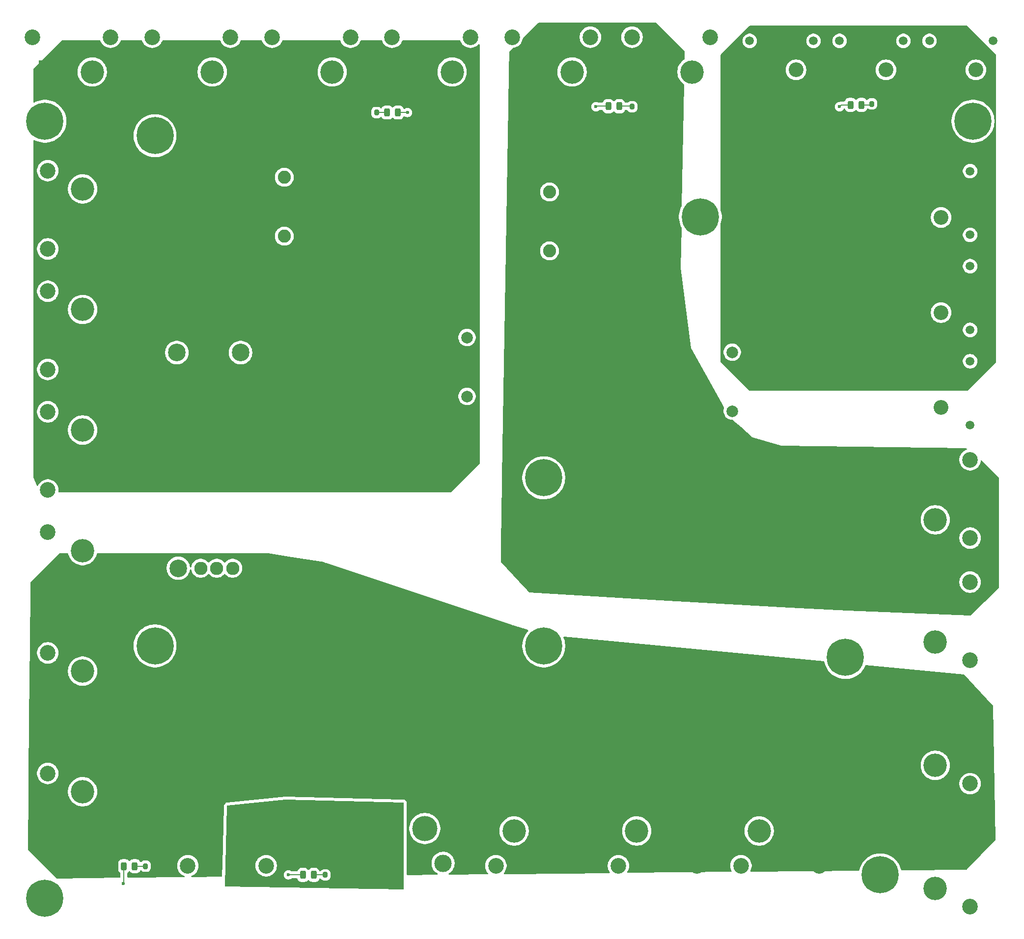
<source format=gbr>
%TF.GenerationSoftware,KiCad,Pcbnew,9.0.2*%
%TF.CreationDate,2025-07-22T14:00:08+09:00*%
%TF.ProjectId,Power_Distribution_Board,506f7765-725f-4446-9973-747269627574,rev?*%
%TF.SameCoordinates,Original*%
%TF.FileFunction,Copper,L1,Top*%
%TF.FilePolarity,Positive*%
%FSLAX46Y46*%
G04 Gerber Fmt 4.6, Leading zero omitted, Abs format (unit mm)*
G04 Created by KiCad (PCBNEW 9.0.2) date 2025-07-22 14:00:08*
%MOMM*%
%LPD*%
G01*
G04 APERTURE LIST*
G04 Aperture macros list*
%AMRoundRect*
0 Rectangle with rounded corners*
0 $1 Rounding radius*
0 $2 $3 $4 $5 $6 $7 $8 $9 X,Y pos of 4 corners*
0 Add a 4 corners polygon primitive as box body*
4,1,4,$2,$3,$4,$5,$6,$7,$8,$9,$2,$3,0*
0 Add four circle primitives for the rounded corners*
1,1,$1+$1,$2,$3*
1,1,$1+$1,$4,$5*
1,1,$1+$1,$6,$7*
1,1,$1+$1,$8,$9*
0 Add four rect primitives between the rounded corners*
20,1,$1+$1,$2,$3,$4,$5,0*
20,1,$1+$1,$4,$5,$6,$7,0*
20,1,$1+$1,$6,$7,$8,$9,0*
20,1,$1+$1,$8,$9,$2,$3,0*%
G04 Aperture macros list end*
%TA.AperFunction,ComponentPad*%
%ADD10C,6.400000*%
%TD*%
%TA.AperFunction,SMDPad,CuDef*%
%ADD11RoundRect,0.200000X0.200000X0.275000X-0.200000X0.275000X-0.200000X-0.275000X0.200000X-0.275000X0*%
%TD*%
%TA.AperFunction,SMDPad,CuDef*%
%ADD12RoundRect,0.243750X-0.243750X-0.456250X0.243750X-0.456250X0.243750X0.456250X-0.243750X0.456250X0*%
%TD*%
%TA.AperFunction,ComponentPad*%
%ADD13R,4.050000X4.050000*%
%TD*%
%TA.AperFunction,ComponentPad*%
%ADD14C,4.050000*%
%TD*%
%TA.AperFunction,ComponentPad*%
%ADD15C,2.700000*%
%TD*%
%TA.AperFunction,ComponentPad*%
%ADD16C,2.550000*%
%TD*%
%TA.AperFunction,ComponentPad*%
%ADD17C,1.500000*%
%TD*%
%TA.AperFunction,ComponentPad*%
%ADD18R,4.350000X4.350000*%
%TD*%
%TA.AperFunction,ComponentPad*%
%ADD19C,4.350000*%
%TD*%
%TA.AperFunction,ComponentPad*%
%ADD20C,3.000000*%
%TD*%
%TA.AperFunction,SMDPad,CuDef*%
%ADD21RoundRect,0.200000X-0.200000X-0.275000X0.200000X-0.275000X0.200000X0.275000X-0.200000X0.275000X0*%
%TD*%
%TA.AperFunction,SMDPad,CuDef*%
%ADD22RoundRect,0.243750X0.243750X0.456250X-0.243750X0.456250X-0.243750X-0.456250X0.243750X-0.456250X0*%
%TD*%
%TA.AperFunction,ComponentPad*%
%ADD23C,2.000000*%
%TD*%
%TA.AperFunction,ComponentPad*%
%ADD24C,2.250000*%
%TD*%
%TA.AperFunction,ComponentPad*%
%ADD25C,3.045000*%
%TD*%
%TA.AperFunction,ComponentPad*%
%ADD26C,2.280000*%
%TD*%
%TA.AperFunction,ViaPad*%
%ADD27C,0.600000*%
%TD*%
%TA.AperFunction,Conductor*%
%ADD28C,0.200000*%
%TD*%
G04 APERTURE END LIST*
D10*
%TO.P,H9,1,1*%
%TO.N,GND*%
X177000000Y-89000000D03*
%TD*%
D11*
%TO.P,R4,2*%
%TO.N,Net-(D4-A)*%
X165237499Y-70000000D03*
%TO.P,R4,1*%
%TO.N,+15V*%
X166887499Y-70000000D03*
%TD*%
D12*
%TO.P,D4,2,A*%
%TO.N,Net-(D4-A)*%
X163020865Y-69916637D03*
%TO.P,D4,1,K*%
%TO.N,GND*%
X161145863Y-69916637D03*
%TD*%
D13*
%TO.P,J6,1,1*%
%TO.N,+24V*%
X64970000Y-64000000D03*
D14*
%TO.P,J6,2,2*%
%TO.N,GND*%
X72170000Y-64000000D03*
D15*
%TO.P,J6,3,MH1*%
X61820000Y-58000000D03*
%TO.P,J6,4,MH2*%
X75320000Y-58000000D03*
%TD*%
D13*
%TO.P,J24,1,1*%
%TO.N,PVDD*%
X173225000Y-194925000D03*
D14*
%TO.P,J24,2,2*%
%TO.N,GND*%
X166025000Y-194925000D03*
D15*
%TO.P,J24,3,MH1*%
%TO.N,PVDD*%
X176375000Y-200925000D03*
%TO.P,J24,4,MH2*%
%TO.N,GND*%
X162875000Y-200925000D03*
%TD*%
D10*
%TO.P,H5,1,1*%
%TO.N,GND*%
X150000000Y-134000000D03*
%TD*%
%TO.P,H6,1,1*%
%TO.N,GND*%
X83000000Y-75000000D03*
%TD*%
D13*
%TO.P,J27,1,1*%
%TO.N,+24V*%
X127010000Y-64000000D03*
D14*
%TO.P,J27,2,2*%
%TO.N,GND*%
X134210000Y-64000000D03*
D15*
%TO.P,J27,3,MH1*%
X123860000Y-58000000D03*
%TO.P,J27,4,MH2*%
X137360000Y-58000000D03*
%TD*%
D13*
%TO.P,J13,1,1*%
%TO.N,+15V*%
X168370000Y-64000000D03*
D14*
%TO.P,J13,2,2*%
%TO.N,GND*%
X175570000Y-64000000D03*
D15*
%TO.P,J13,3,MH1*%
X165220000Y-58000000D03*
%TO.P,J13,4,MH2*%
X178720000Y-58000000D03*
%TD*%
D13*
%TO.P,J11,1,1*%
%TO.N,+48V_IN*%
X99000000Y-194925000D03*
D14*
%TO.P,J11,2,2*%
%TO.N,PVDD*%
X91800000Y-194925000D03*
D15*
%TO.P,J11,3,MH1*%
%TO.N,unconnected-(J11-MH1-Pad3)*%
X102150000Y-200925000D03*
%TO.P,J11,4,MH2*%
%TO.N,unconnected-(J11-MH2-Pad4)*%
X88650000Y-200925000D03*
%TD*%
D16*
%TO.P,J19,1,1*%
%TO.N,+12V*%
X218500000Y-100500000D03*
%TO.P,J19,2,2*%
%TO.N,GND*%
X218500000Y-105500000D03*
D17*
%TO.P,J19,3,3*%
X223500000Y-97500000D03*
%TO.P,J19,4,4*%
X223500000Y-108500000D03*
%TD*%
D13*
%TO.P,J1,1,1*%
%TO.N,PVDD*%
X70500000Y-153760000D03*
D14*
%TO.P,J1,2,2*%
%TO.N,GND*%
X70500000Y-146560000D03*
D15*
%TO.P,J1,3,MH1*%
%TO.N,PVDD*%
X64500000Y-156910000D03*
%TO.P,J1,4,MH2*%
%TO.N,GND*%
X64500000Y-143410000D03*
%TD*%
D10*
%TO.P,H7,1,1*%
%TO.N,GND*%
X83000000Y-163000000D03*
%TD*%
D13*
%TO.P,J4,1,1*%
%TO.N,PVDD*%
X152100000Y-194925000D03*
D14*
%TO.P,J4,2,2*%
%TO.N,GND*%
X144900000Y-194925000D03*
D15*
%TO.P,J4,3,MH1*%
%TO.N,PVDD*%
X155250000Y-200925000D03*
%TO.P,J4,4,MH2*%
%TO.N,GND*%
X141750000Y-200925000D03*
%TD*%
D11*
%TO.P,R2,1*%
%TO.N,PVDD*%
X83000000Y-201000000D03*
%TO.P,R2,2*%
%TO.N,Net-(D2-A)*%
X81350000Y-201000000D03*
%TD*%
D13*
%TO.P,J8,1,1*%
%TO.N,+24V*%
X70500000Y-112170001D03*
D14*
%TO.P,J8,2,2*%
%TO.N,GND*%
X70500000Y-104970001D03*
D15*
%TO.P,J8,3,MH1*%
X64500000Y-115320001D03*
%TO.P,J8,4,MH2*%
X64500000Y-101820001D03*
%TD*%
D13*
%TO.P,J7,1,1*%
%TO.N,+24V*%
X70500000Y-91375001D03*
D14*
%TO.P,J7,2,2*%
%TO.N,GND*%
X70500000Y-84175001D03*
D15*
%TO.P,J7,3,MH1*%
X64500000Y-94525001D03*
%TO.P,J7,4,MH2*%
X64500000Y-81025001D03*
%TD*%
D16*
%TO.P,J20,1,1*%
%TO.N,+12V*%
X218500000Y-116900000D03*
%TO.P,J20,2,2*%
%TO.N,GND*%
X218500000Y-121900000D03*
D17*
%TO.P,J20,3,3*%
X223500000Y-113900000D03*
%TO.P,J20,4,4*%
X223500000Y-124900000D03*
%TD*%
D10*
%TO.P,H3,1,1*%
%TO.N,GND*%
X64000000Y-206500000D03*
%TD*%
D12*
%TO.P,D1,1,K*%
%TO.N,GND*%
X108500000Y-202500000D03*
%TO.P,D1,2,A*%
%TO.N,Net-(D1-A)*%
X110375002Y-202500000D03*
%TD*%
D10*
%TO.P,H4,1,1*%
%TO.N,GND*%
X208000000Y-202500000D03*
%TD*%
D16*
%TO.P,J17,1,1*%
%TO.N,+12V*%
X219500000Y-63637500D03*
%TO.P,J17,2,2*%
%TO.N,GND*%
X224500000Y-63637500D03*
D17*
%TO.P,J17,3,3*%
X216500000Y-58637500D03*
%TO.P,J17,4,4*%
X227500000Y-58637500D03*
%TD*%
D16*
%TO.P,J16,1,1*%
%TO.N,+12V*%
X204000000Y-63637500D03*
%TO.P,J16,2,2*%
%TO.N,GND*%
X209000000Y-63637500D03*
D17*
%TO.P,J16,3,3*%
X201000000Y-58637500D03*
%TO.P,J16,4,4*%
X212000000Y-58637500D03*
%TD*%
D10*
%TO.P,H1,1,1*%
%TO.N,GND*%
X224000000Y-72500000D03*
%TD*%
D13*
%TO.P,J10,1,1*%
%TO.N,+15V*%
X217500000Y-134050000D03*
D14*
%TO.P,J10,2,2*%
%TO.N,GND*%
X217500000Y-141250000D03*
D15*
%TO.P,J10,3,MH1*%
X223500000Y-130900000D03*
%TO.P,J10,4,MH2*%
X223500000Y-144400000D03*
%TD*%
D18*
%TO.P,PS1,1,+*%
%TO.N,+48V_IN*%
X122300000Y-194500000D03*
D19*
%TO.P,PS1,2,-*%
%TO.N,GND*%
X129500000Y-194500000D03*
D20*
%TO.P,PS1,MH1,MH1*%
%TO.N,+48V_IN*%
X119150000Y-200500000D03*
%TO.P,PS1,MH2,MH2*%
%TO.N,GND*%
X132650000Y-200500000D03*
%TD*%
D21*
%TO.P,R3,1*%
%TO.N,+24V*%
X119550001Y-71000000D03*
%TO.P,R3,2*%
%TO.N,Net-(D3-A)*%
X121200001Y-71000000D03*
%TD*%
D13*
%TO.P,J14,1,1*%
%TO.N,+15V*%
X217500000Y-155150000D03*
D14*
%TO.P,J14,2,2*%
%TO.N,GND*%
X217500000Y-162350000D03*
D15*
%TO.P,J14,3,MH1*%
X223500000Y-152000000D03*
%TO.P,J14,4,MH2*%
X223500000Y-165500000D03*
%TD*%
D10*
%TO.P,H2,1,1*%
%TO.N,GND*%
X64000000Y-72500000D03*
%TD*%
D11*
%TO.P,R5,1*%
%TO.N,+12V*%
X208212499Y-69500000D03*
%TO.P,R5,2*%
%TO.N,Net-(D5-A)*%
X206562499Y-69500000D03*
%TD*%
D10*
%TO.P,H8,1,1*%
%TO.N,GND*%
X150000000Y-163000000D03*
%TD*%
D12*
%TO.P,D2,1,K*%
%TO.N,GND*%
X77624998Y-201000000D03*
%TO.P,D2,2,A*%
%TO.N,Net-(D2-A)*%
X79500000Y-201000000D03*
%TD*%
D16*
%TO.P,J18,1,1*%
%TO.N,+12V*%
X218500000Y-84100000D03*
%TO.P,J18,2,2*%
%TO.N,GND*%
X218500000Y-89100000D03*
D17*
%TO.P,J18,3,3*%
X223500000Y-81100000D03*
%TO.P,J18,4,4*%
X223500000Y-92100000D03*
%TD*%
D22*
%TO.P,D3,1,K*%
%TO.N,GND*%
X124875002Y-71000000D03*
%TO.P,D3,2,A*%
%TO.N,Net-(D3-A)*%
X123000000Y-71000000D03*
%TD*%
D13*
%TO.P,J26,1,1*%
%TO.N,+24V*%
X106330000Y-64000000D03*
D14*
%TO.P,J26,2,2*%
%TO.N,GND*%
X113530000Y-64000000D03*
D15*
%TO.P,J26,3,MH1*%
X103180000Y-58000000D03*
%TO.P,J26,4,MH2*%
X116680000Y-58000000D03*
%TD*%
D13*
%TO.P,J2,1,1*%
%TO.N,PVDD*%
X217500000Y-197650000D03*
D14*
%TO.P,J2,2,2*%
%TO.N,GND*%
X217500000Y-204850000D03*
D15*
%TO.P,J2,3,MH1*%
%TO.N,PVDD*%
X223500000Y-194500000D03*
%TO.P,J2,4,MH2*%
%TO.N,GND*%
X223500000Y-208000000D03*
%TD*%
D13*
%TO.P,J22,1,1*%
%TO.N,PVDD*%
X70500000Y-174555000D03*
D14*
%TO.P,J22,2,2*%
%TO.N,GND*%
X70500000Y-167355000D03*
D15*
%TO.P,J22,3,MH1*%
%TO.N,PVDD*%
X64500000Y-177705000D03*
%TO.P,J22,4,MH2*%
%TO.N,GND*%
X64500000Y-164205000D03*
%TD*%
D11*
%TO.P,R1,1*%
%TO.N,+48V_IN*%
X114000000Y-202500000D03*
%TO.P,R1,2*%
%TO.N,Net-(D1-A)*%
X112350000Y-202500000D03*
%TD*%
D13*
%TO.P,J21,1,1*%
%TO.N,PVDD*%
X194350000Y-194925000D03*
D14*
%TO.P,J21,2,2*%
%TO.N,GND*%
X187150000Y-194925000D03*
D15*
%TO.P,J21,3,MH1*%
%TO.N,PVDD*%
X197500000Y-200925000D03*
%TO.P,J21,4,MH2*%
%TO.N,GND*%
X184000000Y-200925000D03*
%TD*%
D13*
%TO.P,J23,1,1*%
%TO.N,PVDD*%
X217500000Y-176400000D03*
D14*
%TO.P,J23,2,2*%
%TO.N,GND*%
X217500000Y-183600000D03*
D15*
%TO.P,J23,3,MH1*%
%TO.N,PVDD*%
X223500000Y-173250000D03*
%TO.P,J23,4,MH2*%
%TO.N,GND*%
X223500000Y-186750000D03*
%TD*%
D13*
%TO.P,J25,1,1*%
%TO.N,+24V*%
X85650000Y-64000000D03*
D14*
%TO.P,J25,2,2*%
%TO.N,GND*%
X92850000Y-64000000D03*
D15*
%TO.P,J25,3,MH1*%
X82500000Y-58000000D03*
%TO.P,J25,4,MH2*%
X96000000Y-58000000D03*
%TD*%
D12*
%TO.P,D5,1,K*%
%TO.N,GND*%
X202887500Y-69675000D03*
%TO.P,D5,2,A*%
%TO.N,Net-(D5-A)*%
X204762502Y-69675000D03*
%TD*%
D13*
%TO.P,J12,1,1*%
%TO.N,+15V*%
X147690000Y-64000000D03*
D14*
%TO.P,J12,2,2*%
%TO.N,GND*%
X154890000Y-64000000D03*
D15*
%TO.P,J12,3,MH1*%
X144540000Y-58000000D03*
%TO.P,J12,4,MH2*%
X158040000Y-58000000D03*
%TD*%
D16*
%TO.P,J15,1,1*%
%TO.N,+12V*%
X188500000Y-63637500D03*
%TO.P,J15,2,2*%
%TO.N,GND*%
X193500000Y-63637500D03*
D17*
%TO.P,J15,3,3*%
X185500000Y-58637500D03*
%TO.P,J15,4,4*%
X196500000Y-58637500D03*
%TD*%
D10*
%TO.P,H10,1,1*%
%TO.N,GND*%
X202000000Y-165000000D03*
%TD*%
D13*
%TO.P,J9,1,1*%
%TO.N,+24V*%
X70500000Y-132965001D03*
D14*
%TO.P,J9,2,2*%
%TO.N,GND*%
X70500000Y-125765001D03*
D15*
%TO.P,J9,3,MH1*%
X64500000Y-136115001D03*
%TO.P,J9,4,MH2*%
X64500000Y-122615001D03*
%TD*%
D13*
%TO.P,J3,1,1*%
%TO.N,PVDD*%
X70500000Y-195350000D03*
D14*
%TO.P,J3,2,2*%
%TO.N,GND*%
X70500000Y-188150000D03*
D15*
%TO.P,J3,3,MH1*%
%TO.N,PVDD*%
X64500000Y-198500000D03*
%TO.P,J3,4,MH2*%
%TO.N,GND*%
X64500000Y-185000000D03*
%TD*%
D23*
%TO.P,PS2,1,+VIN_(VCC)*%
%TO.N,+24V*%
X136780000Y-104719999D03*
%TO.P,PS2,2,-VIN_(GND)*%
%TO.N,GND*%
X136780000Y-109799999D03*
%TO.P,PS2,3,REMOTE_ON/OFF*%
%TO.N,unconnected-(PS2-REMOTE_ON{slash}OFF-Pad3)*%
X136780000Y-119959999D03*
%TO.P,PS2,4,+VOUT*%
%TO.N,+12V*%
X182500000Y-102179999D03*
%TO.P,PS2,5,-VOUT*%
%TO.N,GND*%
X182500000Y-112339999D03*
%TO.P,PS2,6,TRIM*%
%TO.N,unconnected-(PS2-TRIM-Pad6)*%
X182500000Y-122499999D03*
%TD*%
D24*
%TO.P,PS3,1,+VIN*%
%TO.N,+24V*%
X105280000Y-77082500D03*
%TO.P,PS3,2,-VIN*%
%TO.N,GND*%
X105280000Y-82162500D03*
%TO.P,PS3,3,CTRL*%
%TO.N,unconnected-(PS3-CTRL-Pad3)*%
X105280000Y-92322500D03*
%TO.P,PS3,4,TRIM*%
%TO.N,unconnected-(PS3-TRIM-Pad4)*%
X151000000Y-94862500D03*
%TO.P,PS3,5,-VOUT*%
%TO.N,GND*%
X151000000Y-84702500D03*
%TO.P,PS3,6,+VOUT*%
%TO.N,+15V*%
X151000000Y-74542500D03*
%TD*%
D25*
%TO.P,J5,A1,+IN*%
%TO.N,PVDD*%
X103000000Y-149600000D03*
%TO.P,J5,A2,+OUT_1*%
%TO.N,+24V*%
X103250000Y-112400000D03*
D26*
%TO.P,J5,B1,TR*%
%TO.N,unconnected-(J5-TR-PadB1)*%
X96380000Y-149600000D03*
D25*
%TO.P,J5,B2,-OUT_1*%
%TO.N,GND*%
X97750000Y-112400000D03*
D26*
%TO.P,J5,C1,EN*%
%TO.N,unconnected-(J5-EN-PadC1)*%
X93620000Y-149600000D03*
D25*
%TO.P,J5,C2,+OUT_2*%
%TO.N,+24V*%
X92250000Y-112400000D03*
D26*
%TO.P,J5,D1,FT*%
%TO.N,unconnected-(J5-FT-PadD1)*%
X90870000Y-149600000D03*
D25*
%TO.P,J5,D2,-OUT_2*%
%TO.N,GND*%
X86750000Y-112400000D03*
%TO.P,J5,E1,-IN*%
X87000000Y-149600000D03*
%TD*%
D27*
%TO.N,GND*%
X77500000Y-204000000D03*
X106000000Y-202500000D03*
X159000000Y-70000000D03*
X201000000Y-70000000D03*
X126500000Y-71000000D03*
%TD*%
D28*
%TO.N,GND*%
X77624998Y-203875002D02*
X77500000Y-204000000D01*
X77624998Y-201000000D02*
X77624998Y-203875002D01*
%TO.N,Net-(D2-A)*%
X81350000Y-201000000D02*
X79500000Y-201000000D01*
%TO.N,GND*%
X108500000Y-202500000D02*
X106000000Y-202500000D01*
%TO.N,Net-(D1-A)*%
X110375002Y-202500000D02*
X112350000Y-202500000D01*
%TO.N,Net-(D4-A)*%
X163020865Y-69916637D02*
X165154136Y-69916637D01*
X165154136Y-69916637D02*
X165237499Y-70000000D01*
%TO.N,GND*%
X161145863Y-69916637D02*
X159083363Y-69916637D01*
X159083363Y-69916637D02*
X159000000Y-70000000D01*
X201325000Y-69675000D02*
X201000000Y-70000000D01*
X202887500Y-69675000D02*
X201325000Y-69675000D01*
%TO.N,Net-(D5-A)*%
X206387499Y-69675000D02*
X206562499Y-69500000D01*
X204762502Y-69675000D02*
X206387499Y-69675000D01*
%TO.N,GND*%
X124875002Y-71000000D02*
X126500000Y-71000000D01*
%TO.N,Net-(D3-A)*%
X121200001Y-71000000D02*
X123000000Y-71000000D01*
%TD*%
%TA.AperFunction,Conductor*%
%TO.N,PVDD*%
G36*
X67978132Y-147019685D02*
G01*
X68023887Y-147072489D01*
X68031984Y-147096407D01*
X68069380Y-147260253D01*
X68069383Y-147260261D01*
X68163067Y-147527993D01*
X68286139Y-147783554D01*
X68286141Y-147783557D01*
X68437056Y-148023737D01*
X68613914Y-148245510D01*
X68814490Y-148446086D01*
X69036263Y-148622944D01*
X69276443Y-148773859D01*
X69532010Y-148896934D01*
X69733092Y-148967295D01*
X69799738Y-148990616D01*
X69799746Y-148990619D01*
X69799749Y-148990619D01*
X69799750Y-148990620D01*
X70076297Y-149053740D01*
X70358166Y-149085499D01*
X70358167Y-149085500D01*
X70358171Y-149085500D01*
X70641833Y-149085500D01*
X70641833Y-149085499D01*
X70923703Y-149053740D01*
X71200250Y-148990620D01*
X71467990Y-148896934D01*
X71723557Y-148773859D01*
X71963737Y-148622944D01*
X72185510Y-148446086D01*
X72386086Y-148245510D01*
X72562944Y-148023737D01*
X72713859Y-147783557D01*
X72836934Y-147527990D01*
X72930620Y-147260250D01*
X72968016Y-147096406D01*
X73002125Y-147035429D01*
X73063786Y-147002571D01*
X73088907Y-147000000D01*
X102488305Y-147000000D01*
X102508167Y-147001601D01*
X106054080Y-147577001D01*
X112175579Y-148570345D01*
X112231868Y-148579479D01*
X112251217Y-148584241D01*
X122498146Y-151999746D01*
X144766041Y-159422078D01*
X144766054Y-159422081D01*
X147259663Y-160253251D01*
X147317037Y-160293123D01*
X147343746Y-160357686D01*
X147331311Y-160426440D01*
X147308133Y-160458567D01*
X147254807Y-160511893D01*
X147024150Y-160792950D01*
X147024140Y-160792964D01*
X146822151Y-161095261D01*
X146822140Y-161095279D01*
X146650756Y-161415916D01*
X146650754Y-161415921D01*
X146511614Y-161751834D01*
X146406067Y-162099776D01*
X146406064Y-162099787D01*
X146335137Y-162456369D01*
X146314780Y-162663064D01*
X146300236Y-162810739D01*
X146299500Y-162818209D01*
X146299500Y-163181790D01*
X146335137Y-163543630D01*
X146406064Y-163900212D01*
X146406067Y-163900223D01*
X146511614Y-164248165D01*
X146650754Y-164584078D01*
X146650756Y-164584083D01*
X146822140Y-164904720D01*
X146822151Y-164904738D01*
X147024140Y-165207035D01*
X147024150Y-165207049D01*
X147254807Y-165488106D01*
X147511893Y-165745192D01*
X147511898Y-165745196D01*
X147511899Y-165745197D01*
X147792956Y-165975854D01*
X148095268Y-166177853D01*
X148095277Y-166177858D01*
X148095279Y-166177859D01*
X148415916Y-166349243D01*
X148415918Y-166349243D01*
X148415924Y-166349247D01*
X148751836Y-166488386D01*
X149099767Y-166593930D01*
X149099773Y-166593931D01*
X149099776Y-166593932D01*
X149099787Y-166593935D01*
X149456369Y-166664862D01*
X149818206Y-166700500D01*
X149818209Y-166700500D01*
X150181791Y-166700500D01*
X150181794Y-166700500D01*
X150543631Y-166664862D01*
X150613045Y-166651054D01*
X150900212Y-166593935D01*
X150900223Y-166593932D01*
X150900223Y-166593931D01*
X150900233Y-166593930D01*
X151248164Y-166488386D01*
X151584076Y-166349247D01*
X151904732Y-166177853D01*
X152207044Y-165975854D01*
X152488101Y-165745197D01*
X152745197Y-165488101D01*
X152975854Y-165207044D01*
X153177853Y-164904732D01*
X153349247Y-164584076D01*
X153488386Y-164248164D01*
X153593930Y-163900233D01*
X153593932Y-163900223D01*
X153593935Y-163900212D01*
X153664862Y-163543630D01*
X153700500Y-163181790D01*
X153700500Y-162818209D01*
X153699764Y-162810739D01*
X153664862Y-162456369D01*
X153663386Y-162448947D01*
X153593935Y-162099787D01*
X153593932Y-162099776D01*
X153593931Y-162099773D01*
X153593930Y-162099767D01*
X153488386Y-161751836D01*
X153405547Y-161551846D01*
X153398079Y-161482380D01*
X153429354Y-161419900D01*
X153489443Y-161384248D01*
X153531771Y-161380946D01*
X154477825Y-161470335D01*
X154477829Y-161470336D01*
X188460480Y-164681223D01*
X198257515Y-165606906D01*
X198322405Y-165632809D01*
X198362990Y-165689683D01*
X198367467Y-165706165D01*
X198406064Y-165900212D01*
X198406067Y-165900223D01*
X198511614Y-166248165D01*
X198650754Y-166584078D01*
X198650756Y-166584083D01*
X198822140Y-166904720D01*
X198822151Y-166904738D01*
X199024140Y-167207035D01*
X199024150Y-167207049D01*
X199254807Y-167488106D01*
X199511893Y-167745192D01*
X199511898Y-167745196D01*
X199511899Y-167745197D01*
X199792956Y-167975854D01*
X200095268Y-168177853D01*
X200095277Y-168177858D01*
X200095279Y-168177859D01*
X200415916Y-168349243D01*
X200415918Y-168349243D01*
X200415924Y-168349247D01*
X200751836Y-168488386D01*
X201099767Y-168593930D01*
X201099773Y-168593931D01*
X201099776Y-168593932D01*
X201099787Y-168593935D01*
X201456369Y-168664862D01*
X201818206Y-168700500D01*
X201818209Y-168700500D01*
X202181791Y-168700500D01*
X202181794Y-168700500D01*
X202543631Y-168664862D01*
X202613045Y-168651054D01*
X202900212Y-168593935D01*
X202900223Y-168593932D01*
X202900223Y-168593931D01*
X202900233Y-168593930D01*
X203248164Y-168488386D01*
X203584076Y-168349247D01*
X203904732Y-168177853D01*
X204207044Y-167975854D01*
X204488101Y-167745197D01*
X204745197Y-167488101D01*
X204975854Y-167207044D01*
X205177853Y-166904732D01*
X205349247Y-166584076D01*
X205436614Y-166373152D01*
X205480452Y-166318751D01*
X205546746Y-166296686D01*
X205562823Y-166297156D01*
X222395918Y-167887649D01*
X222460807Y-167913552D01*
X222475315Y-167926937D01*
X224280657Y-169880499D01*
X227465687Y-173327024D01*
X227496730Y-173389618D01*
X227498604Y-173409275D01*
X227853599Y-196483992D01*
X227834948Y-196551326D01*
X227818392Y-196572469D01*
X222967547Y-201547018D01*
X222906650Y-201581273D01*
X222879984Y-201584442D01*
X211715473Y-201693810D01*
X211648244Y-201674783D01*
X211601974Y-201622430D01*
X211594934Y-201602642D01*
X211594813Y-201602680D01*
X211594030Y-201600100D01*
X211593972Y-201599936D01*
X211593931Y-201599773D01*
X211593930Y-201599767D01*
X211488386Y-201251836D01*
X211349247Y-200915924D01*
X211177853Y-200595268D01*
X210975854Y-200292956D01*
X210745197Y-200011899D01*
X210745196Y-200011898D01*
X210745192Y-200011893D01*
X210488106Y-199754807D01*
X210207049Y-199524150D01*
X210207048Y-199524149D01*
X210207044Y-199524146D01*
X209904732Y-199322147D01*
X209904727Y-199322144D01*
X209904720Y-199322140D01*
X209584083Y-199150756D01*
X209584078Y-199150754D01*
X209248165Y-199011614D01*
X208900223Y-198906067D01*
X208900212Y-198906064D01*
X208543630Y-198835137D01*
X208271111Y-198808296D01*
X208181794Y-198799500D01*
X207818206Y-198799500D01*
X207735679Y-198807628D01*
X207456369Y-198835137D01*
X207099787Y-198906064D01*
X207099776Y-198906067D01*
X206751834Y-199011614D01*
X206415921Y-199150754D01*
X206415916Y-199150756D01*
X206095279Y-199322140D01*
X206095261Y-199322151D01*
X205792964Y-199524140D01*
X205792950Y-199524150D01*
X205511893Y-199754807D01*
X205254807Y-200011893D01*
X205024150Y-200292950D01*
X205024140Y-200292964D01*
X204822151Y-200595261D01*
X204822140Y-200595279D01*
X204650756Y-200915916D01*
X204650754Y-200915921D01*
X204511614Y-201251834D01*
X204406071Y-201599764D01*
X204406070Y-201599765D01*
X204392711Y-201666923D01*
X204360325Y-201728833D01*
X204299608Y-201763406D01*
X204272309Y-201766723D01*
X185762100Y-201948052D01*
X185694871Y-201929025D01*
X185648601Y-201876672D01*
X185637980Y-201807614D01*
X185653499Y-201762056D01*
X185663224Y-201745212D01*
X185756054Y-201521100D01*
X185818838Y-201286789D01*
X185850500Y-201046288D01*
X185850500Y-200803712D01*
X185818838Y-200563211D01*
X185756054Y-200328900D01*
X185663224Y-200104788D01*
X185541936Y-199894711D01*
X185394265Y-199702262D01*
X185394260Y-199702256D01*
X185222743Y-199530739D01*
X185222736Y-199530733D01*
X185030293Y-199383067D01*
X185030292Y-199383066D01*
X185030289Y-199383064D01*
X184820212Y-199261776D01*
X184820205Y-199261773D01*
X184596104Y-199168947D01*
X184361785Y-199106161D01*
X184121289Y-199074500D01*
X184121288Y-199074500D01*
X183878712Y-199074500D01*
X183878711Y-199074500D01*
X183638214Y-199106161D01*
X183403895Y-199168947D01*
X183179794Y-199261773D01*
X183179785Y-199261777D01*
X182969706Y-199383067D01*
X182777263Y-199530733D01*
X182777256Y-199530739D01*
X182605739Y-199702256D01*
X182605733Y-199702263D01*
X182458067Y-199894706D01*
X182336777Y-200104785D01*
X182336773Y-200104794D01*
X182243947Y-200328895D01*
X182181161Y-200563214D01*
X182151401Y-200789274D01*
X182149500Y-200803712D01*
X182149500Y-201046288D01*
X182181162Y-201286789D01*
X182207931Y-201386690D01*
X182243947Y-201521104D01*
X182336773Y-201745205D01*
X182336777Y-201745214D01*
X182366308Y-201796363D01*
X182382781Y-201864263D01*
X182359928Y-201930290D01*
X182305007Y-201973481D01*
X182260136Y-201982357D01*
X164515439Y-202156186D01*
X164448210Y-202137159D01*
X164401940Y-202084806D01*
X164391319Y-202015748D01*
X164414956Y-201958861D01*
X164414675Y-201958674D01*
X164415625Y-201957251D01*
X164415855Y-201956696D01*
X164416936Y-201955289D01*
X164538224Y-201745212D01*
X164631054Y-201521100D01*
X164693838Y-201286789D01*
X164725500Y-201046288D01*
X164725500Y-200803712D01*
X164693838Y-200563211D01*
X164631054Y-200328900D01*
X164538224Y-200104788D01*
X164416936Y-199894711D01*
X164269265Y-199702262D01*
X164269260Y-199702256D01*
X164097743Y-199530739D01*
X164097736Y-199530733D01*
X163905293Y-199383067D01*
X163905292Y-199383066D01*
X163905289Y-199383064D01*
X163695212Y-199261776D01*
X163695205Y-199261773D01*
X163471104Y-199168947D01*
X163236785Y-199106161D01*
X162996289Y-199074500D01*
X162996288Y-199074500D01*
X162753712Y-199074500D01*
X162753711Y-199074500D01*
X162513214Y-199106161D01*
X162278895Y-199168947D01*
X162054794Y-199261773D01*
X162054785Y-199261777D01*
X161844706Y-199383067D01*
X161652263Y-199530733D01*
X161652256Y-199530739D01*
X161480739Y-199702256D01*
X161480733Y-199702263D01*
X161333067Y-199894706D01*
X161211777Y-200104785D01*
X161211773Y-200104794D01*
X161118947Y-200328895D01*
X161056161Y-200563214D01*
X161026401Y-200789274D01*
X161024500Y-200803712D01*
X161024500Y-201046288D01*
X161056162Y-201286789D01*
X161082931Y-201386690D01*
X161118947Y-201521104D01*
X161208907Y-201738285D01*
X161211776Y-201745212D01*
X161333064Y-201955289D01*
X161333066Y-201955292D01*
X161333067Y-201955293D01*
X161358611Y-201988583D01*
X161383805Y-202053752D01*
X161369766Y-202122197D01*
X161320952Y-202172187D01*
X161261450Y-202188063D01*
X144469837Y-202352556D01*
X144469836Y-202352556D01*
X143227852Y-202364721D01*
X143160623Y-202345694D01*
X143114354Y-202293341D01*
X143103733Y-202224283D01*
X143132134Y-202160446D01*
X143138950Y-202153052D01*
X143144265Y-202147738D01*
X143291936Y-201955289D01*
X143413224Y-201745212D01*
X143506054Y-201521100D01*
X143568838Y-201286789D01*
X143600500Y-201046288D01*
X143600500Y-200803712D01*
X143568838Y-200563211D01*
X143506054Y-200328900D01*
X143413224Y-200104788D01*
X143291936Y-199894711D01*
X143144265Y-199702262D01*
X143144260Y-199702256D01*
X142972743Y-199530739D01*
X142972736Y-199530733D01*
X142780293Y-199383067D01*
X142780292Y-199383066D01*
X142780289Y-199383064D01*
X142570212Y-199261776D01*
X142570205Y-199261773D01*
X142346104Y-199168947D01*
X142111785Y-199106161D01*
X141871289Y-199074500D01*
X141871288Y-199074500D01*
X141628712Y-199074500D01*
X141628711Y-199074500D01*
X141388214Y-199106161D01*
X141153895Y-199168947D01*
X140929794Y-199261773D01*
X140929785Y-199261777D01*
X140719706Y-199383067D01*
X140527263Y-199530733D01*
X140527256Y-199530739D01*
X140355739Y-199702256D01*
X140355733Y-199702263D01*
X140208067Y-199894706D01*
X140086777Y-200104785D01*
X140086773Y-200104794D01*
X139993947Y-200328895D01*
X139931161Y-200563214D01*
X139901401Y-200789274D01*
X139899500Y-200803712D01*
X139899500Y-201046288D01*
X139931162Y-201286789D01*
X139957931Y-201386690D01*
X139993947Y-201521104D01*
X140083907Y-201738285D01*
X140086776Y-201745212D01*
X140208064Y-201955289D01*
X140208066Y-201955292D01*
X140208067Y-201955293D01*
X140355733Y-202147736D01*
X140355739Y-202147743D01*
X140389693Y-202181697D01*
X140423178Y-202243020D01*
X140418194Y-202312712D01*
X140376322Y-202368645D01*
X140310858Y-202393062D01*
X140303227Y-202393372D01*
X133723928Y-202457823D01*
X133656699Y-202438796D01*
X133610429Y-202386443D01*
X133599808Y-202317385D01*
X133628209Y-202253548D01*
X133660709Y-202226444D01*
X133763803Y-202166924D01*
X133971851Y-202007282D01*
X133971855Y-202007277D01*
X133971860Y-202007274D01*
X134157274Y-201821860D01*
X134157277Y-201821855D01*
X134157282Y-201821851D01*
X134316924Y-201613803D01*
X134448043Y-201386697D01*
X134548398Y-201144419D01*
X134616270Y-200891116D01*
X134650500Y-200631120D01*
X134650500Y-200368880D01*
X134616270Y-200108884D01*
X134548398Y-199855581D01*
X134529482Y-199809913D01*
X134448046Y-199613309D01*
X134448041Y-199613299D01*
X134316924Y-199386196D01*
X134157281Y-199178148D01*
X134157274Y-199178140D01*
X133971860Y-198992726D01*
X133971851Y-198992718D01*
X133763803Y-198833075D01*
X133536700Y-198701958D01*
X133536690Y-198701953D01*
X133294428Y-198601605D01*
X133294421Y-198601603D01*
X133294419Y-198601602D01*
X133041116Y-198533730D01*
X132983339Y-198526123D01*
X132781127Y-198499500D01*
X132781120Y-198499500D01*
X132518880Y-198499500D01*
X132518872Y-198499500D01*
X132287772Y-198529926D01*
X132258884Y-198533730D01*
X132005581Y-198601602D01*
X132005571Y-198601605D01*
X131763309Y-198701953D01*
X131763299Y-198701958D01*
X131536196Y-198833075D01*
X131328148Y-198992718D01*
X131142718Y-199178148D01*
X130983075Y-199386196D01*
X130851958Y-199613299D01*
X130851953Y-199613309D01*
X130751605Y-199855571D01*
X130751602Y-199855581D01*
X130684829Y-200104785D01*
X130683730Y-200108885D01*
X130649500Y-200368872D01*
X130649500Y-200631127D01*
X130672223Y-200803712D01*
X130683730Y-200891116D01*
X130725308Y-201046288D01*
X130751602Y-201144418D01*
X130751605Y-201144428D01*
X130851953Y-201386690D01*
X130851958Y-201386700D01*
X130983075Y-201613803D01*
X131142718Y-201821851D01*
X131142726Y-201821860D01*
X131328140Y-202007274D01*
X131328148Y-202007281D01*
X131328149Y-202007282D01*
X131415501Y-202074310D01*
X131527754Y-202160446D01*
X131536197Y-202166924D01*
X131675081Y-202247108D01*
X131723296Y-202297674D01*
X131736520Y-202366281D01*
X131710552Y-202431146D01*
X131653638Y-202471675D01*
X131614296Y-202478489D01*
X126530715Y-202528288D01*
X126463486Y-202509261D01*
X126417216Y-202456908D01*
X126405500Y-202404294D01*
X126405500Y-194349742D01*
X126824500Y-194349742D01*
X126824500Y-194650257D01*
X126858144Y-194948862D01*
X126925013Y-195241840D01*
X126925017Y-195241852D01*
X127024262Y-195525476D01*
X127024268Y-195525490D01*
X127154648Y-195796226D01*
X127154650Y-195796229D01*
X127314528Y-196050675D01*
X127501891Y-196285620D01*
X127714380Y-196498109D01*
X127949325Y-196685472D01*
X128203771Y-196845350D01*
X128474517Y-196975735D01*
X128474523Y-196975737D01*
X128758147Y-197074982D01*
X128758159Y-197074986D01*
X129051131Y-197141854D01*
X129051134Y-197141854D01*
X129051137Y-197141855D01*
X129051136Y-197141855D01*
X129200439Y-197158677D01*
X129349743Y-197175499D01*
X129349744Y-197175500D01*
X129349747Y-197175500D01*
X129650256Y-197175500D01*
X129650256Y-197175499D01*
X129865911Y-197151201D01*
X129948862Y-197141855D01*
X129948863Y-197141854D01*
X129948869Y-197141854D01*
X130241841Y-197074986D01*
X130525483Y-196975735D01*
X130796229Y-196845350D01*
X131050675Y-196685472D01*
X131285620Y-196498109D01*
X131498109Y-196285620D01*
X131685472Y-196050675D01*
X131845350Y-195796229D01*
X131975735Y-195525483D01*
X132074986Y-195241841D01*
X132141854Y-194948869D01*
X132160524Y-194783166D01*
X142374500Y-194783166D01*
X142374500Y-195066833D01*
X142406258Y-195348690D01*
X142406260Y-195348702D01*
X142469380Y-195625253D01*
X142469383Y-195625261D01*
X142563067Y-195892993D01*
X142686139Y-196148554D01*
X142686141Y-196148557D01*
X142837056Y-196388737D01*
X143013914Y-196610510D01*
X143214490Y-196811086D01*
X143436263Y-196987944D01*
X143676443Y-197138859D01*
X143932010Y-197261934D01*
X144133092Y-197332295D01*
X144199738Y-197355616D01*
X144199746Y-197355619D01*
X144199749Y-197355619D01*
X144199750Y-197355620D01*
X144476297Y-197418740D01*
X144758166Y-197450499D01*
X144758167Y-197450500D01*
X144758171Y-197450500D01*
X145041833Y-197450500D01*
X145041833Y-197450499D01*
X145323703Y-197418740D01*
X145600250Y-197355620D01*
X145867990Y-197261934D01*
X146123557Y-197138859D01*
X146363737Y-196987944D01*
X146585510Y-196811086D01*
X146786086Y-196610510D01*
X146962944Y-196388737D01*
X147113859Y-196148557D01*
X147236934Y-195892990D01*
X147330620Y-195625250D01*
X147393740Y-195348703D01*
X147425500Y-195066829D01*
X147425500Y-194783171D01*
X147425499Y-194783166D01*
X163499500Y-194783166D01*
X163499500Y-195066833D01*
X163531258Y-195348690D01*
X163531260Y-195348702D01*
X163594380Y-195625253D01*
X163594383Y-195625261D01*
X163688067Y-195892993D01*
X163811139Y-196148554D01*
X163811141Y-196148557D01*
X163962056Y-196388737D01*
X164138914Y-196610510D01*
X164339490Y-196811086D01*
X164561263Y-196987944D01*
X164801443Y-197138859D01*
X165057010Y-197261934D01*
X165258092Y-197332295D01*
X165324738Y-197355616D01*
X165324746Y-197355619D01*
X165324749Y-197355619D01*
X165324750Y-197355620D01*
X165601297Y-197418740D01*
X165883166Y-197450499D01*
X165883167Y-197450500D01*
X165883171Y-197450500D01*
X166166833Y-197450500D01*
X166166833Y-197450499D01*
X166448703Y-197418740D01*
X166725250Y-197355620D01*
X166992990Y-197261934D01*
X167248557Y-197138859D01*
X167488737Y-196987944D01*
X167710510Y-196811086D01*
X167911086Y-196610510D01*
X168087944Y-196388737D01*
X168238859Y-196148557D01*
X168361934Y-195892990D01*
X168455620Y-195625250D01*
X168518740Y-195348703D01*
X168550500Y-195066829D01*
X168550500Y-194783171D01*
X168550499Y-194783166D01*
X184624500Y-194783166D01*
X184624500Y-195066833D01*
X184656258Y-195348690D01*
X184656260Y-195348702D01*
X184719380Y-195625253D01*
X184719383Y-195625261D01*
X184813067Y-195892993D01*
X184936139Y-196148554D01*
X184936141Y-196148557D01*
X185087056Y-196388737D01*
X185263914Y-196610510D01*
X185464490Y-196811086D01*
X185686263Y-196987944D01*
X185926443Y-197138859D01*
X186182010Y-197261934D01*
X186383092Y-197332295D01*
X186449738Y-197355616D01*
X186449746Y-197355619D01*
X186449749Y-197355619D01*
X186449750Y-197355620D01*
X186726297Y-197418740D01*
X187008166Y-197450499D01*
X187008167Y-197450500D01*
X187008171Y-197450500D01*
X187291833Y-197450500D01*
X187291833Y-197450499D01*
X187573703Y-197418740D01*
X187850250Y-197355620D01*
X188117990Y-197261934D01*
X188373557Y-197138859D01*
X188613737Y-196987944D01*
X188835510Y-196811086D01*
X189036086Y-196610510D01*
X189212944Y-196388737D01*
X189363859Y-196148557D01*
X189486934Y-195892990D01*
X189580620Y-195625250D01*
X189643740Y-195348703D01*
X189675500Y-195066829D01*
X189675500Y-194783171D01*
X189643740Y-194501297D01*
X189580620Y-194224750D01*
X189486934Y-193957010D01*
X189363859Y-193701443D01*
X189212944Y-193461263D01*
X189036086Y-193239490D01*
X188835510Y-193038914D01*
X188613737Y-192862056D01*
X188373557Y-192711141D01*
X188373554Y-192711139D01*
X188117993Y-192588067D01*
X187850261Y-192494383D01*
X187850253Y-192494380D01*
X187642839Y-192447040D01*
X187573703Y-192431260D01*
X187573699Y-192431259D01*
X187573690Y-192431258D01*
X187291833Y-192399500D01*
X187291829Y-192399500D01*
X187008171Y-192399500D01*
X187008167Y-192399500D01*
X186726309Y-192431258D01*
X186726297Y-192431260D01*
X186449746Y-192494380D01*
X186449738Y-192494383D01*
X186182006Y-192588067D01*
X185926445Y-192711139D01*
X185686264Y-192862055D01*
X185464490Y-193038913D01*
X185263913Y-193239490D01*
X185087055Y-193461264D01*
X184936139Y-193701445D01*
X184813067Y-193957006D01*
X184719383Y-194224738D01*
X184719380Y-194224746D01*
X184656260Y-194501297D01*
X184656258Y-194501309D01*
X184624500Y-194783166D01*
X168550499Y-194783166D01*
X168518740Y-194501297D01*
X168455620Y-194224750D01*
X168361934Y-193957010D01*
X168238859Y-193701443D01*
X168087944Y-193461263D01*
X167911086Y-193239490D01*
X167710510Y-193038914D01*
X167488737Y-192862056D01*
X167248557Y-192711141D01*
X167248554Y-192711139D01*
X166992993Y-192588067D01*
X166725261Y-192494383D01*
X166725253Y-192494380D01*
X166517839Y-192447040D01*
X166448703Y-192431260D01*
X166448699Y-192431259D01*
X166448690Y-192431258D01*
X166166833Y-192399500D01*
X166166829Y-192399500D01*
X165883171Y-192399500D01*
X165883167Y-192399500D01*
X165601309Y-192431258D01*
X165601297Y-192431260D01*
X165324746Y-192494380D01*
X165324738Y-192494383D01*
X165057006Y-192588067D01*
X164801445Y-192711139D01*
X164561264Y-192862055D01*
X164339490Y-193038913D01*
X164138913Y-193239490D01*
X163962055Y-193461264D01*
X163811139Y-193701445D01*
X163688067Y-193957006D01*
X163594383Y-194224738D01*
X163594380Y-194224746D01*
X163531260Y-194501297D01*
X163531258Y-194501309D01*
X163499500Y-194783166D01*
X147425499Y-194783166D01*
X147393740Y-194501297D01*
X147330620Y-194224750D01*
X147236934Y-193957010D01*
X147113859Y-193701443D01*
X146962944Y-193461263D01*
X146786086Y-193239490D01*
X146585510Y-193038914D01*
X146363737Y-192862056D01*
X146123557Y-192711141D01*
X146123554Y-192711139D01*
X145867993Y-192588067D01*
X145600261Y-192494383D01*
X145600253Y-192494380D01*
X145392839Y-192447040D01*
X145323703Y-192431260D01*
X145323699Y-192431259D01*
X145323690Y-192431258D01*
X145041833Y-192399500D01*
X145041829Y-192399500D01*
X144758171Y-192399500D01*
X144758167Y-192399500D01*
X144476309Y-192431258D01*
X144476297Y-192431260D01*
X144199746Y-192494380D01*
X144199738Y-192494383D01*
X143932006Y-192588067D01*
X143676445Y-192711139D01*
X143436264Y-192862055D01*
X143214490Y-193038913D01*
X143013913Y-193239490D01*
X142837055Y-193461264D01*
X142686139Y-193701445D01*
X142563067Y-193957006D01*
X142469383Y-194224738D01*
X142469380Y-194224746D01*
X142406260Y-194501297D01*
X142406258Y-194501309D01*
X142374500Y-194783166D01*
X132160524Y-194783166D01*
X132175500Y-194650253D01*
X132175500Y-194349747D01*
X132141854Y-194051131D01*
X132074986Y-193758159D01*
X131975735Y-193474517D01*
X131845350Y-193203771D01*
X131685472Y-192949325D01*
X131498109Y-192714380D01*
X131285620Y-192501891D01*
X131276205Y-192494383D01*
X131157226Y-192399500D01*
X131050675Y-192314528D01*
X130796229Y-192154650D01*
X130796226Y-192154648D01*
X130525490Y-192024268D01*
X130525476Y-192024262D01*
X130241852Y-191925017D01*
X130241840Y-191925013D01*
X129948862Y-191858144D01*
X129948863Y-191858144D01*
X129650257Y-191824500D01*
X129650253Y-191824500D01*
X129349747Y-191824500D01*
X129349742Y-191824500D01*
X129051137Y-191858144D01*
X128758159Y-191925013D01*
X128758147Y-191925017D01*
X128474523Y-192024262D01*
X128474509Y-192024268D01*
X128203773Y-192154648D01*
X127949326Y-192314527D01*
X127714380Y-192501890D01*
X127501890Y-192714380D01*
X127314527Y-192949326D01*
X127154648Y-193203773D01*
X127024268Y-193474509D01*
X127024262Y-193474523D01*
X126925017Y-193758147D01*
X126925013Y-193758159D01*
X126858144Y-194051137D01*
X126824500Y-194349742D01*
X126405500Y-194349742D01*
X126405500Y-190120998D01*
X126405499Y-190120989D01*
X126395230Y-190019625D01*
X126395229Y-190019619D01*
X126395228Y-190019609D01*
X126385251Y-189970877D01*
X126354847Y-189873599D01*
X126331667Y-189835510D01*
X126280050Y-189750693D01*
X126280043Y-189750683D01*
X126235606Y-189696787D01*
X126235605Y-189696786D01*
X126144375Y-189613735D01*
X126129211Y-189599930D01*
X125999837Y-189536970D01*
X125999833Y-189536968D01*
X125999828Y-189536966D01*
X125937455Y-189516979D01*
X125935367Y-189516228D01*
X125933300Y-189515647D01*
X125933295Y-189515646D01*
X125791424Y-189491687D01*
X125376025Y-189481505D01*
X105520031Y-188994838D01*
X105488906Y-188995034D01*
X105480405Y-188995349D01*
X105473670Y-188995599D01*
X105473665Y-188995599D01*
X105473647Y-188995600D01*
X105442615Y-188997709D01*
X95458819Y-189986204D01*
X95458795Y-189986208D01*
X95383918Y-189999367D01*
X95383890Y-189999373D01*
X95347869Y-190008543D01*
X95347865Y-190008544D01*
X95275781Y-190032796D01*
X95152576Y-190107093D01*
X95152569Y-190107098D01*
X95098483Y-190151324D01*
X95098482Y-190151325D01*
X95001200Y-190257321D01*
X94937715Y-190386437D01*
X94937713Y-190386443D01*
X94916128Y-190452871D01*
X94916126Y-190452880D01*
X94916125Y-190452884D01*
X94916124Y-190452889D01*
X94910232Y-190486934D01*
X94891587Y-190594667D01*
X94600314Y-200789274D01*
X94598955Y-200836844D01*
X94552266Y-202470941D01*
X94552266Y-202470942D01*
X94545082Y-202722372D01*
X94523491Y-202788821D01*
X94469402Y-202833050D01*
X94422348Y-202842824D01*
X89360428Y-202892412D01*
X89293199Y-202873385D01*
X89246929Y-202821032D01*
X89236308Y-202751974D01*
X89264709Y-202688137D01*
X89311760Y-202653857D01*
X89354530Y-202636141D01*
X89470212Y-202588224D01*
X89680289Y-202466936D01*
X89872738Y-202319265D01*
X90044265Y-202147738D01*
X90191936Y-201955289D01*
X90313224Y-201745212D01*
X90406054Y-201521100D01*
X90468838Y-201286789D01*
X90500500Y-201046288D01*
X90500500Y-200803712D01*
X90468838Y-200563211D01*
X90406054Y-200328900D01*
X90313224Y-200104788D01*
X90191936Y-199894711D01*
X90044265Y-199702262D01*
X90044260Y-199702256D01*
X89872743Y-199530739D01*
X89872736Y-199530733D01*
X89680293Y-199383067D01*
X89680292Y-199383066D01*
X89680289Y-199383064D01*
X89470212Y-199261776D01*
X89470205Y-199261773D01*
X89246104Y-199168947D01*
X89011785Y-199106161D01*
X88771289Y-199074500D01*
X88771288Y-199074500D01*
X88528712Y-199074500D01*
X88528711Y-199074500D01*
X88288214Y-199106161D01*
X88053895Y-199168947D01*
X87829794Y-199261773D01*
X87829785Y-199261777D01*
X87619706Y-199383067D01*
X87427263Y-199530733D01*
X87427256Y-199530739D01*
X87255739Y-199702256D01*
X87255733Y-199702263D01*
X87108067Y-199894706D01*
X86986777Y-200104785D01*
X86986773Y-200104794D01*
X86893947Y-200328895D01*
X86831161Y-200563214D01*
X86801401Y-200789274D01*
X86799500Y-200803712D01*
X86799500Y-201046288D01*
X86831162Y-201286789D01*
X86857931Y-201386690D01*
X86893947Y-201521104D01*
X86983907Y-201738285D01*
X86986776Y-201745212D01*
X87108064Y-201955289D01*
X87108066Y-201955292D01*
X87108067Y-201955293D01*
X87255733Y-202147736D01*
X87255739Y-202147743D01*
X87427256Y-202319260D01*
X87427263Y-202319266D01*
X87491615Y-202368645D01*
X87619711Y-202466936D01*
X87829788Y-202588224D01*
X87928973Y-202629307D01*
X88021010Y-202667431D01*
X88075413Y-202711272D01*
X88097478Y-202777566D01*
X88080199Y-202845265D01*
X88029062Y-202892876D01*
X87974772Y-202905986D01*
X78350713Y-203000264D01*
X78283484Y-202981237D01*
X78237214Y-202928884D01*
X78225498Y-202876270D01*
X78225498Y-202179849D01*
X78245183Y-202112810D01*
X78284400Y-202074311D01*
X78333501Y-202044026D01*
X78456524Y-201921003D01*
X78456960Y-201920296D01*
X78457385Y-201919913D01*
X78461005Y-201915336D01*
X78461786Y-201915954D01*
X78508906Y-201873572D01*
X78577868Y-201862348D01*
X78641951Y-201890190D01*
X78663843Y-201915454D01*
X78663993Y-201915336D01*
X78666630Y-201918671D01*
X78668039Y-201920297D01*
X78668475Y-201921004D01*
X78791496Y-202044025D01*
X78791500Y-202044028D01*
X78939566Y-202135357D01*
X78939569Y-202135358D01*
X78939575Y-202135362D01*
X79104725Y-202190087D01*
X79206652Y-202200500D01*
X79206657Y-202200500D01*
X79793343Y-202200500D01*
X79793348Y-202200500D01*
X79895275Y-202190087D01*
X80060425Y-202135362D01*
X80208503Y-202044026D01*
X80331526Y-201921003D01*
X80379023Y-201843997D01*
X80426654Y-201766778D01*
X80427878Y-201767533D01*
X80468716Y-201721135D01*
X80535905Y-201701970D01*
X80602791Y-201722172D01*
X80622627Y-201738285D01*
X80714811Y-201830469D01*
X80714813Y-201830470D01*
X80714815Y-201830472D01*
X80860394Y-201918478D01*
X81022804Y-201969086D01*
X81093384Y-201975500D01*
X81093387Y-201975500D01*
X81606613Y-201975500D01*
X81606616Y-201975500D01*
X81677196Y-201969086D01*
X81839606Y-201918478D01*
X81985185Y-201830472D01*
X82105472Y-201710185D01*
X82193478Y-201564606D01*
X82244086Y-201402196D01*
X82250500Y-201331616D01*
X82250500Y-200668384D01*
X82244086Y-200597804D01*
X82193478Y-200435394D01*
X82105472Y-200289815D01*
X82105470Y-200289813D01*
X82105469Y-200289811D01*
X81985188Y-200169530D01*
X81932452Y-200137650D01*
X81839606Y-200081522D01*
X81677196Y-200030914D01*
X81677194Y-200030913D01*
X81677192Y-200030913D01*
X81627778Y-200026423D01*
X81606616Y-200024500D01*
X81093384Y-200024500D01*
X81074145Y-200026248D01*
X81022807Y-200030913D01*
X80860393Y-200081522D01*
X80714813Y-200169529D01*
X80622627Y-200261715D01*
X80561303Y-200295199D01*
X80491612Y-200290215D01*
X80435679Y-200248343D01*
X80425741Y-200231741D01*
X80331528Y-200079000D01*
X80331525Y-200078996D01*
X80208503Y-199955974D01*
X80208499Y-199955971D01*
X80060433Y-199864642D01*
X80060427Y-199864639D01*
X80060425Y-199864638D01*
X80033093Y-199855581D01*
X79895276Y-199809913D01*
X79793355Y-199799500D01*
X79793348Y-199799500D01*
X79206652Y-199799500D01*
X79206644Y-199799500D01*
X79104723Y-199809913D01*
X78939577Y-199864637D01*
X78939566Y-199864642D01*
X78791500Y-199955971D01*
X78791496Y-199955974D01*
X78668471Y-200078999D01*
X78668035Y-200079708D01*
X78667608Y-200080091D01*
X78663993Y-200084664D01*
X78663211Y-200084046D01*
X78616085Y-200126431D01*
X78547122Y-200137650D01*
X78483041Y-200109804D01*
X78461154Y-200084545D01*
X78461005Y-200084664D01*
X78458371Y-200081333D01*
X78456963Y-200079708D01*
X78456526Y-200078999D01*
X78333501Y-199955974D01*
X78333497Y-199955971D01*
X78185431Y-199864642D01*
X78185425Y-199864639D01*
X78185423Y-199864638D01*
X78158091Y-199855581D01*
X78020274Y-199809913D01*
X77918353Y-199799500D01*
X77918346Y-199799500D01*
X77331650Y-199799500D01*
X77331642Y-199799500D01*
X77229721Y-199809913D01*
X77064575Y-199864637D01*
X77064564Y-199864642D01*
X76916498Y-199955971D01*
X76916494Y-199955974D01*
X76793472Y-200078996D01*
X76793469Y-200079000D01*
X76702140Y-200227066D01*
X76702135Y-200227077D01*
X76647411Y-200392223D01*
X76636998Y-200494144D01*
X76636998Y-201505855D01*
X76647411Y-201607776D01*
X76702135Y-201772922D01*
X76702140Y-201772933D01*
X76793469Y-201920999D01*
X76793472Y-201921003D01*
X76916495Y-202044026D01*
X76965595Y-202074311D01*
X77012319Y-202126257D01*
X77024498Y-202179849D01*
X77024498Y-202890464D01*
X77004813Y-202957503D01*
X76952009Y-203003258D01*
X76901713Y-203014458D01*
X66060211Y-203120663D01*
X65992982Y-203101636D01*
X65971302Y-203084338D01*
X61095611Y-198207242D01*
X61062135Y-198145914D01*
X61059311Y-198118323D01*
X61066046Y-197450500D01*
X61155560Y-188573690D01*
X61161262Y-188008166D01*
X67974500Y-188008166D01*
X67974500Y-188291833D01*
X68006258Y-188573690D01*
X68006260Y-188573702D01*
X68069380Y-188850253D01*
X68069383Y-188850261D01*
X68163067Y-189117993D01*
X68286139Y-189373554D01*
X68286141Y-189373557D01*
X68437056Y-189613737D01*
X68613914Y-189835510D01*
X68814490Y-190036086D01*
X69036263Y-190212944D01*
X69276443Y-190363859D01*
X69532010Y-190486934D01*
X69733092Y-190557295D01*
X69799738Y-190580616D01*
X69799746Y-190580619D01*
X69799749Y-190580619D01*
X69799750Y-190580620D01*
X70076297Y-190643740D01*
X70358166Y-190675499D01*
X70358167Y-190675500D01*
X70358171Y-190675500D01*
X70641833Y-190675500D01*
X70641833Y-190675499D01*
X70923703Y-190643740D01*
X71200250Y-190580620D01*
X71467990Y-190486934D01*
X71723557Y-190363859D01*
X71963737Y-190212944D01*
X72185510Y-190036086D01*
X72386086Y-189835510D01*
X72562944Y-189613737D01*
X72713859Y-189373557D01*
X72836934Y-189117990D01*
X72930620Y-188850250D01*
X72993740Y-188573703D01*
X73025500Y-188291829D01*
X73025500Y-188008171D01*
X72993740Y-187726297D01*
X72930620Y-187449750D01*
X72836934Y-187182010D01*
X72713859Y-186926443D01*
X72562944Y-186686263D01*
X72517048Y-186628711D01*
X221649500Y-186628711D01*
X221649500Y-186871288D01*
X221681161Y-187111785D01*
X221743947Y-187346104D01*
X221786874Y-187449738D01*
X221836776Y-187570212D01*
X221958064Y-187780289D01*
X221958066Y-187780292D01*
X221958067Y-187780293D01*
X222105733Y-187972736D01*
X222105739Y-187972743D01*
X222277256Y-188144260D01*
X222277262Y-188144265D01*
X222469711Y-188291936D01*
X222679788Y-188413224D01*
X222903900Y-188506054D01*
X223138211Y-188568838D01*
X223318586Y-188592584D01*
X223378711Y-188600500D01*
X223378712Y-188600500D01*
X223621289Y-188600500D01*
X223669388Y-188594167D01*
X223861789Y-188568838D01*
X224096100Y-188506054D01*
X224320212Y-188413224D01*
X224530289Y-188291936D01*
X224722738Y-188144265D01*
X224894265Y-187972738D01*
X225041936Y-187780289D01*
X225163224Y-187570212D01*
X225256054Y-187346100D01*
X225318838Y-187111789D01*
X225350500Y-186871288D01*
X225350500Y-186628712D01*
X225318838Y-186388211D01*
X225256054Y-186153900D01*
X225163224Y-185929788D01*
X225041936Y-185719711D01*
X224894265Y-185527262D01*
X224894260Y-185527256D01*
X224722743Y-185355739D01*
X224722736Y-185355733D01*
X224530293Y-185208067D01*
X224530292Y-185208066D01*
X224530289Y-185208064D01*
X224320212Y-185086776D01*
X224264591Y-185063737D01*
X224096104Y-184993947D01*
X223861785Y-184931161D01*
X223621289Y-184899500D01*
X223621288Y-184899500D01*
X223378712Y-184899500D01*
X223378711Y-184899500D01*
X223138214Y-184931161D01*
X222903895Y-184993947D01*
X222679794Y-185086773D01*
X222679785Y-185086777D01*
X222469706Y-185208067D01*
X222277263Y-185355733D01*
X222277256Y-185355739D01*
X222105739Y-185527256D01*
X222105733Y-185527263D01*
X221958067Y-185719706D01*
X221836777Y-185929785D01*
X221836773Y-185929794D01*
X221743947Y-186153895D01*
X221681161Y-186388214D01*
X221649500Y-186628711D01*
X72517048Y-186628711D01*
X72386086Y-186464490D01*
X72185510Y-186263914D01*
X71963737Y-186087056D01*
X71723557Y-185936141D01*
X71723554Y-185936139D01*
X71467993Y-185813067D01*
X71200261Y-185719383D01*
X71200253Y-185719380D01*
X70992839Y-185672040D01*
X70923703Y-185656260D01*
X70923699Y-185656259D01*
X70923690Y-185656258D01*
X70641833Y-185624500D01*
X70641829Y-185624500D01*
X70358171Y-185624500D01*
X70358167Y-185624500D01*
X70076309Y-185656258D01*
X70076297Y-185656260D01*
X69799746Y-185719380D01*
X69799738Y-185719383D01*
X69532006Y-185813067D01*
X69276445Y-185936139D01*
X69036264Y-186087055D01*
X68814490Y-186263913D01*
X68613913Y-186464490D01*
X68437055Y-186686264D01*
X68286139Y-186926445D01*
X68163067Y-187182006D01*
X68069383Y-187449738D01*
X68069380Y-187449746D01*
X68006260Y-187726297D01*
X68006258Y-187726309D01*
X67974500Y-188008166D01*
X61161262Y-188008166D01*
X61161310Y-188003442D01*
X61178851Y-186263913D01*
X61192819Y-184878711D01*
X62649500Y-184878711D01*
X62649500Y-185121288D01*
X62681161Y-185361785D01*
X62743947Y-185596104D01*
X62834145Y-185813860D01*
X62836776Y-185820212D01*
X62958064Y-186030289D01*
X62958066Y-186030292D01*
X62958067Y-186030293D01*
X63105733Y-186222736D01*
X63105739Y-186222743D01*
X63277256Y-186394260D01*
X63277262Y-186394265D01*
X63469711Y-186541936D01*
X63679788Y-186663224D01*
X63903900Y-186756054D01*
X64138211Y-186818838D01*
X64318586Y-186842584D01*
X64378711Y-186850500D01*
X64378712Y-186850500D01*
X64621289Y-186850500D01*
X64669388Y-186844167D01*
X64861789Y-186818838D01*
X65096100Y-186756054D01*
X65320212Y-186663224D01*
X65530289Y-186541936D01*
X65722738Y-186394265D01*
X65894265Y-186222738D01*
X66041936Y-186030289D01*
X66163224Y-185820212D01*
X66256054Y-185596100D01*
X66318838Y-185361789D01*
X66350500Y-185121288D01*
X66350500Y-184878712D01*
X66318838Y-184638211D01*
X66256054Y-184403900D01*
X66163224Y-184179788D01*
X66041936Y-183969711D01*
X65894265Y-183777262D01*
X65894260Y-183777256D01*
X65722743Y-183605739D01*
X65722736Y-183605733D01*
X65654101Y-183553068D01*
X65530422Y-183458166D01*
X214974500Y-183458166D01*
X214974500Y-183741833D01*
X215006258Y-184023690D01*
X215006260Y-184023702D01*
X215069380Y-184300253D01*
X215069383Y-184300261D01*
X215163067Y-184567993D01*
X215286139Y-184823554D01*
X215286141Y-184823557D01*
X215437056Y-185063737D01*
X215613914Y-185285510D01*
X215814490Y-185486086D01*
X216036263Y-185662944D01*
X216275181Y-185813066D01*
X216276445Y-185813860D01*
X216289635Y-185820212D01*
X216532010Y-185936934D01*
X216733092Y-186007295D01*
X216799738Y-186030616D01*
X216799746Y-186030619D01*
X216799749Y-186030619D01*
X216799750Y-186030620D01*
X217076297Y-186093740D01*
X217358166Y-186125499D01*
X217358167Y-186125500D01*
X217358171Y-186125500D01*
X217641833Y-186125500D01*
X217641833Y-186125499D01*
X217923703Y-186093740D01*
X218200250Y-186030620D01*
X218467990Y-185936934D01*
X218723557Y-185813859D01*
X218963737Y-185662944D01*
X219185510Y-185486086D01*
X219386086Y-185285510D01*
X219562944Y-185063737D01*
X219713859Y-184823557D01*
X219836934Y-184567990D01*
X219930620Y-184300250D01*
X219993740Y-184023703D01*
X220025500Y-183741829D01*
X220025500Y-183458171D01*
X219993740Y-183176297D01*
X219930620Y-182899750D01*
X219836934Y-182632010D01*
X219713859Y-182376443D01*
X219562944Y-182136263D01*
X219386086Y-181914490D01*
X219185510Y-181713914D01*
X218963737Y-181537056D01*
X218723557Y-181386141D01*
X218723554Y-181386139D01*
X218467993Y-181263067D01*
X218200261Y-181169383D01*
X218200253Y-181169380D01*
X217992839Y-181122040D01*
X217923703Y-181106260D01*
X217923699Y-181106259D01*
X217923690Y-181106258D01*
X217641833Y-181074500D01*
X217641829Y-181074500D01*
X217358171Y-181074500D01*
X217358167Y-181074500D01*
X217076309Y-181106258D01*
X217076297Y-181106260D01*
X216799746Y-181169380D01*
X216799738Y-181169383D01*
X216532006Y-181263067D01*
X216276445Y-181386139D01*
X216036264Y-181537055D01*
X215814490Y-181713913D01*
X215613913Y-181914490D01*
X215437055Y-182136264D01*
X215286139Y-182376445D01*
X215163067Y-182632006D01*
X215069383Y-182899738D01*
X215069380Y-182899746D01*
X215006260Y-183176297D01*
X215006258Y-183176309D01*
X214974500Y-183458166D01*
X65530422Y-183458166D01*
X65530293Y-183458067D01*
X65530292Y-183458066D01*
X65530289Y-183458064D01*
X65320212Y-183336776D01*
X65320205Y-183336773D01*
X65096104Y-183243947D01*
X64861785Y-183181161D01*
X64621289Y-183149500D01*
X64621288Y-183149500D01*
X64378712Y-183149500D01*
X64378711Y-183149500D01*
X64138214Y-183181161D01*
X63903895Y-183243947D01*
X63679794Y-183336773D01*
X63679785Y-183336777D01*
X63469706Y-183458067D01*
X63277263Y-183605733D01*
X63277256Y-183605739D01*
X63105739Y-183777256D01*
X63105733Y-183777263D01*
X62958067Y-183969706D01*
X62836777Y-184179785D01*
X62836773Y-184179794D01*
X62743947Y-184403895D01*
X62681161Y-184638214D01*
X62649500Y-184878711D01*
X61192819Y-184878711D01*
X61364113Y-167892111D01*
X61370959Y-167213166D01*
X67974500Y-167213166D01*
X67974500Y-167496833D01*
X68006258Y-167778690D01*
X68006260Y-167778702D01*
X68069380Y-168055253D01*
X68069383Y-168055261D01*
X68163067Y-168322993D01*
X68286139Y-168578554D01*
X68286141Y-168578557D01*
X68437056Y-168818737D01*
X68613914Y-169040510D01*
X68814490Y-169241086D01*
X69036263Y-169417944D01*
X69276443Y-169568859D01*
X69532010Y-169691934D01*
X69733092Y-169762295D01*
X69799738Y-169785616D01*
X69799746Y-169785619D01*
X69799749Y-169785619D01*
X69799750Y-169785620D01*
X70076297Y-169848740D01*
X70358166Y-169880499D01*
X70358167Y-169880500D01*
X70358171Y-169880500D01*
X70641833Y-169880500D01*
X70641833Y-169880499D01*
X70923703Y-169848740D01*
X71200250Y-169785620D01*
X71467990Y-169691934D01*
X71723557Y-169568859D01*
X71963737Y-169417944D01*
X72185510Y-169241086D01*
X72386086Y-169040510D01*
X72562944Y-168818737D01*
X72713859Y-168578557D01*
X72836934Y-168322990D01*
X72930620Y-168055250D01*
X72993740Y-167778703D01*
X73025500Y-167496829D01*
X73025500Y-167213171D01*
X72993740Y-166931297D01*
X72930620Y-166654750D01*
X72836934Y-166387010D01*
X72713859Y-166131443D01*
X72562944Y-165891263D01*
X72386086Y-165669490D01*
X72185510Y-165468914D01*
X71963737Y-165292056D01*
X71723557Y-165141141D01*
X71723554Y-165141139D01*
X71467993Y-165018067D01*
X71200261Y-164924383D01*
X71200253Y-164924380D01*
X70992839Y-164877040D01*
X70923703Y-164861260D01*
X70923699Y-164861259D01*
X70923690Y-164861258D01*
X70641833Y-164829500D01*
X70641829Y-164829500D01*
X70358171Y-164829500D01*
X70358167Y-164829500D01*
X70076309Y-164861258D01*
X70076297Y-164861260D01*
X69799746Y-164924380D01*
X69799738Y-164924383D01*
X69532006Y-165018067D01*
X69276445Y-165141139D01*
X69036264Y-165292055D01*
X68814490Y-165468913D01*
X68613913Y-165669490D01*
X68437055Y-165891264D01*
X68286139Y-166131445D01*
X68163067Y-166387006D01*
X68069383Y-166654738D01*
X68069380Y-166654746D01*
X68006260Y-166931297D01*
X68006258Y-166931309D01*
X67974500Y-167213166D01*
X61370959Y-167213166D01*
X61402517Y-164083711D01*
X62649500Y-164083711D01*
X62649500Y-164326288D01*
X62681161Y-164566785D01*
X62743947Y-164801104D01*
X62786874Y-164904738D01*
X62836776Y-165025212D01*
X62958064Y-165235289D01*
X62958066Y-165235292D01*
X62958067Y-165235293D01*
X63105733Y-165427736D01*
X63105739Y-165427743D01*
X63277256Y-165599260D01*
X63277262Y-165599265D01*
X63469711Y-165746936D01*
X63679788Y-165868224D01*
X63903900Y-165961054D01*
X64138211Y-166023838D01*
X64318586Y-166047584D01*
X64378711Y-166055500D01*
X64378712Y-166055500D01*
X64621289Y-166055500D01*
X64669388Y-166049167D01*
X64861789Y-166023838D01*
X65096100Y-165961054D01*
X65320212Y-165868224D01*
X65530289Y-165746936D01*
X65722738Y-165599265D01*
X65894265Y-165427738D01*
X66041936Y-165235289D01*
X66163224Y-165025212D01*
X66256054Y-164801100D01*
X66318838Y-164566789D01*
X66350500Y-164326288D01*
X66350500Y-164083712D01*
X66318838Y-163843211D01*
X66256054Y-163608900D01*
X66163224Y-163384788D01*
X66041936Y-163174711D01*
X65894265Y-162982262D01*
X65894260Y-162982256D01*
X65730213Y-162818209D01*
X79299500Y-162818209D01*
X79299500Y-163181790D01*
X79335137Y-163543630D01*
X79406064Y-163900212D01*
X79406067Y-163900223D01*
X79511614Y-164248165D01*
X79650754Y-164584078D01*
X79650756Y-164584083D01*
X79822140Y-164904720D01*
X79822151Y-164904738D01*
X80024140Y-165207035D01*
X80024150Y-165207049D01*
X80254807Y-165488106D01*
X80511893Y-165745192D01*
X80511898Y-165745196D01*
X80511899Y-165745197D01*
X80792956Y-165975854D01*
X81095268Y-166177853D01*
X81095277Y-166177858D01*
X81095279Y-166177859D01*
X81415916Y-166349243D01*
X81415918Y-166349243D01*
X81415924Y-166349247D01*
X81751836Y-166488386D01*
X82099767Y-166593930D01*
X82099773Y-166593931D01*
X82099776Y-166593932D01*
X82099787Y-166593935D01*
X82456369Y-166664862D01*
X82818206Y-166700500D01*
X82818209Y-166700500D01*
X83181791Y-166700500D01*
X83181794Y-166700500D01*
X83543631Y-166664862D01*
X83613045Y-166651054D01*
X83900212Y-166593935D01*
X83900223Y-166593932D01*
X83900223Y-166593931D01*
X83900233Y-166593930D01*
X84248164Y-166488386D01*
X84584076Y-166349247D01*
X84904732Y-166177853D01*
X85207044Y-165975854D01*
X85488101Y-165745197D01*
X85745197Y-165488101D01*
X85975854Y-165207044D01*
X86177853Y-164904732D01*
X86349247Y-164584076D01*
X86488386Y-164248164D01*
X86593930Y-163900233D01*
X86593932Y-163900223D01*
X86593935Y-163900212D01*
X86664862Y-163543630D01*
X86700500Y-163181790D01*
X86700500Y-162818209D01*
X86699764Y-162810739D01*
X86664862Y-162456369D01*
X86663386Y-162448947D01*
X86593935Y-162099787D01*
X86593932Y-162099776D01*
X86593931Y-162099773D01*
X86593930Y-162099767D01*
X86488386Y-161751836D01*
X86349247Y-161415924D01*
X86194516Y-161126443D01*
X86177859Y-161095279D01*
X86177858Y-161095277D01*
X86177853Y-161095268D01*
X85975854Y-160792956D01*
X85745197Y-160511899D01*
X85745196Y-160511898D01*
X85745192Y-160511893D01*
X85488106Y-160254807D01*
X85207049Y-160024150D01*
X85207048Y-160024149D01*
X85207044Y-160024146D01*
X84904732Y-159822147D01*
X84904727Y-159822144D01*
X84904720Y-159822140D01*
X84584083Y-159650756D01*
X84584078Y-159650754D01*
X84248165Y-159511614D01*
X83900223Y-159406067D01*
X83900212Y-159406064D01*
X83543630Y-159335137D01*
X83271111Y-159308296D01*
X83181794Y-159299500D01*
X82818206Y-159299500D01*
X82735679Y-159307628D01*
X82456369Y-159335137D01*
X82099787Y-159406064D01*
X82099776Y-159406067D01*
X81751834Y-159511614D01*
X81415921Y-159650754D01*
X81415916Y-159650756D01*
X81095279Y-159822140D01*
X81095261Y-159822151D01*
X80792964Y-160024140D01*
X80792950Y-160024150D01*
X80511893Y-160254807D01*
X80254807Y-160511893D01*
X80024150Y-160792950D01*
X80024140Y-160792964D01*
X79822151Y-161095261D01*
X79822140Y-161095279D01*
X79650756Y-161415916D01*
X79650754Y-161415921D01*
X79511614Y-161751834D01*
X79406067Y-162099776D01*
X79406064Y-162099787D01*
X79335137Y-162456369D01*
X79314780Y-162663064D01*
X79300236Y-162810739D01*
X79299500Y-162818209D01*
X65730213Y-162818209D01*
X65722743Y-162810739D01*
X65722736Y-162810733D01*
X65530293Y-162663067D01*
X65530292Y-162663066D01*
X65530289Y-162663064D01*
X65320212Y-162541776D01*
X65320205Y-162541773D01*
X65096104Y-162448947D01*
X64861785Y-162386161D01*
X64621289Y-162354500D01*
X64621288Y-162354500D01*
X64378712Y-162354500D01*
X64378711Y-162354500D01*
X64138214Y-162386161D01*
X63903895Y-162448947D01*
X63679794Y-162541773D01*
X63679785Y-162541777D01*
X63469706Y-162663067D01*
X63277263Y-162810733D01*
X63277256Y-162810739D01*
X63105739Y-162982256D01*
X63105733Y-162982263D01*
X62958067Y-163174706D01*
X62836777Y-163384785D01*
X62836773Y-163384794D01*
X62743947Y-163608895D01*
X62681161Y-163843214D01*
X62649500Y-164083711D01*
X61402517Y-164083711D01*
X61523857Y-152050735D01*
X61544217Y-151983900D01*
X61560606Y-151963874D01*
X64082370Y-149467412D01*
X84977000Y-149467412D01*
X84977000Y-149732587D01*
X84977001Y-149732604D01*
X85011613Y-149995511D01*
X85080251Y-150251671D01*
X85181731Y-150496666D01*
X85181736Y-150496677D01*
X85314323Y-150726322D01*
X85314334Y-150726339D01*
X85475762Y-150936717D01*
X85475768Y-150936724D01*
X85663275Y-151124231D01*
X85663282Y-151124237D01*
X85873660Y-151285665D01*
X85873665Y-151285668D01*
X85873670Y-151285672D01*
X85873677Y-151285676D01*
X86103322Y-151418263D01*
X86103327Y-151418265D01*
X86103330Y-151418267D01*
X86348333Y-151519750D01*
X86604485Y-151588386D01*
X86867406Y-151623000D01*
X86867413Y-151623000D01*
X87132587Y-151623000D01*
X87132594Y-151623000D01*
X87395515Y-151588386D01*
X87651667Y-151519750D01*
X87896670Y-151418267D01*
X88126330Y-151285672D01*
X88336719Y-151124236D01*
X88524236Y-150936719D01*
X88685672Y-150726330D01*
X88818267Y-150496670D01*
X88919750Y-150251667D01*
X88988386Y-149995515D01*
X89005356Y-149866609D01*
X89033622Y-149802714D01*
X89091946Y-149764243D01*
X89161811Y-149763411D01*
X89221035Y-149800484D01*
X89250768Y-149863398D01*
X89269893Y-149984151D01*
X89349690Y-150229738D01*
X89466918Y-150459810D01*
X89618696Y-150668714D01*
X89801286Y-150851304D01*
X90010190Y-151003082D01*
X90118893Y-151058468D01*
X90240261Y-151120309D01*
X90240263Y-151120309D01*
X90240266Y-151120311D01*
X90371904Y-151163083D01*
X90485848Y-151200106D01*
X90740885Y-151240500D01*
X90740890Y-151240500D01*
X90999115Y-151240500D01*
X91254151Y-151200106D01*
X91499734Y-151120311D01*
X91729810Y-151003082D01*
X91938714Y-150851304D01*
X92121304Y-150668714D01*
X92144683Y-150636535D01*
X92200010Y-150593870D01*
X92269624Y-150587890D01*
X92331419Y-150620496D01*
X92345313Y-150636530D01*
X92368696Y-150668714D01*
X92551286Y-150851304D01*
X92760190Y-151003082D01*
X92868893Y-151058468D01*
X92990261Y-151120309D01*
X92990263Y-151120309D01*
X92990266Y-151120311D01*
X93121904Y-151163083D01*
X93235848Y-151200106D01*
X93490885Y-151240500D01*
X93490890Y-151240500D01*
X93749115Y-151240500D01*
X94004151Y-151200106D01*
X94249734Y-151120311D01*
X94479810Y-151003082D01*
X94688714Y-150851304D01*
X94871304Y-150668714D01*
X94899682Y-150629654D01*
X94955012Y-150586989D01*
X95024625Y-150581010D01*
X95086420Y-150613616D01*
X95100317Y-150629654D01*
X95128696Y-150668714D01*
X95311286Y-150851304D01*
X95520190Y-151003082D01*
X95628893Y-151058468D01*
X95750261Y-151120309D01*
X95750263Y-151120309D01*
X95750266Y-151120311D01*
X95881904Y-151163083D01*
X95995848Y-151200106D01*
X96250885Y-151240500D01*
X96250890Y-151240500D01*
X96509115Y-151240500D01*
X96764151Y-151200106D01*
X97009734Y-151120311D01*
X97239810Y-151003082D01*
X97448714Y-150851304D01*
X97631304Y-150668714D01*
X97783082Y-150459810D01*
X97900311Y-150229734D01*
X97980106Y-149984151D01*
X98020500Y-149729115D01*
X98020500Y-149470884D01*
X97980106Y-149215848D01*
X97900309Y-148970261D01*
X97838468Y-148848893D01*
X97783082Y-148740190D01*
X97631304Y-148531286D01*
X97448714Y-148348696D01*
X97239810Y-148196918D01*
X97009738Y-148079690D01*
X96764151Y-147999893D01*
X96509115Y-147959500D01*
X96509110Y-147959500D01*
X96250890Y-147959500D01*
X96250885Y-147959500D01*
X95995848Y-147999893D01*
X95750261Y-148079690D01*
X95520189Y-148196918D01*
X95428849Y-148263281D01*
X95311286Y-148348696D01*
X95311284Y-148348698D01*
X95311283Y-148348698D01*
X95128698Y-148531283D01*
X95128691Y-148531292D01*
X95100317Y-148570345D01*
X95044987Y-148613011D01*
X94975374Y-148618989D01*
X94913579Y-148586382D01*
X94899683Y-148570345D01*
X94871308Y-148531292D01*
X94871304Y-148531286D01*
X94688714Y-148348696D01*
X94479810Y-148196918D01*
X94249738Y-148079690D01*
X94004151Y-147999893D01*
X93749115Y-147959500D01*
X93749110Y-147959500D01*
X93490890Y-147959500D01*
X93490885Y-147959500D01*
X93235848Y-147999893D01*
X92990261Y-148079690D01*
X92760189Y-148196918D01*
X92668849Y-148263281D01*
X92551286Y-148348696D01*
X92551284Y-148348698D01*
X92551283Y-148348698D01*
X92368695Y-148531286D01*
X92345317Y-148563464D01*
X92289987Y-148606129D01*
X92220373Y-148612107D01*
X92158579Y-148579500D01*
X92144683Y-148563464D01*
X92121304Y-148531286D01*
X91938716Y-148348698D01*
X91938714Y-148348696D01*
X91729810Y-148196918D01*
X91499738Y-148079690D01*
X91254151Y-147999893D01*
X90999115Y-147959500D01*
X90999110Y-147959500D01*
X90740890Y-147959500D01*
X90740885Y-147959500D01*
X90485848Y-147999893D01*
X90240261Y-148079690D01*
X90010189Y-148196918D01*
X89918849Y-148263281D01*
X89801286Y-148348696D01*
X89801284Y-148348698D01*
X89801283Y-148348698D01*
X89618698Y-148531283D01*
X89618698Y-148531284D01*
X89618696Y-148531286D01*
X89564319Y-148606129D01*
X89466918Y-148740189D01*
X89349690Y-148970261D01*
X89269893Y-149215848D01*
X89250768Y-149336601D01*
X89220838Y-149399736D01*
X89161527Y-149436667D01*
X89091664Y-149435669D01*
X89033432Y-149397059D01*
X89005356Y-149333388D01*
X88988386Y-149204488D01*
X88988386Y-149204485D01*
X88919750Y-148948333D01*
X88818267Y-148703330D01*
X88818265Y-148703327D01*
X88818263Y-148703322D01*
X88685676Y-148473677D01*
X88685672Y-148473670D01*
X88685668Y-148473665D01*
X88685665Y-148473660D01*
X88524237Y-148263282D01*
X88524231Y-148263275D01*
X88336724Y-148075768D01*
X88336717Y-148075762D01*
X88126339Y-147914334D01*
X88126322Y-147914323D01*
X87896677Y-147781736D01*
X87896666Y-147781731D01*
X87651671Y-147680251D01*
X87395511Y-147611613D01*
X87132604Y-147577001D01*
X87132599Y-147577000D01*
X87132594Y-147577000D01*
X86867406Y-147577000D01*
X86867400Y-147577000D01*
X86867395Y-147577001D01*
X86604488Y-147611613D01*
X86348328Y-147680251D01*
X86103333Y-147781731D01*
X86103322Y-147781736D01*
X85873677Y-147914323D01*
X85873660Y-147914334D01*
X85663282Y-148075762D01*
X85663275Y-148075768D01*
X85475768Y-148263275D01*
X85475762Y-148263282D01*
X85314334Y-148473660D01*
X85314323Y-148473677D01*
X85181736Y-148703322D01*
X85181731Y-148703333D01*
X85080251Y-148948328D01*
X85011613Y-149204488D01*
X84977001Y-149467395D01*
X84977000Y-149467412D01*
X64082370Y-149467412D01*
X66538548Y-147035877D01*
X66600039Y-147002702D01*
X66625786Y-147000000D01*
X67911093Y-147000000D01*
X67978132Y-147019685D01*
G37*
%TD.AperFunction*%
%TD*%
%TA.AperFunction,Conductor*%
%TO.N,+12V*%
G36*
X223015677Y-56019685D02*
G01*
X223036319Y-56036319D01*
X227963681Y-60963681D01*
X227997166Y-61025004D01*
X228000000Y-61051362D01*
X228000000Y-113948638D01*
X227980315Y-114015677D01*
X227963681Y-114036319D01*
X223036319Y-118963681D01*
X222974996Y-118997166D01*
X222948638Y-119000000D01*
X185551362Y-119000000D01*
X185484323Y-118980315D01*
X185463681Y-118963681D01*
X180536319Y-114036319D01*
X180502834Y-113974996D01*
X180500000Y-113948638D01*
X180500000Y-112221901D01*
X180999500Y-112221901D01*
X180999500Y-112458096D01*
X181036446Y-112691367D01*
X181109433Y-112915995D01*
X181195725Y-113085351D01*
X181216657Y-113126432D01*
X181355483Y-113317509D01*
X181522490Y-113484516D01*
X181713567Y-113623342D01*
X181812991Y-113674001D01*
X181924003Y-113730565D01*
X181924005Y-113730565D01*
X181924008Y-113730567D01*
X182044412Y-113769688D01*
X182148631Y-113803552D01*
X182381903Y-113840499D01*
X182381908Y-113840499D01*
X182618097Y-113840499D01*
X182851368Y-113803552D01*
X182857446Y-113801577D01*
X222249500Y-113801577D01*
X222249500Y-113998422D01*
X222280290Y-114192826D01*
X222341117Y-114380029D01*
X222430476Y-114555405D01*
X222546172Y-114714646D01*
X222685354Y-114853828D01*
X222844595Y-114969524D01*
X222927455Y-115011743D01*
X223019970Y-115058882D01*
X223019972Y-115058882D01*
X223019975Y-115058884D01*
X223120317Y-115091487D01*
X223207173Y-115119709D01*
X223401578Y-115150500D01*
X223401583Y-115150500D01*
X223598422Y-115150500D01*
X223792826Y-115119709D01*
X223980025Y-115058884D01*
X224155405Y-114969524D01*
X224314646Y-114853828D01*
X224453828Y-114714646D01*
X224569524Y-114555405D01*
X224658884Y-114380025D01*
X224719709Y-114192826D01*
X224750500Y-113998422D01*
X224750500Y-113801577D01*
X224719709Y-113607173D01*
X224658882Y-113419970D01*
X224569523Y-113244594D01*
X224453828Y-113085354D01*
X224314646Y-112946172D01*
X224155405Y-112830476D01*
X223980029Y-112741117D01*
X223792826Y-112680290D01*
X223598422Y-112649500D01*
X223598417Y-112649500D01*
X223401583Y-112649500D01*
X223401578Y-112649500D01*
X223207173Y-112680290D01*
X223019970Y-112741117D01*
X222844594Y-112830476D01*
X222753741Y-112896485D01*
X222685354Y-112946172D01*
X222685352Y-112946174D01*
X222685351Y-112946174D01*
X222546174Y-113085351D01*
X222546174Y-113085352D01*
X222546172Y-113085354D01*
X222516327Y-113126432D01*
X222430476Y-113244594D01*
X222341117Y-113419970D01*
X222280290Y-113607173D01*
X222249500Y-113801577D01*
X182857446Y-113801577D01*
X183075992Y-113730567D01*
X183286433Y-113623342D01*
X183477510Y-113484516D01*
X183644517Y-113317509D01*
X183783343Y-113126432D01*
X183890568Y-112915991D01*
X183963553Y-112691367D01*
X183970184Y-112649500D01*
X184000500Y-112458096D01*
X184000500Y-112221901D01*
X183963553Y-111988630D01*
X183890566Y-111764002D01*
X183783342Y-111553565D01*
X183644517Y-111362489D01*
X183477510Y-111195482D01*
X183286433Y-111056656D01*
X183075996Y-110949432D01*
X182851368Y-110876445D01*
X182618097Y-110839499D01*
X182618092Y-110839499D01*
X182381908Y-110839499D01*
X182381903Y-110839499D01*
X182148631Y-110876445D01*
X181924003Y-110949432D01*
X181713566Y-111056656D01*
X181604550Y-111135861D01*
X181522490Y-111195482D01*
X181522488Y-111195484D01*
X181522487Y-111195484D01*
X181355485Y-111362486D01*
X181355485Y-111362487D01*
X181355483Y-111362489D01*
X181295862Y-111444549D01*
X181216657Y-111553565D01*
X181109433Y-111764002D01*
X181036446Y-111988630D01*
X180999500Y-112221901D01*
X180500000Y-112221901D01*
X180500000Y-108401577D01*
X222249500Y-108401577D01*
X222249500Y-108598422D01*
X222280290Y-108792826D01*
X222341117Y-108980029D01*
X222430476Y-109155405D01*
X222546172Y-109314646D01*
X222685354Y-109453828D01*
X222844595Y-109569524D01*
X222927455Y-109611743D01*
X223019970Y-109658882D01*
X223019972Y-109658882D01*
X223019975Y-109658884D01*
X223120317Y-109691487D01*
X223207173Y-109719709D01*
X223401578Y-109750500D01*
X223401583Y-109750500D01*
X223598422Y-109750500D01*
X223792826Y-109719709D01*
X223980025Y-109658884D01*
X224155405Y-109569524D01*
X224314646Y-109453828D01*
X224453828Y-109314646D01*
X224569524Y-109155405D01*
X224658884Y-108980025D01*
X224719709Y-108792826D01*
X224750500Y-108598422D01*
X224750500Y-108401577D01*
X224719709Y-108207173D01*
X224658882Y-108019970D01*
X224569523Y-107844594D01*
X224453828Y-107685354D01*
X224314646Y-107546172D01*
X224155405Y-107430476D01*
X223980029Y-107341117D01*
X223792826Y-107280290D01*
X223598422Y-107249500D01*
X223598417Y-107249500D01*
X223401583Y-107249500D01*
X223401578Y-107249500D01*
X223207173Y-107280290D01*
X223019970Y-107341117D01*
X222844594Y-107430476D01*
X222753741Y-107496485D01*
X222685354Y-107546172D01*
X222685352Y-107546174D01*
X222685351Y-107546174D01*
X222546174Y-107685351D01*
X222546174Y-107685352D01*
X222546172Y-107685354D01*
X222496485Y-107753741D01*
X222430476Y-107844594D01*
X222341117Y-108019970D01*
X222280290Y-108207173D01*
X222249500Y-108401577D01*
X180500000Y-108401577D01*
X180500000Y-105383634D01*
X216724500Y-105383634D01*
X216724500Y-105616365D01*
X216724501Y-105616382D01*
X216754878Y-105847122D01*
X216815120Y-106071947D01*
X216904180Y-106286960D01*
X216904188Y-106286976D01*
X217020553Y-106488524D01*
X217020564Y-106488540D01*
X217162242Y-106673179D01*
X217162248Y-106673186D01*
X217326813Y-106837751D01*
X217326819Y-106837756D01*
X217511468Y-106979442D01*
X217511475Y-106979446D01*
X217713023Y-107095811D01*
X217713039Y-107095819D01*
X217928052Y-107184879D01*
X217928054Y-107184879D01*
X217928060Y-107184882D01*
X218152874Y-107245121D01*
X218383628Y-107275500D01*
X218383635Y-107275500D01*
X218616365Y-107275500D01*
X218616372Y-107275500D01*
X218847126Y-107245121D01*
X219071940Y-107184882D01*
X219129953Y-107160852D01*
X219286960Y-107095819D01*
X219286963Y-107095817D01*
X219286969Y-107095815D01*
X219488532Y-106979442D01*
X219673181Y-106837756D01*
X219837756Y-106673181D01*
X219979442Y-106488532D01*
X220095815Y-106286969D01*
X220184882Y-106071940D01*
X220245121Y-105847126D01*
X220275500Y-105616372D01*
X220275500Y-105383628D01*
X220245121Y-105152874D01*
X220184882Y-104928060D01*
X220184879Y-104928052D01*
X220095819Y-104713039D01*
X220095811Y-104713023D01*
X219979446Y-104511475D01*
X219979442Y-104511468D01*
X219837756Y-104326819D01*
X219837751Y-104326813D01*
X219673186Y-104162248D01*
X219673179Y-104162242D01*
X219488540Y-104020564D01*
X219488538Y-104020562D01*
X219488532Y-104020558D01*
X219488527Y-104020555D01*
X219488524Y-104020553D01*
X219286976Y-103904188D01*
X219286960Y-103904180D01*
X219071947Y-103815120D01*
X218847122Y-103754878D01*
X218616382Y-103724501D01*
X218616377Y-103724500D01*
X218616372Y-103724500D01*
X218383628Y-103724500D01*
X218383622Y-103724500D01*
X218383617Y-103724501D01*
X218152877Y-103754878D01*
X217928052Y-103815120D01*
X217713039Y-103904180D01*
X217713023Y-103904188D01*
X217511475Y-104020553D01*
X217511459Y-104020564D01*
X217326820Y-104162242D01*
X217326813Y-104162248D01*
X217162248Y-104326813D01*
X217162242Y-104326820D01*
X217020564Y-104511459D01*
X217020553Y-104511475D01*
X216904188Y-104713023D01*
X216904180Y-104713039D01*
X216815120Y-104928052D01*
X216754878Y-105152877D01*
X216724501Y-105383617D01*
X216724500Y-105383634D01*
X180500000Y-105383634D01*
X180500000Y-97401577D01*
X222249500Y-97401577D01*
X222249500Y-97598422D01*
X222280290Y-97792826D01*
X222341117Y-97980029D01*
X222430476Y-98155405D01*
X222546172Y-98314646D01*
X222685354Y-98453828D01*
X222844595Y-98569524D01*
X222927455Y-98611743D01*
X223019970Y-98658882D01*
X223019972Y-98658882D01*
X223019975Y-98658884D01*
X223120317Y-98691487D01*
X223207173Y-98719709D01*
X223401578Y-98750500D01*
X223401583Y-98750500D01*
X223598422Y-98750500D01*
X223792826Y-98719709D01*
X223980025Y-98658884D01*
X224155405Y-98569524D01*
X224314646Y-98453828D01*
X224453828Y-98314646D01*
X224569524Y-98155405D01*
X224658884Y-97980025D01*
X224719709Y-97792826D01*
X224750500Y-97598422D01*
X224750500Y-97401577D01*
X224719709Y-97207173D01*
X224658882Y-97019970D01*
X224569523Y-96844594D01*
X224453828Y-96685354D01*
X224314646Y-96546172D01*
X224155405Y-96430476D01*
X223980029Y-96341117D01*
X223792826Y-96280290D01*
X223598422Y-96249500D01*
X223598417Y-96249500D01*
X223401583Y-96249500D01*
X223401578Y-96249500D01*
X223207173Y-96280290D01*
X223019970Y-96341117D01*
X222844594Y-96430476D01*
X222753741Y-96496485D01*
X222685354Y-96546172D01*
X222685352Y-96546174D01*
X222685351Y-96546174D01*
X222546174Y-96685351D01*
X222546174Y-96685352D01*
X222546172Y-96685354D01*
X222496485Y-96753741D01*
X222430476Y-96844594D01*
X222341117Y-97019970D01*
X222280290Y-97207173D01*
X222249500Y-97401577D01*
X180500000Y-97401577D01*
X180500000Y-92001577D01*
X222249500Y-92001577D01*
X222249500Y-92198422D01*
X222280290Y-92392826D01*
X222341117Y-92580029D01*
X222430476Y-92755405D01*
X222546172Y-92914646D01*
X222685354Y-93053828D01*
X222844595Y-93169524D01*
X222927455Y-93211743D01*
X223019970Y-93258882D01*
X223019972Y-93258882D01*
X223019975Y-93258884D01*
X223120317Y-93291487D01*
X223207173Y-93319709D01*
X223401578Y-93350500D01*
X223401583Y-93350500D01*
X223598422Y-93350500D01*
X223792826Y-93319709D01*
X223980025Y-93258884D01*
X224155405Y-93169524D01*
X224314646Y-93053828D01*
X224453828Y-92914646D01*
X224569524Y-92755405D01*
X224658884Y-92580025D01*
X224719709Y-92392826D01*
X224726611Y-92349247D01*
X224750500Y-92198422D01*
X224750500Y-92001577D01*
X224719709Y-91807173D01*
X224658882Y-91619970D01*
X224569523Y-91444594D01*
X224453828Y-91285354D01*
X224314646Y-91146172D01*
X224155405Y-91030476D01*
X223980029Y-90941117D01*
X223792826Y-90880290D01*
X223598422Y-90849500D01*
X223598417Y-90849500D01*
X223401583Y-90849500D01*
X223401578Y-90849500D01*
X223207173Y-90880290D01*
X223019970Y-90941117D01*
X222844594Y-91030476D01*
X222753741Y-91096485D01*
X222685354Y-91146172D01*
X222685352Y-91146174D01*
X222685351Y-91146174D01*
X222546174Y-91285351D01*
X222546174Y-91285352D01*
X222546172Y-91285354D01*
X222496485Y-91353741D01*
X222430476Y-91444594D01*
X222341117Y-91619970D01*
X222280290Y-91807173D01*
X222249500Y-92001577D01*
X180500000Y-92001577D01*
X180500000Y-90228271D01*
X180505339Y-90192276D01*
X180593930Y-89900233D01*
X180593932Y-89900223D01*
X180593935Y-89900212D01*
X180664862Y-89543630D01*
X180700500Y-89181790D01*
X180700500Y-88983634D01*
X216724500Y-88983634D01*
X216724500Y-89216365D01*
X216724501Y-89216382D01*
X216754878Y-89447122D01*
X216815120Y-89671947D01*
X216904180Y-89886960D01*
X216904188Y-89886976D01*
X217020553Y-90088524D01*
X217020564Y-90088540D01*
X217162242Y-90273179D01*
X217162248Y-90273186D01*
X217326813Y-90437751D01*
X217326819Y-90437756D01*
X217511468Y-90579442D01*
X217511475Y-90579446D01*
X217713023Y-90695811D01*
X217713039Y-90695819D01*
X217928052Y-90784879D01*
X217928054Y-90784879D01*
X217928060Y-90784882D01*
X218152874Y-90845121D01*
X218383628Y-90875500D01*
X218383635Y-90875500D01*
X218616365Y-90875500D01*
X218616372Y-90875500D01*
X218847126Y-90845121D01*
X219071940Y-90784882D01*
X219129953Y-90760852D01*
X219286960Y-90695819D01*
X219286963Y-90695817D01*
X219286969Y-90695815D01*
X219488532Y-90579442D01*
X219673181Y-90437756D01*
X219837756Y-90273181D01*
X219979442Y-90088532D01*
X220095815Y-89886969D01*
X220184882Y-89671940D01*
X220245121Y-89447126D01*
X220275500Y-89216372D01*
X220275500Y-88983628D01*
X220245121Y-88752874D01*
X220184882Y-88528060D01*
X220155187Y-88456369D01*
X220095819Y-88313039D01*
X220095811Y-88313023D01*
X219979446Y-88111475D01*
X219979442Y-88111468D01*
X219837756Y-87926819D01*
X219837751Y-87926813D01*
X219673186Y-87762248D01*
X219673179Y-87762242D01*
X219488540Y-87620564D01*
X219488538Y-87620562D01*
X219488532Y-87620558D01*
X219488527Y-87620555D01*
X219488524Y-87620553D01*
X219286976Y-87504188D01*
X219286960Y-87504180D01*
X219071947Y-87415120D01*
X218847122Y-87354878D01*
X218616382Y-87324501D01*
X218616377Y-87324500D01*
X218616372Y-87324500D01*
X218383628Y-87324500D01*
X218383622Y-87324500D01*
X218383617Y-87324501D01*
X218152877Y-87354878D01*
X217928052Y-87415120D01*
X217713039Y-87504180D01*
X217713023Y-87504188D01*
X217511475Y-87620553D01*
X217511459Y-87620564D01*
X217326820Y-87762242D01*
X217326813Y-87762248D01*
X217162248Y-87926813D01*
X217162242Y-87926820D01*
X217020564Y-88111459D01*
X217020553Y-88111475D01*
X216904188Y-88313023D01*
X216904180Y-88313039D01*
X216815120Y-88528052D01*
X216754878Y-88752877D01*
X216724501Y-88983617D01*
X216724500Y-88983634D01*
X180700500Y-88983634D01*
X180700500Y-88818209D01*
X180694065Y-88752877D01*
X180664862Y-88456369D01*
X180593935Y-88099787D01*
X180593932Y-88099776D01*
X180593931Y-88099773D01*
X180593930Y-88099767D01*
X180505339Y-87807722D01*
X180500000Y-87771727D01*
X180500000Y-81001577D01*
X222249500Y-81001577D01*
X222249500Y-81198422D01*
X222280290Y-81392826D01*
X222341117Y-81580029D01*
X222430476Y-81755405D01*
X222546172Y-81914646D01*
X222685354Y-82053828D01*
X222844595Y-82169524D01*
X222927455Y-82211743D01*
X223019970Y-82258882D01*
X223019972Y-82258882D01*
X223019975Y-82258884D01*
X223120317Y-82291487D01*
X223207173Y-82319709D01*
X223401578Y-82350500D01*
X223401583Y-82350500D01*
X223598422Y-82350500D01*
X223792826Y-82319709D01*
X223980025Y-82258884D01*
X224155405Y-82169524D01*
X224314646Y-82053828D01*
X224453828Y-81914646D01*
X224569524Y-81755405D01*
X224658884Y-81580025D01*
X224719709Y-81392826D01*
X224750500Y-81198422D01*
X224750500Y-81001577D01*
X224719709Y-80807173D01*
X224658882Y-80619970D01*
X224569523Y-80444594D01*
X224453828Y-80285354D01*
X224314646Y-80146172D01*
X224155405Y-80030476D01*
X223980029Y-79941117D01*
X223792826Y-79880290D01*
X223598422Y-79849500D01*
X223598417Y-79849500D01*
X223401583Y-79849500D01*
X223401578Y-79849500D01*
X223207173Y-79880290D01*
X223019970Y-79941117D01*
X222844594Y-80030476D01*
X222753741Y-80096485D01*
X222685354Y-80146172D01*
X222685352Y-80146174D01*
X222685351Y-80146174D01*
X222546174Y-80285351D01*
X222546174Y-80285352D01*
X222546172Y-80285354D01*
X222496485Y-80353741D01*
X222430476Y-80444594D01*
X222341117Y-80619970D01*
X222280290Y-80807173D01*
X222249500Y-81001577D01*
X180500000Y-81001577D01*
X180500000Y-72318209D01*
X220299500Y-72318209D01*
X220299500Y-72681790D01*
X220335137Y-73043630D01*
X220406064Y-73400212D01*
X220406067Y-73400223D01*
X220511614Y-73748165D01*
X220650754Y-74084078D01*
X220650756Y-74084083D01*
X220822140Y-74404720D01*
X220822151Y-74404738D01*
X221024140Y-74707035D01*
X221024150Y-74707049D01*
X221254807Y-74988106D01*
X221511893Y-75245192D01*
X221511898Y-75245196D01*
X221511899Y-75245197D01*
X221792956Y-75475854D01*
X222095268Y-75677853D01*
X222095277Y-75677858D01*
X222095279Y-75677859D01*
X222415916Y-75849243D01*
X222415918Y-75849243D01*
X222415924Y-75849247D01*
X222751836Y-75988386D01*
X223099767Y-76093930D01*
X223099773Y-76093931D01*
X223099776Y-76093932D01*
X223099787Y-76093935D01*
X223456369Y-76164862D01*
X223818206Y-76200500D01*
X223818209Y-76200500D01*
X224181791Y-76200500D01*
X224181794Y-76200500D01*
X224543631Y-76164862D01*
X224613045Y-76151054D01*
X224900212Y-76093935D01*
X224900223Y-76093932D01*
X224900223Y-76093931D01*
X224900233Y-76093930D01*
X225248164Y-75988386D01*
X225584076Y-75849247D01*
X225904732Y-75677853D01*
X226207044Y-75475854D01*
X226488101Y-75245197D01*
X226745197Y-74988101D01*
X226975854Y-74707044D01*
X227177853Y-74404732D01*
X227349247Y-74084076D01*
X227488386Y-73748164D01*
X227593930Y-73400233D01*
X227593932Y-73400223D01*
X227593935Y-73400212D01*
X227664862Y-73043630D01*
X227700500Y-72681790D01*
X227700500Y-72318209D01*
X227664862Y-71956369D01*
X227593935Y-71599787D01*
X227593932Y-71599776D01*
X227593931Y-71599773D01*
X227593930Y-71599767D01*
X227488386Y-71251836D01*
X227349247Y-70915924D01*
X227327639Y-70875499D01*
X227177859Y-70595279D01*
X227177858Y-70595277D01*
X227177853Y-70595268D01*
X226975854Y-70292956D01*
X226745197Y-70011899D01*
X226745196Y-70011898D01*
X226745192Y-70011893D01*
X226488106Y-69754807D01*
X226207049Y-69524150D01*
X226207048Y-69524149D01*
X226207044Y-69524146D01*
X225904732Y-69322147D01*
X225904727Y-69322144D01*
X225904720Y-69322140D01*
X225584083Y-69150756D01*
X225584078Y-69150754D01*
X225248165Y-69011614D01*
X224900223Y-68906067D01*
X224900212Y-68906064D01*
X224543630Y-68835137D01*
X224271111Y-68808296D01*
X224181794Y-68799500D01*
X223818206Y-68799500D01*
X223735679Y-68807628D01*
X223456369Y-68835137D01*
X223099787Y-68906064D01*
X223099776Y-68906067D01*
X222751834Y-69011614D01*
X222415921Y-69150754D01*
X222415916Y-69150756D01*
X222095279Y-69322140D01*
X222095261Y-69322151D01*
X221792964Y-69524140D01*
X221792950Y-69524150D01*
X221511893Y-69754807D01*
X221254807Y-70011893D01*
X221024150Y-70292950D01*
X221024140Y-70292964D01*
X220822151Y-70595261D01*
X220822140Y-70595279D01*
X220650756Y-70915916D01*
X220650754Y-70915921D01*
X220511614Y-71251834D01*
X220406067Y-71599776D01*
X220406064Y-71599787D01*
X220335137Y-71956369D01*
X220299500Y-72318209D01*
X180500000Y-72318209D01*
X180500000Y-69921153D01*
X200199500Y-69921153D01*
X200199500Y-70078846D01*
X200230261Y-70233489D01*
X200230264Y-70233501D01*
X200290602Y-70379172D01*
X200290609Y-70379185D01*
X200378210Y-70510288D01*
X200378213Y-70510292D01*
X200489707Y-70621786D01*
X200489711Y-70621789D01*
X200620814Y-70709390D01*
X200620827Y-70709397D01*
X200766498Y-70769735D01*
X200766503Y-70769737D01*
X200921153Y-70800499D01*
X200921156Y-70800500D01*
X200921158Y-70800500D01*
X201078844Y-70800500D01*
X201078845Y-70800499D01*
X201233497Y-70769737D01*
X201379179Y-70709394D01*
X201510289Y-70621789D01*
X201621789Y-70510289D01*
X201709394Y-70379179D01*
X201709397Y-70379172D01*
X201711058Y-70375163D01*
X201754897Y-70320758D01*
X201821191Y-70298691D01*
X201888890Y-70315968D01*
X201936502Y-70367104D01*
X201943326Y-70383608D01*
X201964637Y-70447922D01*
X201964642Y-70447933D01*
X202055971Y-70595999D01*
X202055974Y-70596003D01*
X202178996Y-70719025D01*
X202179000Y-70719028D01*
X202327066Y-70810357D01*
X202327069Y-70810358D01*
X202327075Y-70810362D01*
X202492225Y-70865087D01*
X202594152Y-70875500D01*
X202594157Y-70875500D01*
X203180843Y-70875500D01*
X203180848Y-70875500D01*
X203282775Y-70865087D01*
X203447925Y-70810362D01*
X203596003Y-70719026D01*
X203719026Y-70596003D01*
X203719462Y-70595296D01*
X203719887Y-70594913D01*
X203723507Y-70590336D01*
X203724288Y-70590954D01*
X203771408Y-70548572D01*
X203840370Y-70537348D01*
X203904453Y-70565190D01*
X203926345Y-70590454D01*
X203926495Y-70590336D01*
X203929132Y-70593671D01*
X203930541Y-70595297D01*
X203930977Y-70596004D01*
X204053998Y-70719025D01*
X204054002Y-70719028D01*
X204202068Y-70810357D01*
X204202071Y-70810358D01*
X204202077Y-70810362D01*
X204367227Y-70865087D01*
X204469154Y-70875500D01*
X204469159Y-70875500D01*
X205055845Y-70875500D01*
X205055850Y-70875500D01*
X205157777Y-70865087D01*
X205322927Y-70810362D01*
X205471005Y-70719026D01*
X205594028Y-70596003D01*
X205685364Y-70447925D01*
X205711582Y-70368803D01*
X205751353Y-70311360D01*
X205815869Y-70284536D01*
X205884644Y-70296851D01*
X205916968Y-70320127D01*
X205927310Y-70330469D01*
X205927312Y-70330470D01*
X205927314Y-70330472D01*
X206072893Y-70418478D01*
X206235303Y-70469086D01*
X206305883Y-70475500D01*
X206305886Y-70475500D01*
X206819112Y-70475500D01*
X206819115Y-70475500D01*
X206889695Y-70469086D01*
X207052105Y-70418478D01*
X207197684Y-70330472D01*
X207317971Y-70210185D01*
X207405977Y-70064606D01*
X207456585Y-69902196D01*
X207462999Y-69831616D01*
X207462999Y-69168384D01*
X207456585Y-69097804D01*
X207405977Y-68935394D01*
X207317971Y-68789815D01*
X207317969Y-68789813D01*
X207317968Y-68789811D01*
X207197687Y-68669530D01*
X207052105Y-68581522D01*
X206889695Y-68530914D01*
X206889693Y-68530913D01*
X206889691Y-68530913D01*
X206840277Y-68526423D01*
X206819115Y-68524500D01*
X206305883Y-68524500D01*
X206286644Y-68526248D01*
X206235306Y-68530913D01*
X206072892Y-68581522D01*
X205927310Y-68669530D01*
X205927309Y-68669531D01*
X205801723Y-68795118D01*
X205799885Y-68793280D01*
X205753099Y-68826719D01*
X205683315Y-68830164D01*
X205622745Y-68795334D01*
X205606803Y-68774709D01*
X205594028Y-68753997D01*
X205471005Y-68630974D01*
X205471001Y-68630971D01*
X205322935Y-68539642D01*
X205322929Y-68539639D01*
X205322927Y-68539638D01*
X205296597Y-68530913D01*
X205157778Y-68484913D01*
X205055857Y-68474500D01*
X205055850Y-68474500D01*
X204469154Y-68474500D01*
X204469146Y-68474500D01*
X204367225Y-68484913D01*
X204202079Y-68539637D01*
X204202068Y-68539642D01*
X204054002Y-68630971D01*
X204053998Y-68630974D01*
X203930973Y-68753999D01*
X203930537Y-68754708D01*
X203930110Y-68755091D01*
X203926495Y-68759664D01*
X203925713Y-68759046D01*
X203878587Y-68801431D01*
X203809624Y-68812650D01*
X203745543Y-68784804D01*
X203723656Y-68759545D01*
X203723507Y-68759664D01*
X203720873Y-68756333D01*
X203719465Y-68754708D01*
X203719028Y-68753999D01*
X203596003Y-68630974D01*
X203595999Y-68630971D01*
X203447933Y-68539642D01*
X203447927Y-68539639D01*
X203447925Y-68539638D01*
X203421595Y-68530913D01*
X203282776Y-68484913D01*
X203180855Y-68474500D01*
X203180848Y-68474500D01*
X202594152Y-68474500D01*
X202594144Y-68474500D01*
X202492223Y-68484913D01*
X202327077Y-68539637D01*
X202327066Y-68539642D01*
X202179000Y-68630971D01*
X202178996Y-68630974D01*
X202055974Y-68753996D01*
X202055971Y-68754000D01*
X201964642Y-68902066D01*
X201964637Y-68902077D01*
X201935667Y-68989504D01*
X201895894Y-69046949D01*
X201831378Y-69073772D01*
X201817961Y-69074500D01*
X201245940Y-69074500D01*
X201205019Y-69085464D01*
X201205019Y-69085465D01*
X201158970Y-69097804D01*
X201093215Y-69115423D01*
X200976217Y-69182971D01*
X200926376Y-69198986D01*
X200921150Y-69199500D01*
X200766510Y-69230261D01*
X200766498Y-69230264D01*
X200620827Y-69290602D01*
X200620814Y-69290609D01*
X200489711Y-69378210D01*
X200489707Y-69378213D01*
X200378213Y-69489707D01*
X200378210Y-69489711D01*
X200290609Y-69620814D01*
X200290602Y-69620827D01*
X200230264Y-69766498D01*
X200230261Y-69766510D01*
X200199500Y-69921153D01*
X180500000Y-69921153D01*
X180500000Y-63521134D01*
X191724500Y-63521134D01*
X191724500Y-63753865D01*
X191724501Y-63753882D01*
X191754878Y-63984622D01*
X191815120Y-64209447D01*
X191904180Y-64424460D01*
X191904188Y-64424476D01*
X192020553Y-64626024D01*
X192020564Y-64626040D01*
X192162242Y-64810679D01*
X192162248Y-64810686D01*
X192326813Y-64975251D01*
X192326819Y-64975256D01*
X192511468Y-65116942D01*
X192511475Y-65116946D01*
X192713023Y-65233311D01*
X192713039Y-65233319D01*
X192928052Y-65322379D01*
X192928054Y-65322379D01*
X192928060Y-65322382D01*
X193152874Y-65382621D01*
X193383628Y-65413000D01*
X193383635Y-65413000D01*
X193616365Y-65413000D01*
X193616372Y-65413000D01*
X193847126Y-65382621D01*
X194071940Y-65322382D01*
X194129953Y-65298352D01*
X194286960Y-65233319D01*
X194286963Y-65233317D01*
X194286969Y-65233315D01*
X194488532Y-65116942D01*
X194673181Y-64975256D01*
X194837756Y-64810681D01*
X194979442Y-64626032D01*
X195095815Y-64424469D01*
X195184882Y-64209440D01*
X195245121Y-63984626D01*
X195275500Y-63753872D01*
X195275500Y-63521134D01*
X207224500Y-63521134D01*
X207224500Y-63753865D01*
X207224501Y-63753882D01*
X207254878Y-63984622D01*
X207315120Y-64209447D01*
X207404180Y-64424460D01*
X207404188Y-64424476D01*
X207520553Y-64626024D01*
X207520564Y-64626040D01*
X207662242Y-64810679D01*
X207662248Y-64810686D01*
X207826813Y-64975251D01*
X207826819Y-64975256D01*
X208011468Y-65116942D01*
X208011475Y-65116946D01*
X208213023Y-65233311D01*
X208213039Y-65233319D01*
X208428052Y-65322379D01*
X208428054Y-65322379D01*
X208428060Y-65322382D01*
X208652874Y-65382621D01*
X208883628Y-65413000D01*
X208883635Y-65413000D01*
X209116365Y-65413000D01*
X209116372Y-65413000D01*
X209347126Y-65382621D01*
X209571940Y-65322382D01*
X209629953Y-65298352D01*
X209786960Y-65233319D01*
X209786963Y-65233317D01*
X209786969Y-65233315D01*
X209988532Y-65116942D01*
X210173181Y-64975256D01*
X210337756Y-64810681D01*
X210479442Y-64626032D01*
X210595815Y-64424469D01*
X210684882Y-64209440D01*
X210745121Y-63984626D01*
X210775500Y-63753872D01*
X210775500Y-63521134D01*
X222724500Y-63521134D01*
X222724500Y-63753865D01*
X222724501Y-63753882D01*
X222754878Y-63984622D01*
X222815120Y-64209447D01*
X222904180Y-64424460D01*
X222904188Y-64424476D01*
X223020553Y-64626024D01*
X223020564Y-64626040D01*
X223162242Y-64810679D01*
X223162248Y-64810686D01*
X223326813Y-64975251D01*
X223326819Y-64975256D01*
X223511468Y-65116942D01*
X223511475Y-65116946D01*
X223713023Y-65233311D01*
X223713039Y-65233319D01*
X223928052Y-65322379D01*
X223928054Y-65322379D01*
X223928060Y-65322382D01*
X224152874Y-65382621D01*
X224383628Y-65413000D01*
X224383635Y-65413000D01*
X224616365Y-65413000D01*
X224616372Y-65413000D01*
X224847126Y-65382621D01*
X225071940Y-65322382D01*
X225129953Y-65298352D01*
X225286960Y-65233319D01*
X225286963Y-65233317D01*
X225286969Y-65233315D01*
X225488532Y-65116942D01*
X225673181Y-64975256D01*
X225837756Y-64810681D01*
X225979442Y-64626032D01*
X226095815Y-64424469D01*
X226184882Y-64209440D01*
X226245121Y-63984626D01*
X226275500Y-63753872D01*
X226275500Y-63521128D01*
X226245121Y-63290374D01*
X226184882Y-63065560D01*
X226184879Y-63065552D01*
X226095819Y-62850539D01*
X226095811Y-62850523D01*
X225979446Y-62648975D01*
X225979442Y-62648968D01*
X225837756Y-62464319D01*
X225837751Y-62464313D01*
X225673186Y-62299748D01*
X225673179Y-62299742D01*
X225488540Y-62158064D01*
X225488538Y-62158062D01*
X225488532Y-62158058D01*
X225488527Y-62158055D01*
X225488524Y-62158053D01*
X225286976Y-62041688D01*
X225286960Y-62041680D01*
X225071947Y-61952620D01*
X224847122Y-61892378D01*
X224616382Y-61862001D01*
X224616377Y-61862000D01*
X224616372Y-61862000D01*
X224383628Y-61862000D01*
X224383622Y-61862000D01*
X224383617Y-61862001D01*
X224152877Y-61892378D01*
X223928052Y-61952620D01*
X223713039Y-62041680D01*
X223713023Y-62041688D01*
X223511475Y-62158053D01*
X223511459Y-62158064D01*
X223326820Y-62299742D01*
X223326813Y-62299748D01*
X223162248Y-62464313D01*
X223162242Y-62464320D01*
X223020564Y-62648959D01*
X223020553Y-62648975D01*
X222904188Y-62850523D01*
X222904180Y-62850539D01*
X222815120Y-63065552D01*
X222754878Y-63290377D01*
X222724501Y-63521117D01*
X222724500Y-63521134D01*
X210775500Y-63521134D01*
X210775500Y-63521128D01*
X210745121Y-63290374D01*
X210684882Y-63065560D01*
X210684879Y-63065552D01*
X210595819Y-62850539D01*
X210595811Y-62850523D01*
X210479446Y-62648975D01*
X210479442Y-62648968D01*
X210337756Y-62464319D01*
X210337751Y-62464313D01*
X210173186Y-62299748D01*
X210173179Y-62299742D01*
X209988540Y-62158064D01*
X209988538Y-62158062D01*
X209988532Y-62158058D01*
X209988527Y-62158055D01*
X209988524Y-62158053D01*
X209786976Y-62041688D01*
X209786960Y-62041680D01*
X209571947Y-61952620D01*
X209347122Y-61892378D01*
X209116382Y-61862001D01*
X209116377Y-61862000D01*
X209116372Y-61862000D01*
X208883628Y-61862000D01*
X208883622Y-61862000D01*
X208883617Y-61862001D01*
X208652877Y-61892378D01*
X208428052Y-61952620D01*
X208213039Y-62041680D01*
X208213023Y-62041688D01*
X208011475Y-62158053D01*
X208011459Y-62158064D01*
X207826820Y-62299742D01*
X207826813Y-62299748D01*
X207662248Y-62464313D01*
X207662242Y-62464320D01*
X207520564Y-62648959D01*
X207520553Y-62648975D01*
X207404188Y-62850523D01*
X207404180Y-62850539D01*
X207315120Y-63065552D01*
X207254878Y-63290377D01*
X207224501Y-63521117D01*
X207224500Y-63521134D01*
X195275500Y-63521134D01*
X195275500Y-63521128D01*
X195245121Y-63290374D01*
X195184882Y-63065560D01*
X195184879Y-63065552D01*
X195095819Y-62850539D01*
X195095811Y-62850523D01*
X194979446Y-62648975D01*
X194979442Y-62648968D01*
X194837756Y-62464319D01*
X194837751Y-62464313D01*
X194673186Y-62299748D01*
X194673179Y-62299742D01*
X194488540Y-62158064D01*
X194488538Y-62158062D01*
X194488532Y-62158058D01*
X194488527Y-62158055D01*
X194488524Y-62158053D01*
X194286976Y-62041688D01*
X194286960Y-62041680D01*
X194071947Y-61952620D01*
X193847122Y-61892378D01*
X193616382Y-61862001D01*
X193616377Y-61862000D01*
X193616372Y-61862000D01*
X193383628Y-61862000D01*
X193383622Y-61862000D01*
X193383617Y-61862001D01*
X193152877Y-61892378D01*
X192928052Y-61952620D01*
X192713039Y-62041680D01*
X192713023Y-62041688D01*
X192511475Y-62158053D01*
X192511459Y-62158064D01*
X192326820Y-62299742D01*
X192326813Y-62299748D01*
X192162248Y-62464313D01*
X192162242Y-62464320D01*
X192020564Y-62648959D01*
X192020553Y-62648975D01*
X191904188Y-62850523D01*
X191904180Y-62850539D01*
X191815120Y-63065552D01*
X191754878Y-63290377D01*
X191724501Y-63521117D01*
X191724500Y-63521134D01*
X180500000Y-63521134D01*
X180500000Y-61051362D01*
X180519685Y-60984323D01*
X180536319Y-60963681D01*
X182960923Y-58539077D01*
X184249500Y-58539077D01*
X184249500Y-58735922D01*
X184280290Y-58930326D01*
X184341117Y-59117529D01*
X184394724Y-59222738D01*
X184430476Y-59292905D01*
X184546172Y-59452146D01*
X184685354Y-59591328D01*
X184844595Y-59707024D01*
X184927455Y-59749243D01*
X185019970Y-59796382D01*
X185019972Y-59796382D01*
X185019975Y-59796384D01*
X185089081Y-59818838D01*
X185207173Y-59857209D01*
X185401578Y-59888000D01*
X185401583Y-59888000D01*
X185598422Y-59888000D01*
X185792826Y-59857209D01*
X185813474Y-59850500D01*
X185980025Y-59796384D01*
X186155405Y-59707024D01*
X186314646Y-59591328D01*
X186453828Y-59452146D01*
X186569524Y-59292905D01*
X186658884Y-59117525D01*
X186719709Y-58930326D01*
X186750500Y-58735922D01*
X186750500Y-58539077D01*
X195249500Y-58539077D01*
X195249500Y-58735922D01*
X195280290Y-58930326D01*
X195341117Y-59117529D01*
X195394724Y-59222738D01*
X195430476Y-59292905D01*
X195546172Y-59452146D01*
X195685354Y-59591328D01*
X195844595Y-59707024D01*
X195927455Y-59749243D01*
X196019970Y-59796382D01*
X196019972Y-59796382D01*
X196019975Y-59796384D01*
X196089081Y-59818838D01*
X196207173Y-59857209D01*
X196401578Y-59888000D01*
X196401583Y-59888000D01*
X196598422Y-59888000D01*
X196792826Y-59857209D01*
X196813474Y-59850500D01*
X196980025Y-59796384D01*
X197155405Y-59707024D01*
X197314646Y-59591328D01*
X197453828Y-59452146D01*
X197569524Y-59292905D01*
X197658884Y-59117525D01*
X197719709Y-58930326D01*
X197750500Y-58735922D01*
X197750500Y-58539077D01*
X199749500Y-58539077D01*
X199749500Y-58735922D01*
X199780290Y-58930326D01*
X199841117Y-59117529D01*
X199894724Y-59222738D01*
X199930476Y-59292905D01*
X200046172Y-59452146D01*
X200185354Y-59591328D01*
X200344595Y-59707024D01*
X200427455Y-59749243D01*
X200519970Y-59796382D01*
X200519972Y-59796382D01*
X200519975Y-59796384D01*
X200589081Y-59818838D01*
X200707173Y-59857209D01*
X200901578Y-59888000D01*
X200901583Y-59888000D01*
X201098422Y-59888000D01*
X201292826Y-59857209D01*
X201313474Y-59850500D01*
X201480025Y-59796384D01*
X201655405Y-59707024D01*
X201814646Y-59591328D01*
X201953828Y-59452146D01*
X202069524Y-59292905D01*
X202158884Y-59117525D01*
X202219709Y-58930326D01*
X202250500Y-58735922D01*
X202250500Y-58539077D01*
X210749500Y-58539077D01*
X210749500Y-58735922D01*
X210780290Y-58930326D01*
X210841117Y-59117529D01*
X210894724Y-59222738D01*
X210930476Y-59292905D01*
X211046172Y-59452146D01*
X211185354Y-59591328D01*
X211344595Y-59707024D01*
X211427455Y-59749243D01*
X211519970Y-59796382D01*
X211519972Y-59796382D01*
X211519975Y-59796384D01*
X211589081Y-59818838D01*
X211707173Y-59857209D01*
X211901578Y-59888000D01*
X211901583Y-59888000D01*
X212098422Y-59888000D01*
X212292826Y-59857209D01*
X212313474Y-59850500D01*
X212480025Y-59796384D01*
X212655405Y-59707024D01*
X212814646Y-59591328D01*
X212953828Y-59452146D01*
X213069524Y-59292905D01*
X213158884Y-59117525D01*
X213219709Y-58930326D01*
X213250500Y-58735922D01*
X213250500Y-58539077D01*
X215249500Y-58539077D01*
X215249500Y-58735922D01*
X215280290Y-58930326D01*
X215341117Y-59117529D01*
X215394724Y-59222738D01*
X215430476Y-59292905D01*
X215546172Y-59452146D01*
X215685354Y-59591328D01*
X215844595Y-59707024D01*
X215927455Y-59749243D01*
X216019970Y-59796382D01*
X216019972Y-59796382D01*
X216019975Y-59796384D01*
X216089081Y-59818838D01*
X216207173Y-59857209D01*
X216401578Y-59888000D01*
X216401583Y-59888000D01*
X216598422Y-59888000D01*
X216792826Y-59857209D01*
X216813474Y-59850500D01*
X216980025Y-59796384D01*
X217155405Y-59707024D01*
X217314646Y-59591328D01*
X217453828Y-59452146D01*
X217569524Y-59292905D01*
X217658884Y-59117525D01*
X217719709Y-58930326D01*
X217750500Y-58735922D01*
X217750500Y-58539077D01*
X217719709Y-58344673D01*
X217658882Y-58157470D01*
X217569523Y-57982094D01*
X217453828Y-57822854D01*
X217314646Y-57683672D01*
X217155405Y-57567976D01*
X216980029Y-57478617D01*
X216792826Y-57417790D01*
X216598422Y-57387000D01*
X216598417Y-57387000D01*
X216401583Y-57387000D01*
X216401578Y-57387000D01*
X216207173Y-57417790D01*
X216019970Y-57478617D01*
X215844594Y-57567976D01*
X215753741Y-57633985D01*
X215685354Y-57683672D01*
X215685352Y-57683674D01*
X215685351Y-57683674D01*
X215546174Y-57822851D01*
X215546174Y-57822852D01*
X215546172Y-57822854D01*
X215505589Y-57878712D01*
X215430476Y-57982094D01*
X215341117Y-58157470D01*
X215280290Y-58344673D01*
X215249500Y-58539077D01*
X213250500Y-58539077D01*
X213219709Y-58344673D01*
X213158882Y-58157470D01*
X213069523Y-57982094D01*
X212953828Y-57822854D01*
X212814646Y-57683672D01*
X212655405Y-57567976D01*
X212480029Y-57478617D01*
X212292826Y-57417790D01*
X212098422Y-57387000D01*
X212098417Y-57387000D01*
X211901583Y-57387000D01*
X211901578Y-57387000D01*
X211707173Y-57417790D01*
X211519970Y-57478617D01*
X211344594Y-57567976D01*
X211253741Y-57633985D01*
X211185354Y-57683672D01*
X211185352Y-57683674D01*
X211185351Y-57683674D01*
X211046174Y-57822851D01*
X211046174Y-57822852D01*
X211046172Y-57822854D01*
X211005589Y-57878712D01*
X210930476Y-57982094D01*
X210841117Y-58157470D01*
X210780290Y-58344673D01*
X210749500Y-58539077D01*
X202250500Y-58539077D01*
X202219709Y-58344673D01*
X202158882Y-58157470D01*
X202069523Y-57982094D01*
X201953828Y-57822854D01*
X201814646Y-57683672D01*
X201655405Y-57567976D01*
X201480029Y-57478617D01*
X201292826Y-57417790D01*
X201098422Y-57387000D01*
X201098417Y-57387000D01*
X200901583Y-57387000D01*
X200901578Y-57387000D01*
X200707173Y-57417790D01*
X200519970Y-57478617D01*
X200344594Y-57567976D01*
X200253741Y-57633985D01*
X200185354Y-57683672D01*
X200185352Y-57683674D01*
X200185351Y-57683674D01*
X200046174Y-57822851D01*
X200046174Y-57822852D01*
X200046172Y-57822854D01*
X200005589Y-57878712D01*
X199930476Y-57982094D01*
X199841117Y-58157470D01*
X199780290Y-58344673D01*
X199749500Y-58539077D01*
X197750500Y-58539077D01*
X197719709Y-58344673D01*
X197658882Y-58157470D01*
X197569523Y-57982094D01*
X197453828Y-57822854D01*
X197314646Y-57683672D01*
X197155405Y-57567976D01*
X196980029Y-57478617D01*
X196792826Y-57417790D01*
X196598422Y-57387000D01*
X196598417Y-57387000D01*
X196401583Y-57387000D01*
X196401578Y-57387000D01*
X196207173Y-57417790D01*
X196019970Y-57478617D01*
X195844594Y-57567976D01*
X195753741Y-57633985D01*
X195685354Y-57683672D01*
X195685352Y-57683674D01*
X195685351Y-57683674D01*
X195546174Y-57822851D01*
X195546174Y-57822852D01*
X195546172Y-57822854D01*
X195505589Y-57878712D01*
X195430476Y-57982094D01*
X195341117Y-58157470D01*
X195280290Y-58344673D01*
X195249500Y-58539077D01*
X186750500Y-58539077D01*
X186719709Y-58344673D01*
X186658882Y-58157470D01*
X186569523Y-57982094D01*
X186453828Y-57822854D01*
X186314646Y-57683672D01*
X186155405Y-57567976D01*
X185980029Y-57478617D01*
X185792826Y-57417790D01*
X185598422Y-57387000D01*
X185598417Y-57387000D01*
X185401583Y-57387000D01*
X185401578Y-57387000D01*
X185207173Y-57417790D01*
X185019970Y-57478617D01*
X184844594Y-57567976D01*
X184753741Y-57633985D01*
X184685354Y-57683672D01*
X184685352Y-57683674D01*
X184685351Y-57683674D01*
X184546174Y-57822851D01*
X184546174Y-57822852D01*
X184546172Y-57822854D01*
X184505589Y-57878712D01*
X184430476Y-57982094D01*
X184341117Y-58157470D01*
X184280290Y-58344673D01*
X184249500Y-58539077D01*
X182960923Y-58539077D01*
X185463681Y-56036319D01*
X185525004Y-56002834D01*
X185551362Y-56000000D01*
X222948638Y-56000000D01*
X223015677Y-56019685D01*
G37*
%TD.AperFunction*%
%TD*%
%TA.AperFunction,Conductor*%
%TO.N,+15V*%
G36*
X169415127Y-55519685D02*
G01*
X169436581Y-55537138D01*
X170842736Y-56969706D01*
X173577709Y-59756052D01*
X174270636Y-60461994D01*
X174303549Y-60523626D01*
X174306122Y-60551163D01*
X174283636Y-61759365D01*
X174262707Y-61826027D01*
X174225630Y-61862051D01*
X174106266Y-61937053D01*
X173884490Y-62113913D01*
X173683913Y-62314490D01*
X173507055Y-62536264D01*
X173356139Y-62776445D01*
X173233067Y-63032006D01*
X173139383Y-63299738D01*
X173139380Y-63299746D01*
X173076260Y-63576297D01*
X173076258Y-63576309D01*
X173044500Y-63858166D01*
X173044500Y-64141833D01*
X173076258Y-64423690D01*
X173076260Y-64423702D01*
X173139380Y-64700253D01*
X173139383Y-64700261D01*
X173233067Y-64967993D01*
X173356139Y-65223554D01*
X173356141Y-65223557D01*
X173507056Y-65463737D01*
X173683914Y-65685510D01*
X173884490Y-65886086D01*
X174106263Y-66062944D01*
X174136453Y-66081913D01*
X174143109Y-66086096D01*
X174189400Y-66138431D01*
X174201116Y-66193397D01*
X173812314Y-87084871D01*
X173797693Y-87141017D01*
X173650757Y-87415916D01*
X173650750Y-87415930D01*
X173511614Y-87751834D01*
X173406067Y-88099776D01*
X173406064Y-88099787D01*
X173335137Y-88456369D01*
X173299500Y-88818209D01*
X173299500Y-89181790D01*
X173335137Y-89543630D01*
X173406064Y-89900212D01*
X173406067Y-89900223D01*
X173511614Y-90248165D01*
X173650754Y-90584078D01*
X173650756Y-90584083D01*
X173728725Y-90729952D01*
X173743346Y-90790712D01*
X173611978Y-97849514D01*
X173611979Y-97849521D01*
X175419960Y-111655926D01*
X175419961Y-111655929D01*
X175419962Y-111655930D01*
X177848175Y-116026714D01*
X177848176Y-116026717D01*
X180709386Y-121176895D01*
X180709385Y-121176895D01*
X181088754Y-121859759D01*
X181104104Y-121927922D01*
X181098290Y-121958297D01*
X181036447Y-122148626D01*
X181036447Y-122148629D01*
X180999500Y-122381901D01*
X180999500Y-122618096D01*
X181036446Y-122851367D01*
X181109433Y-123075995D01*
X181191855Y-123237756D01*
X181216657Y-123286432D01*
X181355483Y-123477509D01*
X181522490Y-123644516D01*
X181713567Y-123783342D01*
X181806073Y-123830476D01*
X181924003Y-123890565D01*
X181924005Y-123890565D01*
X181924008Y-123890567D01*
X182044412Y-123929688D01*
X182148631Y-123963552D01*
X182381903Y-124000499D01*
X182525407Y-124000499D01*
X182592446Y-124020184D01*
X182607059Y-124031177D01*
X184000000Y-125250000D01*
X184035717Y-125281253D01*
X184035718Y-125281254D01*
X186000000Y-127000000D01*
X186000001Y-127000000D01*
X186000002Y-127000001D01*
X190999993Y-128499999D01*
X190999998Y-128499999D01*
X191000000Y-128500000D01*
X222825813Y-128918760D01*
X222892587Y-128939325D01*
X222937643Y-128992726D01*
X222946676Y-129062009D01*
X222916817Y-129125178D01*
X222871634Y-129157310D01*
X222679794Y-129236772D01*
X222679785Y-129236777D01*
X222469706Y-129358067D01*
X222277263Y-129505733D01*
X222277256Y-129505739D01*
X222105739Y-129677256D01*
X222105733Y-129677263D01*
X221958067Y-129869706D01*
X221836777Y-130079785D01*
X221836773Y-130079794D01*
X221743947Y-130303895D01*
X221681161Y-130538214D01*
X221649500Y-130778711D01*
X221649500Y-131021288D01*
X221681161Y-131261785D01*
X221743947Y-131496104D01*
X221750490Y-131511899D01*
X221836776Y-131720212D01*
X221958064Y-131930289D01*
X221958066Y-131930292D01*
X221958067Y-131930293D01*
X222105733Y-132122736D01*
X222105739Y-132122743D01*
X222277256Y-132294260D01*
X222277262Y-132294265D01*
X222469711Y-132441936D01*
X222679788Y-132563224D01*
X222903900Y-132656054D01*
X223138211Y-132718838D01*
X223318586Y-132742584D01*
X223378711Y-132750500D01*
X223378712Y-132750500D01*
X223621289Y-132750500D01*
X223669388Y-132744167D01*
X223861789Y-132718838D01*
X224096100Y-132656054D01*
X224320212Y-132563224D01*
X224530289Y-132441936D01*
X224722738Y-132294265D01*
X224894265Y-132122738D01*
X225041936Y-131930289D01*
X225163224Y-131720212D01*
X225256054Y-131496100D01*
X225318838Y-131261789D01*
X225342853Y-131079366D01*
X225371119Y-131015473D01*
X225429443Y-130977001D01*
X225499308Y-130976169D01*
X225554047Y-131008450D01*
X228464256Y-133957204D01*
X228497337Y-134018746D01*
X228500000Y-134044306D01*
X228500000Y-152926678D01*
X228480315Y-152993717D01*
X228461869Y-153016134D01*
X223542314Y-157738430D01*
X223480319Y-157770654D01*
X223451373Y-157772870D01*
X212939087Y-157342558D01*
X202374503Y-156910104D01*
X202373424Y-156910055D01*
X192387264Y-156414045D01*
X192386184Y-156413987D01*
X169939087Y-155102792D01*
X147541262Y-153794473D01*
X147475485Y-153770913D01*
X147457584Y-153755014D01*
X147122941Y-153394266D01*
X145717057Y-151878711D01*
X221649500Y-151878711D01*
X221649500Y-152121288D01*
X221681161Y-152361785D01*
X221743947Y-152596104D01*
X221836773Y-152820205D01*
X221836776Y-152820212D01*
X221958064Y-153030289D01*
X221958066Y-153030292D01*
X221958067Y-153030293D01*
X222105733Y-153222736D01*
X222105739Y-153222743D01*
X222277256Y-153394260D01*
X222277262Y-153394265D01*
X222469711Y-153541936D01*
X222679788Y-153663224D01*
X222903900Y-153756054D01*
X223138211Y-153818838D01*
X223318586Y-153842584D01*
X223378711Y-153850500D01*
X223378712Y-153850500D01*
X223621289Y-153850500D01*
X223669388Y-153844167D01*
X223861789Y-153818838D01*
X224096100Y-153756054D01*
X224320212Y-153663224D01*
X224530289Y-153541936D01*
X224722738Y-153394265D01*
X224894265Y-153222738D01*
X225041936Y-153030289D01*
X225163224Y-152820212D01*
X225256054Y-152596100D01*
X225318838Y-152361789D01*
X225350500Y-152121288D01*
X225350500Y-151878712D01*
X225318838Y-151638211D01*
X225256054Y-151403900D01*
X225163224Y-151179788D01*
X225041936Y-150969711D01*
X224894265Y-150777262D01*
X224894260Y-150777256D01*
X224722743Y-150605739D01*
X224722736Y-150605733D01*
X224530293Y-150458067D01*
X224530292Y-150458066D01*
X224530289Y-150458064D01*
X224320212Y-150336776D01*
X224320205Y-150336773D01*
X224096104Y-150243947D01*
X223861785Y-150181161D01*
X223621289Y-150149500D01*
X223621288Y-150149500D01*
X223378712Y-150149500D01*
X223378711Y-150149500D01*
X223138214Y-150181161D01*
X222903895Y-150243947D01*
X222679794Y-150336773D01*
X222679785Y-150336777D01*
X222469706Y-150458067D01*
X222277263Y-150605733D01*
X222277256Y-150605739D01*
X222105739Y-150777256D01*
X222105733Y-150777263D01*
X221958067Y-150969706D01*
X221836777Y-151179785D01*
X221836773Y-151179794D01*
X221743947Y-151403895D01*
X221681161Y-151638214D01*
X221649500Y-151878711D01*
X145717057Y-151878711D01*
X142617394Y-148537247D01*
X142586234Y-148474712D01*
X142584321Y-148450852D01*
X142653996Y-144278711D01*
X221649500Y-144278711D01*
X221649500Y-144521288D01*
X221681161Y-144761785D01*
X221743947Y-144996104D01*
X221836773Y-145220205D01*
X221836776Y-145220212D01*
X221958064Y-145430289D01*
X221958066Y-145430292D01*
X221958067Y-145430293D01*
X222105733Y-145622736D01*
X222105739Y-145622743D01*
X222277256Y-145794260D01*
X222277262Y-145794265D01*
X222469711Y-145941936D01*
X222679788Y-146063224D01*
X222903900Y-146156054D01*
X223138211Y-146218838D01*
X223318586Y-146242584D01*
X223378711Y-146250500D01*
X223378712Y-146250500D01*
X223621289Y-146250500D01*
X223669388Y-146244167D01*
X223861789Y-146218838D01*
X224096100Y-146156054D01*
X224320212Y-146063224D01*
X224530289Y-145941936D01*
X224722738Y-145794265D01*
X224894265Y-145622738D01*
X225041936Y-145430289D01*
X225163224Y-145220212D01*
X225256054Y-144996100D01*
X225318838Y-144761789D01*
X225350500Y-144521288D01*
X225350500Y-144278712D01*
X225318838Y-144038211D01*
X225256054Y-143803900D01*
X225163224Y-143579788D01*
X225041936Y-143369711D01*
X224894265Y-143177262D01*
X224894260Y-143177256D01*
X224722743Y-143005739D01*
X224722736Y-143005733D01*
X224530293Y-142858067D01*
X224530292Y-142858066D01*
X224530289Y-142858064D01*
X224320212Y-142736776D01*
X224264591Y-142713737D01*
X224096104Y-142643947D01*
X223861785Y-142581161D01*
X223621289Y-142549500D01*
X223621288Y-142549500D01*
X223378712Y-142549500D01*
X223378711Y-142549500D01*
X223138214Y-142581161D01*
X222903895Y-142643947D01*
X222679794Y-142736773D01*
X222679785Y-142736777D01*
X222469706Y-142858067D01*
X222277263Y-143005733D01*
X222277256Y-143005739D01*
X222105739Y-143177256D01*
X222105733Y-143177263D01*
X221958067Y-143369706D01*
X221836777Y-143579785D01*
X221836773Y-143579794D01*
X221743947Y-143803895D01*
X221681161Y-144038214D01*
X221649500Y-144278711D01*
X142653996Y-144278711D01*
X142706945Y-141108166D01*
X214974500Y-141108166D01*
X214974500Y-141391833D01*
X215006258Y-141673690D01*
X215006260Y-141673702D01*
X215069380Y-141950253D01*
X215069383Y-141950261D01*
X215163067Y-142217993D01*
X215286139Y-142473554D01*
X215286141Y-142473557D01*
X215437056Y-142713737D01*
X215613914Y-142935510D01*
X215814490Y-143136086D01*
X216036263Y-143312944D01*
X216276443Y-143463859D01*
X216532010Y-143586934D01*
X216733092Y-143657295D01*
X216799738Y-143680616D01*
X216799746Y-143680619D01*
X216799749Y-143680619D01*
X216799750Y-143680620D01*
X217076297Y-143743740D01*
X217358166Y-143775499D01*
X217358167Y-143775500D01*
X217358171Y-143775500D01*
X217641833Y-143775500D01*
X217641833Y-143775499D01*
X217923703Y-143743740D01*
X218200250Y-143680620D01*
X218467990Y-143586934D01*
X218723557Y-143463859D01*
X218963737Y-143312944D01*
X219185510Y-143136086D01*
X219386086Y-142935510D01*
X219562944Y-142713737D01*
X219713859Y-142473557D01*
X219836934Y-142217990D01*
X219930620Y-141950250D01*
X219993740Y-141673703D01*
X220025500Y-141391829D01*
X220025500Y-141108171D01*
X219993740Y-140826297D01*
X219930620Y-140549750D01*
X219836934Y-140282010D01*
X219713859Y-140026443D01*
X219562944Y-139786263D01*
X219386086Y-139564490D01*
X219185510Y-139363914D01*
X218963737Y-139187056D01*
X218723557Y-139036141D01*
X218723554Y-139036139D01*
X218467993Y-138913067D01*
X218200261Y-138819383D01*
X218200253Y-138819380D01*
X217992839Y-138772040D01*
X217923703Y-138756260D01*
X217923699Y-138756259D01*
X217923690Y-138756258D01*
X217641833Y-138724500D01*
X217641829Y-138724500D01*
X217358171Y-138724500D01*
X217358167Y-138724500D01*
X217076309Y-138756258D01*
X217076297Y-138756260D01*
X216799746Y-138819380D01*
X216799738Y-138819383D01*
X216532006Y-138913067D01*
X216276445Y-139036139D01*
X216036264Y-139187055D01*
X215814490Y-139363913D01*
X215613913Y-139564490D01*
X215437055Y-139786264D01*
X215286139Y-140026445D01*
X215163067Y-140282006D01*
X215069383Y-140549738D01*
X215069380Y-140549746D01*
X215006260Y-140826297D01*
X215006258Y-140826309D01*
X214974500Y-141108166D01*
X142706945Y-141108166D01*
X142828688Y-133818209D01*
X146299500Y-133818209D01*
X146299500Y-134181790D01*
X146335137Y-134543630D01*
X146406064Y-134900212D01*
X146406067Y-134900223D01*
X146511614Y-135248165D01*
X146650754Y-135584078D01*
X146650756Y-135584083D01*
X146822140Y-135904720D01*
X146822151Y-135904738D01*
X147024140Y-136207035D01*
X147024150Y-136207049D01*
X147254807Y-136488106D01*
X147511893Y-136745192D01*
X147511898Y-136745196D01*
X147511899Y-136745197D01*
X147792956Y-136975854D01*
X148095268Y-137177853D01*
X148095277Y-137177858D01*
X148095279Y-137177859D01*
X148415916Y-137349243D01*
X148415918Y-137349243D01*
X148415924Y-137349247D01*
X148751836Y-137488386D01*
X149099767Y-137593930D01*
X149099773Y-137593931D01*
X149099776Y-137593932D01*
X149099787Y-137593935D01*
X149456369Y-137664862D01*
X149818206Y-137700500D01*
X149818209Y-137700500D01*
X150181791Y-137700500D01*
X150181794Y-137700500D01*
X150543631Y-137664862D01*
X150613045Y-137651054D01*
X150900212Y-137593935D01*
X150900223Y-137593932D01*
X150900223Y-137593931D01*
X150900233Y-137593930D01*
X151248164Y-137488386D01*
X151584076Y-137349247D01*
X151904732Y-137177853D01*
X152207044Y-136975854D01*
X152488101Y-136745197D01*
X152745197Y-136488101D01*
X152975854Y-136207044D01*
X153177853Y-135904732D01*
X153349247Y-135584076D01*
X153488386Y-135248164D01*
X153593930Y-134900233D01*
X153593932Y-134900223D01*
X153593935Y-134900212D01*
X153664862Y-134543630D01*
X153700500Y-134181790D01*
X153700500Y-133818209D01*
X153664862Y-133456369D01*
X153593935Y-133099787D01*
X153593932Y-133099776D01*
X153593931Y-133099773D01*
X153593930Y-133099767D01*
X153488386Y-132751836D01*
X153349247Y-132415924D01*
X153284216Y-132294260D01*
X153177859Y-132095279D01*
X153177858Y-132095277D01*
X153177853Y-132095268D01*
X152975854Y-131792956D01*
X152745197Y-131511899D01*
X152745196Y-131511898D01*
X152745192Y-131511893D01*
X152488106Y-131254807D01*
X152207049Y-131024150D01*
X152207048Y-131024149D01*
X152207044Y-131024146D01*
X151904732Y-130822147D01*
X151904727Y-130822144D01*
X151904720Y-130822140D01*
X151584083Y-130650756D01*
X151584078Y-130650754D01*
X151248165Y-130511614D01*
X150900223Y-130406067D01*
X150900212Y-130406064D01*
X150543630Y-130335137D01*
X150271111Y-130308296D01*
X150181794Y-130299500D01*
X149818206Y-130299500D01*
X149735679Y-130307628D01*
X149456369Y-130335137D01*
X149099787Y-130406064D01*
X149099776Y-130406067D01*
X148751834Y-130511614D01*
X148415921Y-130650754D01*
X148415916Y-130650756D01*
X148095279Y-130822140D01*
X148095261Y-130822151D01*
X147792964Y-131024140D01*
X147792950Y-131024150D01*
X147511893Y-131254807D01*
X147254807Y-131511893D01*
X147024150Y-131792950D01*
X147024140Y-131792964D01*
X146822151Y-132095261D01*
X146822140Y-132095279D01*
X146650756Y-132415916D01*
X146650754Y-132415921D01*
X146511614Y-132751834D01*
X146406067Y-133099776D01*
X146406064Y-133099787D01*
X146335137Y-133456369D01*
X146299500Y-133818209D01*
X142828688Y-133818209D01*
X143481390Y-94734570D01*
X149374500Y-94734570D01*
X149374500Y-94990429D01*
X149414526Y-95243140D01*
X149493588Y-95486472D01*
X149493589Y-95486475D01*
X149609750Y-95714450D01*
X149760132Y-95921435D01*
X149760136Y-95921440D01*
X149941059Y-96102363D01*
X149941064Y-96102367D01*
X150121607Y-96233538D01*
X150148053Y-96252752D01*
X150297080Y-96328685D01*
X150376024Y-96368910D01*
X150376027Y-96368911D01*
X150497693Y-96408442D01*
X150619361Y-96447974D01*
X150872070Y-96488000D01*
X150872071Y-96488000D01*
X151127929Y-96488000D01*
X151127930Y-96488000D01*
X151380639Y-96447974D01*
X151623975Y-96368910D01*
X151851947Y-96252752D01*
X152058942Y-96102362D01*
X152239862Y-95921442D01*
X152390252Y-95714447D01*
X152506410Y-95486475D01*
X152585474Y-95243139D01*
X152625500Y-94990430D01*
X152625500Y-94734570D01*
X152585474Y-94481861D01*
X152506410Y-94238525D01*
X152506410Y-94238524D01*
X152466185Y-94159580D01*
X152390252Y-94010553D01*
X152371038Y-93984107D01*
X152239867Y-93803564D01*
X152239863Y-93803559D01*
X152058940Y-93622636D01*
X152058935Y-93622632D01*
X151851950Y-93472250D01*
X151851949Y-93472249D01*
X151851947Y-93472248D01*
X151778910Y-93435033D01*
X151623975Y-93356089D01*
X151623972Y-93356088D01*
X151380640Y-93277026D01*
X151254284Y-93257013D01*
X151127930Y-93237000D01*
X150872070Y-93237000D01*
X150787833Y-93250342D01*
X150619359Y-93277026D01*
X150376027Y-93356088D01*
X150376024Y-93356089D01*
X150148049Y-93472250D01*
X149941064Y-93622632D01*
X149941059Y-93622636D01*
X149760136Y-93803559D01*
X149760132Y-93803564D01*
X149609750Y-94010549D01*
X149493589Y-94238524D01*
X149493588Y-94238527D01*
X149414526Y-94481859D01*
X149374500Y-94734570D01*
X143481390Y-94734570D01*
X143651063Y-84574570D01*
X149374500Y-84574570D01*
X149374500Y-84830429D01*
X149414526Y-85083140D01*
X149493588Y-85326472D01*
X149493589Y-85326475D01*
X149572533Y-85481410D01*
X149587923Y-85511614D01*
X149609750Y-85554450D01*
X149760132Y-85761435D01*
X149760136Y-85761440D01*
X149941059Y-85942363D01*
X149941064Y-85942367D01*
X150121607Y-86073538D01*
X150148053Y-86092752D01*
X150297080Y-86168685D01*
X150376024Y-86208910D01*
X150376027Y-86208911D01*
X150497693Y-86248442D01*
X150619361Y-86287974D01*
X150872070Y-86328000D01*
X150872071Y-86328000D01*
X151127929Y-86328000D01*
X151127930Y-86328000D01*
X151380639Y-86287974D01*
X151623975Y-86208910D01*
X151851947Y-86092752D01*
X152058942Y-85942362D01*
X152239862Y-85761442D01*
X152390252Y-85554447D01*
X152506410Y-85326475D01*
X152585474Y-85083139D01*
X152625500Y-84830430D01*
X152625500Y-84574570D01*
X152585474Y-84321861D01*
X152506410Y-84078525D01*
X152506410Y-84078524D01*
X152458057Y-83983628D01*
X152390252Y-83850553D01*
X152371038Y-83824107D01*
X152239867Y-83643564D01*
X152239863Y-83643559D01*
X152058940Y-83462636D01*
X152058935Y-83462632D01*
X151851950Y-83312250D01*
X151851949Y-83312249D01*
X151851947Y-83312248D01*
X151778910Y-83275033D01*
X151623975Y-83196089D01*
X151623972Y-83196088D01*
X151380640Y-83117026D01*
X151254284Y-83097013D01*
X151127930Y-83077000D01*
X150872070Y-83077000D01*
X150787833Y-83090342D01*
X150619359Y-83117026D01*
X150376027Y-83196088D01*
X150376024Y-83196089D01*
X150148049Y-83312250D01*
X149941064Y-83462632D01*
X149941059Y-83462636D01*
X149760136Y-83643559D01*
X149760132Y-83643564D01*
X149609750Y-83850549D01*
X149493589Y-84078524D01*
X149493588Y-84078527D01*
X149414526Y-84321859D01*
X149374500Y-84574570D01*
X143651063Y-84574570D01*
X143895777Y-69921153D01*
X158199500Y-69921153D01*
X158199500Y-70078846D01*
X158230261Y-70233489D01*
X158230264Y-70233501D01*
X158290602Y-70379172D01*
X158290609Y-70379185D01*
X158378210Y-70510288D01*
X158378213Y-70510292D01*
X158489707Y-70621786D01*
X158489711Y-70621789D01*
X158620814Y-70709390D01*
X158620827Y-70709397D01*
X158766498Y-70769735D01*
X158766503Y-70769737D01*
X158921153Y-70800499D01*
X158921156Y-70800500D01*
X158921158Y-70800500D01*
X159078844Y-70800500D01*
X159078845Y-70800499D01*
X159233497Y-70769737D01*
X159377262Y-70710188D01*
X159379172Y-70709397D01*
X159379172Y-70709396D01*
X159379179Y-70709394D01*
X159510289Y-70621789D01*
X159578623Y-70553454D01*
X159639944Y-70519971D01*
X159666303Y-70517137D01*
X160076324Y-70517137D01*
X160143363Y-70536822D01*
X160189118Y-70589626D01*
X160194030Y-70602133D01*
X160223000Y-70689559D01*
X160223005Y-70689570D01*
X160314334Y-70837636D01*
X160314337Y-70837640D01*
X160437359Y-70960662D01*
X160437363Y-70960665D01*
X160585429Y-71051994D01*
X160585432Y-71051995D01*
X160585438Y-71051999D01*
X160750588Y-71106724D01*
X160852515Y-71117137D01*
X160852520Y-71117137D01*
X161439206Y-71117137D01*
X161439211Y-71117137D01*
X161541138Y-71106724D01*
X161706288Y-71051999D01*
X161854366Y-70960663D01*
X161977389Y-70837640D01*
X161977825Y-70836933D01*
X161978250Y-70836550D01*
X161981870Y-70831973D01*
X161982651Y-70832591D01*
X162029771Y-70790209D01*
X162098733Y-70778985D01*
X162162816Y-70806827D01*
X162184708Y-70832091D01*
X162184858Y-70831973D01*
X162187495Y-70835308D01*
X162188904Y-70836934D01*
X162189340Y-70837641D01*
X162312361Y-70960662D01*
X162312365Y-70960665D01*
X162460431Y-71051994D01*
X162460434Y-71051995D01*
X162460440Y-71051999D01*
X162625590Y-71106724D01*
X162727517Y-71117137D01*
X162727522Y-71117137D01*
X163314208Y-71117137D01*
X163314213Y-71117137D01*
X163416140Y-71106724D01*
X163581290Y-71051999D01*
X163729368Y-70960663D01*
X163852391Y-70837640D01*
X163943727Y-70689562D01*
X163972698Y-70602133D01*
X163986568Y-70582100D01*
X163996691Y-70559934D01*
X164006103Y-70553885D01*
X164012471Y-70544688D01*
X164034969Y-70535334D01*
X164055469Y-70522160D01*
X164072570Y-70519701D01*
X164076987Y-70517865D01*
X164090404Y-70517137D01*
X164295389Y-70517137D01*
X164362428Y-70536822D01*
X164401504Y-70576985D01*
X164481549Y-70709394D01*
X164482029Y-70710188D01*
X164602310Y-70830469D01*
X164602312Y-70830470D01*
X164602314Y-70830472D01*
X164747893Y-70918478D01*
X164910303Y-70969086D01*
X164980883Y-70975500D01*
X164980886Y-70975500D01*
X165494112Y-70975500D01*
X165494115Y-70975500D01*
X165564695Y-70969086D01*
X165727105Y-70918478D01*
X165872684Y-70830472D01*
X165992971Y-70710185D01*
X166080977Y-70564606D01*
X166131585Y-70402196D01*
X166137999Y-70331616D01*
X166137999Y-69668384D01*
X166131585Y-69597804D01*
X166080977Y-69435394D01*
X165992971Y-69289815D01*
X165992969Y-69289813D01*
X165992968Y-69289811D01*
X165872687Y-69169530D01*
X165870791Y-69168384D01*
X165727105Y-69081522D01*
X165564695Y-69030914D01*
X165564693Y-69030913D01*
X165564691Y-69030913D01*
X165515277Y-69026423D01*
X165494115Y-69024500D01*
X164980883Y-69024500D01*
X164961644Y-69026248D01*
X164910306Y-69030913D01*
X164747892Y-69081522D01*
X164602312Y-69169529D01*
X164572342Y-69199500D01*
X164492022Y-69279819D01*
X164430702Y-69313303D01*
X164404343Y-69316137D01*
X164090404Y-69316137D01*
X164023365Y-69296452D01*
X163977610Y-69243648D01*
X163972698Y-69231141D01*
X163960550Y-69194480D01*
X163943727Y-69143712D01*
X163943723Y-69143706D01*
X163943722Y-69143703D01*
X163852393Y-68995637D01*
X163852390Y-68995633D01*
X163729368Y-68872611D01*
X163729364Y-68872608D01*
X163581298Y-68781279D01*
X163581292Y-68781276D01*
X163581290Y-68781275D01*
X163581287Y-68781274D01*
X163416141Y-68726550D01*
X163314220Y-68716137D01*
X163314213Y-68716137D01*
X162727517Y-68716137D01*
X162727509Y-68716137D01*
X162625588Y-68726550D01*
X162460442Y-68781274D01*
X162460431Y-68781279D01*
X162312365Y-68872608D01*
X162312361Y-68872611D01*
X162189336Y-68995636D01*
X162188900Y-68996345D01*
X162188473Y-68996728D01*
X162184858Y-69001301D01*
X162184076Y-69000683D01*
X162136950Y-69043068D01*
X162067987Y-69054287D01*
X162003906Y-69026441D01*
X161982019Y-69001182D01*
X161981870Y-69001301D01*
X161979236Y-68997970D01*
X161977828Y-68996345D01*
X161977391Y-68995636D01*
X161854366Y-68872611D01*
X161854362Y-68872608D01*
X161706296Y-68781279D01*
X161706290Y-68781276D01*
X161706288Y-68781275D01*
X161706285Y-68781274D01*
X161541139Y-68726550D01*
X161439218Y-68716137D01*
X161439211Y-68716137D01*
X160852515Y-68716137D01*
X160852507Y-68716137D01*
X160750586Y-68726550D01*
X160585440Y-68781274D01*
X160585429Y-68781279D01*
X160437363Y-68872608D01*
X160437359Y-68872611D01*
X160314337Y-68995633D01*
X160314334Y-68995637D01*
X160223005Y-69143703D01*
X160223000Y-69143714D01*
X160194030Y-69231141D01*
X160154257Y-69288586D01*
X160089741Y-69315409D01*
X160076324Y-69316137D01*
X159455004Y-69316137D01*
X159387965Y-69296452D01*
X159386114Y-69295240D01*
X159379182Y-69290608D01*
X159379181Y-69290607D01*
X159379179Y-69290606D01*
X159379176Y-69290604D01*
X159379171Y-69290602D01*
X159233501Y-69230264D01*
X159233489Y-69230261D01*
X159078845Y-69199500D01*
X159078842Y-69199500D01*
X158921158Y-69199500D01*
X158921155Y-69199500D01*
X158766510Y-69230261D01*
X158766498Y-69230264D01*
X158620827Y-69290602D01*
X158620814Y-69290609D01*
X158489711Y-69378210D01*
X158489707Y-69378213D01*
X158378213Y-69489707D01*
X158378210Y-69489711D01*
X158290609Y-69620814D01*
X158290602Y-69620827D01*
X158230264Y-69766498D01*
X158230261Y-69766510D01*
X158199500Y-69921153D01*
X143895777Y-69921153D01*
X143997029Y-63858166D01*
X152364500Y-63858166D01*
X152364500Y-64141833D01*
X152396258Y-64423690D01*
X152396260Y-64423702D01*
X152459380Y-64700253D01*
X152459383Y-64700261D01*
X152553067Y-64967993D01*
X152676139Y-65223554D01*
X152676141Y-65223557D01*
X152827056Y-65463737D01*
X153003914Y-65685510D01*
X153204490Y-65886086D01*
X153426263Y-66062944D01*
X153666443Y-66213859D01*
X153922010Y-66336934D01*
X154123092Y-66407295D01*
X154189738Y-66430616D01*
X154189746Y-66430619D01*
X154189749Y-66430619D01*
X154189750Y-66430620D01*
X154466297Y-66493740D01*
X154748166Y-66525499D01*
X154748167Y-66525500D01*
X154748171Y-66525500D01*
X155031833Y-66525500D01*
X155031833Y-66525499D01*
X155313703Y-66493740D01*
X155590250Y-66430620D01*
X155857990Y-66336934D01*
X156113557Y-66213859D01*
X156353737Y-66062944D01*
X156575510Y-65886086D01*
X156776086Y-65685510D01*
X156952944Y-65463737D01*
X157103859Y-65223557D01*
X157226934Y-64967990D01*
X157320620Y-64700250D01*
X157383740Y-64423703D01*
X157415500Y-64141829D01*
X157415500Y-63858171D01*
X157383740Y-63576297D01*
X157320620Y-63299750D01*
X157226934Y-63032010D01*
X157103859Y-62776443D01*
X156952944Y-62536263D01*
X156776086Y-62314490D01*
X156575510Y-62113914D01*
X156353737Y-61937056D01*
X156113557Y-61786141D01*
X156113554Y-61786139D01*
X155857993Y-61663067D01*
X155590261Y-61569383D01*
X155590253Y-61569380D01*
X155382839Y-61522040D01*
X155313703Y-61506260D01*
X155313699Y-61506259D01*
X155313690Y-61506258D01*
X155031833Y-61474500D01*
X155031829Y-61474500D01*
X154748171Y-61474500D01*
X154748167Y-61474500D01*
X154466309Y-61506258D01*
X154466297Y-61506260D01*
X154189746Y-61569380D01*
X154189738Y-61569383D01*
X153922006Y-61663067D01*
X153666445Y-61786139D01*
X153426264Y-61937055D01*
X153204490Y-62113913D01*
X153003913Y-62314490D01*
X152827055Y-62536264D01*
X152676139Y-62776445D01*
X152553067Y-63032006D01*
X152459383Y-63299738D01*
X152459380Y-63299746D01*
X152396260Y-63576297D01*
X152396258Y-63576309D01*
X152364500Y-63858166D01*
X143997029Y-63858166D01*
X144052275Y-60550049D01*
X144073077Y-60483350D01*
X144089306Y-60463719D01*
X144691222Y-59871770D01*
X144752820Y-59838800D01*
X144761961Y-59837246D01*
X144901789Y-59818838D01*
X145136100Y-59756054D01*
X145360212Y-59663224D01*
X145570289Y-59541936D01*
X145762738Y-59394265D01*
X145934265Y-59222738D01*
X146081936Y-59030289D01*
X146203224Y-58820212D01*
X146296054Y-58596100D01*
X146358838Y-58361789D01*
X146372931Y-58254738D01*
X146401196Y-58190844D01*
X146408905Y-58182533D01*
X146717843Y-57878711D01*
X156189500Y-57878711D01*
X156189500Y-58121288D01*
X156221161Y-58361785D01*
X156283947Y-58596104D01*
X156341860Y-58735917D01*
X156376776Y-58820212D01*
X156498064Y-59030289D01*
X156498066Y-59030292D01*
X156498067Y-59030293D01*
X156645733Y-59222736D01*
X156645739Y-59222743D01*
X156817256Y-59394260D01*
X156817262Y-59394265D01*
X157009711Y-59541936D01*
X157219788Y-59663224D01*
X157443900Y-59756054D01*
X157678211Y-59818838D01*
X157858586Y-59842584D01*
X157918711Y-59850500D01*
X157918712Y-59850500D01*
X158161289Y-59850500D01*
X158209388Y-59844167D01*
X158401789Y-59818838D01*
X158636100Y-59756054D01*
X158860212Y-59663224D01*
X159070289Y-59541936D01*
X159262738Y-59394265D01*
X159434265Y-59222738D01*
X159581936Y-59030289D01*
X159703224Y-58820212D01*
X159796054Y-58596100D01*
X159858838Y-58361789D01*
X159890500Y-58121288D01*
X159890500Y-57878712D01*
X159890500Y-57878711D01*
X163369500Y-57878711D01*
X163369500Y-58121288D01*
X163401161Y-58361785D01*
X163463947Y-58596104D01*
X163521860Y-58735917D01*
X163556776Y-58820212D01*
X163678064Y-59030289D01*
X163678066Y-59030292D01*
X163678067Y-59030293D01*
X163825733Y-59222736D01*
X163825739Y-59222743D01*
X163997256Y-59394260D01*
X163997262Y-59394265D01*
X164189711Y-59541936D01*
X164399788Y-59663224D01*
X164623900Y-59756054D01*
X164858211Y-59818838D01*
X165038586Y-59842584D01*
X165098711Y-59850500D01*
X165098712Y-59850500D01*
X165341289Y-59850500D01*
X165389388Y-59844167D01*
X165581789Y-59818838D01*
X165816100Y-59756054D01*
X166040212Y-59663224D01*
X166250289Y-59541936D01*
X166442738Y-59394265D01*
X166614265Y-59222738D01*
X166761936Y-59030289D01*
X166883224Y-58820212D01*
X166976054Y-58596100D01*
X167038838Y-58361789D01*
X167070500Y-58121288D01*
X167070500Y-57878712D01*
X167038838Y-57638211D01*
X166976054Y-57403900D01*
X166883224Y-57179788D01*
X166761936Y-56969711D01*
X166614265Y-56777262D01*
X166614260Y-56777256D01*
X166442743Y-56605739D01*
X166442736Y-56605733D01*
X166250293Y-56458067D01*
X166250292Y-56458066D01*
X166250289Y-56458064D01*
X166040212Y-56336776D01*
X166040205Y-56336773D01*
X165816104Y-56243947D01*
X165581785Y-56181161D01*
X165341289Y-56149500D01*
X165341288Y-56149500D01*
X165098712Y-56149500D01*
X165098711Y-56149500D01*
X164858214Y-56181161D01*
X164623895Y-56243947D01*
X164399794Y-56336773D01*
X164399785Y-56336777D01*
X164189706Y-56458067D01*
X163997263Y-56605733D01*
X163997256Y-56605739D01*
X163825739Y-56777256D01*
X163825733Y-56777263D01*
X163678067Y-56969706D01*
X163556777Y-57179785D01*
X163556773Y-57179794D01*
X163463947Y-57403895D01*
X163401161Y-57638214D01*
X163369500Y-57878711D01*
X159890500Y-57878711D01*
X159858838Y-57638211D01*
X159796054Y-57403900D01*
X159703224Y-57179788D01*
X159581936Y-56969711D01*
X159434265Y-56777262D01*
X159434260Y-56777256D01*
X159262743Y-56605739D01*
X159262736Y-56605733D01*
X159070293Y-56458067D01*
X159070292Y-56458066D01*
X159070289Y-56458064D01*
X158860212Y-56336776D01*
X158860205Y-56336773D01*
X158636104Y-56243947D01*
X158401785Y-56181161D01*
X158161289Y-56149500D01*
X158161288Y-56149500D01*
X157918712Y-56149500D01*
X157918711Y-56149500D01*
X157678214Y-56181161D01*
X157443895Y-56243947D01*
X157219794Y-56336773D01*
X157219785Y-56336777D01*
X157009706Y-56458067D01*
X156817263Y-56605733D01*
X156817256Y-56605739D01*
X156645739Y-56777256D01*
X156645733Y-56777263D01*
X156498067Y-56969706D01*
X156376777Y-57179785D01*
X156376773Y-57179794D01*
X156283947Y-57403895D01*
X156221161Y-57638214D01*
X156189500Y-57878711D01*
X146717843Y-57878711D01*
X149100423Y-55535590D01*
X149162024Y-55502618D01*
X149187369Y-55500000D01*
X169348088Y-55500000D01*
X169415127Y-55519685D01*
G37*
%TD.AperFunction*%
%TD*%
%TA.AperFunction,Conductor*%
%TO.N,+48V_IN*%
G36*
X125779038Y-189997035D02*
G01*
X125845575Y-190018357D01*
X125890023Y-190072266D01*
X125900000Y-190120998D01*
X125900000Y-204873977D01*
X125880315Y-204941016D01*
X125827511Y-204986771D01*
X125773994Y-204997961D01*
X95125528Y-204502031D01*
X95058816Y-204481264D01*
X95013921Y-204427727D01*
X95003585Y-204374508D01*
X95105608Y-200803711D01*
X100299500Y-200803711D01*
X100299500Y-200803712D01*
X100299500Y-201046288D01*
X100331162Y-201286789D01*
X100352022Y-201364638D01*
X100393947Y-201521104D01*
X100479260Y-201727066D01*
X100486776Y-201745212D01*
X100608064Y-201955289D01*
X100608066Y-201955292D01*
X100608067Y-201955293D01*
X100755733Y-202147736D01*
X100755739Y-202147743D01*
X100927256Y-202319260D01*
X100927261Y-202319264D01*
X100927262Y-202319265D01*
X101119711Y-202466936D01*
X101329788Y-202588224D01*
X101553900Y-202681054D01*
X101788211Y-202743838D01*
X101968586Y-202767584D01*
X102028711Y-202775500D01*
X102028712Y-202775500D01*
X102271289Y-202775500D01*
X102319388Y-202769167D01*
X102511789Y-202743838D01*
X102746100Y-202681054D01*
X102970212Y-202588224D01*
X103180289Y-202466936D01*
X103239955Y-202421153D01*
X105199500Y-202421153D01*
X105199500Y-202578846D01*
X105230261Y-202733489D01*
X105230264Y-202733501D01*
X105290602Y-202879172D01*
X105290609Y-202879185D01*
X105378210Y-203010288D01*
X105378213Y-203010292D01*
X105489707Y-203121786D01*
X105489711Y-203121789D01*
X105620814Y-203209390D01*
X105620827Y-203209397D01*
X105766498Y-203269735D01*
X105766503Y-203269737D01*
X105921153Y-203300499D01*
X105921156Y-203300500D01*
X105921158Y-203300500D01*
X106078844Y-203300500D01*
X106078845Y-203300499D01*
X106233497Y-203269737D01*
X106377262Y-203210188D01*
X106379172Y-203209397D01*
X106379172Y-203209396D01*
X106379179Y-203209394D01*
X106433663Y-203172989D01*
X106510875Y-203121398D01*
X106577553Y-203100520D01*
X106579766Y-203100500D01*
X107430461Y-203100500D01*
X107497500Y-203120185D01*
X107543255Y-203172989D01*
X107548167Y-203185496D01*
X107577137Y-203272922D01*
X107577142Y-203272933D01*
X107668471Y-203420999D01*
X107668474Y-203421003D01*
X107791496Y-203544025D01*
X107791500Y-203544028D01*
X107939566Y-203635357D01*
X107939569Y-203635358D01*
X107939575Y-203635362D01*
X108104725Y-203690087D01*
X108206652Y-203700500D01*
X108206657Y-203700500D01*
X108793343Y-203700500D01*
X108793348Y-203700500D01*
X108895275Y-203690087D01*
X109060425Y-203635362D01*
X109208503Y-203544026D01*
X109331526Y-203421003D01*
X109331962Y-203420296D01*
X109332387Y-203419913D01*
X109336007Y-203415336D01*
X109336788Y-203415954D01*
X109383908Y-203373572D01*
X109452870Y-203362348D01*
X109516953Y-203390190D01*
X109538845Y-203415454D01*
X109538995Y-203415336D01*
X109541632Y-203418671D01*
X109543041Y-203420297D01*
X109543477Y-203421004D01*
X109666498Y-203544025D01*
X109666502Y-203544028D01*
X109814568Y-203635357D01*
X109814571Y-203635358D01*
X109814577Y-203635362D01*
X109979727Y-203690087D01*
X110081654Y-203700500D01*
X110081659Y-203700500D01*
X110668345Y-203700500D01*
X110668350Y-203700500D01*
X110770277Y-203690087D01*
X110935427Y-203635362D01*
X111083505Y-203544026D01*
X111206528Y-203421003D01*
X111297864Y-203272925D01*
X111326835Y-203185496D01*
X111340705Y-203165463D01*
X111350828Y-203143297D01*
X111360240Y-203137248D01*
X111366608Y-203128051D01*
X111389106Y-203118697D01*
X111409606Y-203105523D01*
X111426707Y-203103064D01*
X111431124Y-203101228D01*
X111444541Y-203100500D01*
X111458285Y-203100500D01*
X111525324Y-203120185D01*
X111564401Y-203160349D01*
X111594050Y-203209394D01*
X111594530Y-203210188D01*
X111714811Y-203330469D01*
X111714813Y-203330470D01*
X111714815Y-203330472D01*
X111860394Y-203418478D01*
X112022804Y-203469086D01*
X112093384Y-203475500D01*
X112093387Y-203475500D01*
X112606613Y-203475500D01*
X112606616Y-203475500D01*
X112677196Y-203469086D01*
X112839606Y-203418478D01*
X112985185Y-203330472D01*
X113105472Y-203210185D01*
X113193478Y-203064606D01*
X113244086Y-202902196D01*
X113250500Y-202831616D01*
X113250500Y-202168384D01*
X113244086Y-202097804D01*
X113193478Y-201935394D01*
X113105472Y-201789815D01*
X113105470Y-201789813D01*
X113105469Y-201789811D01*
X112985188Y-201669530D01*
X112932452Y-201637650D01*
X112839606Y-201581522D01*
X112677196Y-201530914D01*
X112677194Y-201530913D01*
X112677192Y-201530913D01*
X112627778Y-201526423D01*
X112606616Y-201524500D01*
X112093384Y-201524500D01*
X112074145Y-201526248D01*
X112022807Y-201530913D01*
X111860393Y-201581522D01*
X111714811Y-201669530D01*
X111594530Y-201789811D01*
X111564402Y-201839650D01*
X111556467Y-201846916D01*
X111551998Y-201856703D01*
X111531150Y-201870100D01*
X111512874Y-201886838D01*
X111500719Y-201889657D01*
X111493220Y-201894477D01*
X111458285Y-201899500D01*
X111444541Y-201899500D01*
X111377502Y-201879815D01*
X111331747Y-201827011D01*
X111326835Y-201814504D01*
X111318654Y-201789815D01*
X111297864Y-201727075D01*
X111297860Y-201727069D01*
X111297859Y-201727066D01*
X111206530Y-201579000D01*
X111206527Y-201578996D01*
X111083505Y-201455974D01*
X111083501Y-201455971D01*
X110935435Y-201364642D01*
X110935429Y-201364639D01*
X110935427Y-201364638D01*
X110935424Y-201364637D01*
X110770278Y-201309913D01*
X110668357Y-201299500D01*
X110668350Y-201299500D01*
X110081654Y-201299500D01*
X110081646Y-201299500D01*
X109979725Y-201309913D01*
X109814579Y-201364637D01*
X109814568Y-201364642D01*
X109666502Y-201455971D01*
X109666498Y-201455974D01*
X109543473Y-201578999D01*
X109543037Y-201579708D01*
X109542610Y-201580091D01*
X109538995Y-201584664D01*
X109538213Y-201584046D01*
X109491087Y-201626431D01*
X109422124Y-201637650D01*
X109358043Y-201609804D01*
X109336156Y-201584545D01*
X109336007Y-201584664D01*
X109333373Y-201581333D01*
X109331965Y-201579708D01*
X109331528Y-201578999D01*
X109208503Y-201455974D01*
X109208499Y-201455971D01*
X109060433Y-201364642D01*
X109060427Y-201364639D01*
X109060425Y-201364638D01*
X109060422Y-201364637D01*
X108895276Y-201309913D01*
X108793355Y-201299500D01*
X108793348Y-201299500D01*
X108206652Y-201299500D01*
X108206644Y-201299500D01*
X108104723Y-201309913D01*
X107939577Y-201364637D01*
X107939566Y-201364642D01*
X107791500Y-201455971D01*
X107791496Y-201455974D01*
X107668474Y-201578996D01*
X107668471Y-201579000D01*
X107577142Y-201727066D01*
X107577137Y-201727077D01*
X107548167Y-201814504D01*
X107508394Y-201871949D01*
X107443878Y-201898772D01*
X107430461Y-201899500D01*
X106579766Y-201899500D01*
X106512727Y-201879815D01*
X106510875Y-201878602D01*
X106379185Y-201790609D01*
X106379172Y-201790602D01*
X106233501Y-201730264D01*
X106233489Y-201730261D01*
X106078845Y-201699500D01*
X106078842Y-201699500D01*
X105921158Y-201699500D01*
X105921155Y-201699500D01*
X105766510Y-201730261D01*
X105766498Y-201730264D01*
X105620827Y-201790602D01*
X105620814Y-201790609D01*
X105489711Y-201878210D01*
X105489707Y-201878213D01*
X105378213Y-201989707D01*
X105378210Y-201989711D01*
X105290609Y-202120814D01*
X105290602Y-202120827D01*
X105230264Y-202266498D01*
X105230261Y-202266510D01*
X105199500Y-202421153D01*
X103239955Y-202421153D01*
X103372738Y-202319265D01*
X103544265Y-202147738D01*
X103691936Y-201955289D01*
X103813224Y-201745212D01*
X103906054Y-201521100D01*
X103968838Y-201286789D01*
X104000500Y-201046288D01*
X104000500Y-200803712D01*
X103968838Y-200563211D01*
X103906054Y-200328900D01*
X103813224Y-200104788D01*
X103691936Y-199894711D01*
X103544265Y-199702262D01*
X103544260Y-199702256D01*
X103372743Y-199530739D01*
X103372736Y-199530733D01*
X103180293Y-199383067D01*
X103180292Y-199383066D01*
X103180289Y-199383064D01*
X102970212Y-199261776D01*
X102970205Y-199261773D01*
X102746104Y-199168947D01*
X102511785Y-199106161D01*
X102271289Y-199074500D01*
X102271288Y-199074500D01*
X102028712Y-199074500D01*
X102028711Y-199074500D01*
X101788214Y-199106161D01*
X101553895Y-199168947D01*
X101329794Y-199261773D01*
X101329785Y-199261777D01*
X101119706Y-199383067D01*
X100927263Y-199530733D01*
X100927256Y-199530739D01*
X100755739Y-199702256D01*
X100755733Y-199702263D01*
X100608067Y-199894706D01*
X100486777Y-200104785D01*
X100486773Y-200104794D01*
X100393947Y-200328895D01*
X100331161Y-200563214D01*
X100299500Y-200803711D01*
X95105608Y-200803711D01*
X95396882Y-190609099D01*
X95418473Y-190542652D01*
X95472562Y-190498423D01*
X95508613Y-190489246D01*
X105492397Y-189500752D01*
X105507638Y-189500187D01*
X125779038Y-189997035D01*
G37*
%TD.AperFunction*%
%TD*%
%TA.AperFunction,Conductor*%
%TO.N,+24V*%
G36*
X73510087Y-58519685D02*
G01*
X73555842Y-58572489D01*
X73562823Y-58591910D01*
X73563946Y-58596100D01*
X73656776Y-58820212D01*
X73778064Y-59030289D01*
X73778066Y-59030292D01*
X73778067Y-59030293D01*
X73925733Y-59222736D01*
X73925739Y-59222743D01*
X74097256Y-59394260D01*
X74097262Y-59394265D01*
X74289711Y-59541936D01*
X74499788Y-59663224D01*
X74723900Y-59756054D01*
X74958211Y-59818838D01*
X75138586Y-59842584D01*
X75198711Y-59850500D01*
X75198712Y-59850500D01*
X75441289Y-59850500D01*
X75489388Y-59844167D01*
X75681789Y-59818838D01*
X75916100Y-59756054D01*
X76140212Y-59663224D01*
X76350289Y-59541936D01*
X76542738Y-59394265D01*
X76714265Y-59222738D01*
X76861936Y-59030289D01*
X76983224Y-58820212D01*
X77076054Y-58596100D01*
X77077176Y-58591911D01*
X77113538Y-58532250D01*
X77176383Y-58501718D01*
X77196952Y-58500000D01*
X80623048Y-58500000D01*
X80690087Y-58519685D01*
X80735842Y-58572489D01*
X80742823Y-58591910D01*
X80743946Y-58596100D01*
X80836776Y-58820212D01*
X80958064Y-59030289D01*
X80958066Y-59030292D01*
X80958067Y-59030293D01*
X81105733Y-59222736D01*
X81105739Y-59222743D01*
X81277256Y-59394260D01*
X81277262Y-59394265D01*
X81469711Y-59541936D01*
X81679788Y-59663224D01*
X81903900Y-59756054D01*
X82138211Y-59818838D01*
X82318586Y-59842584D01*
X82378711Y-59850500D01*
X82378712Y-59850500D01*
X82621289Y-59850500D01*
X82669388Y-59844167D01*
X82861789Y-59818838D01*
X83096100Y-59756054D01*
X83320212Y-59663224D01*
X83530289Y-59541936D01*
X83722738Y-59394265D01*
X83894265Y-59222738D01*
X84041936Y-59030289D01*
X84163224Y-58820212D01*
X84256054Y-58596100D01*
X84257176Y-58591911D01*
X84293538Y-58532250D01*
X84356383Y-58501718D01*
X84376952Y-58500000D01*
X94123048Y-58500000D01*
X94190087Y-58519685D01*
X94235842Y-58572489D01*
X94242823Y-58591910D01*
X94243946Y-58596100D01*
X94336776Y-58820212D01*
X94458064Y-59030289D01*
X94458066Y-59030292D01*
X94458067Y-59030293D01*
X94605733Y-59222736D01*
X94605739Y-59222743D01*
X94777256Y-59394260D01*
X94777262Y-59394265D01*
X94969711Y-59541936D01*
X95179788Y-59663224D01*
X95403900Y-59756054D01*
X95638211Y-59818838D01*
X95818586Y-59842584D01*
X95878711Y-59850500D01*
X95878712Y-59850500D01*
X96121289Y-59850500D01*
X96169388Y-59844167D01*
X96361789Y-59818838D01*
X96596100Y-59756054D01*
X96820212Y-59663224D01*
X97030289Y-59541936D01*
X97222738Y-59394265D01*
X97394265Y-59222738D01*
X97541936Y-59030289D01*
X97663224Y-58820212D01*
X97756054Y-58596100D01*
X97757176Y-58591911D01*
X97793538Y-58532250D01*
X97856383Y-58501718D01*
X97876952Y-58500000D01*
X101303048Y-58500000D01*
X101370087Y-58519685D01*
X101415842Y-58572489D01*
X101422823Y-58591910D01*
X101423946Y-58596100D01*
X101516776Y-58820212D01*
X101638064Y-59030289D01*
X101638066Y-59030292D01*
X101638067Y-59030293D01*
X101785733Y-59222736D01*
X101785739Y-59222743D01*
X101957256Y-59394260D01*
X101957262Y-59394265D01*
X102149711Y-59541936D01*
X102359788Y-59663224D01*
X102583900Y-59756054D01*
X102818211Y-59818838D01*
X102998586Y-59842584D01*
X103058711Y-59850500D01*
X103058712Y-59850500D01*
X103301289Y-59850500D01*
X103349388Y-59844167D01*
X103541789Y-59818838D01*
X103776100Y-59756054D01*
X104000212Y-59663224D01*
X104210289Y-59541936D01*
X104402738Y-59394265D01*
X104574265Y-59222738D01*
X104721936Y-59030289D01*
X104843224Y-58820212D01*
X104936054Y-58596100D01*
X104937176Y-58591911D01*
X104973538Y-58532250D01*
X105036383Y-58501718D01*
X105056952Y-58500000D01*
X114803048Y-58500000D01*
X114870087Y-58519685D01*
X114915842Y-58572489D01*
X114922823Y-58591910D01*
X114923946Y-58596100D01*
X115016776Y-58820212D01*
X115138064Y-59030289D01*
X115138066Y-59030292D01*
X115138067Y-59030293D01*
X115285733Y-59222736D01*
X115285739Y-59222743D01*
X115457256Y-59394260D01*
X115457262Y-59394265D01*
X115649711Y-59541936D01*
X115859788Y-59663224D01*
X116083900Y-59756054D01*
X116318211Y-59818838D01*
X116498586Y-59842584D01*
X116558711Y-59850500D01*
X116558712Y-59850500D01*
X116801289Y-59850500D01*
X116849388Y-59844167D01*
X117041789Y-59818838D01*
X117276100Y-59756054D01*
X117500212Y-59663224D01*
X117710289Y-59541936D01*
X117902738Y-59394265D01*
X118074265Y-59222738D01*
X118221936Y-59030289D01*
X118343224Y-58820212D01*
X118436054Y-58596100D01*
X118437176Y-58591911D01*
X118473538Y-58532250D01*
X118536383Y-58501718D01*
X118556952Y-58500000D01*
X121983048Y-58500000D01*
X122050087Y-58519685D01*
X122095842Y-58572489D01*
X122102823Y-58591910D01*
X122103946Y-58596100D01*
X122196776Y-58820212D01*
X122318064Y-59030289D01*
X122318066Y-59030292D01*
X122318067Y-59030293D01*
X122465733Y-59222736D01*
X122465739Y-59222743D01*
X122637256Y-59394260D01*
X122637262Y-59394265D01*
X122829711Y-59541936D01*
X123039788Y-59663224D01*
X123263900Y-59756054D01*
X123498211Y-59818838D01*
X123678586Y-59842584D01*
X123738711Y-59850500D01*
X123738712Y-59850500D01*
X123981289Y-59850500D01*
X124029388Y-59844167D01*
X124221789Y-59818838D01*
X124456100Y-59756054D01*
X124680212Y-59663224D01*
X124890289Y-59541936D01*
X125082738Y-59394265D01*
X125254265Y-59222738D01*
X125401936Y-59030289D01*
X125523224Y-58820212D01*
X125616054Y-58596100D01*
X125617176Y-58591911D01*
X125653538Y-58532250D01*
X125716383Y-58501718D01*
X125736952Y-58500000D01*
X135483048Y-58500000D01*
X135550087Y-58519685D01*
X135595842Y-58572489D01*
X135602823Y-58591910D01*
X135603946Y-58596100D01*
X135696776Y-58820212D01*
X135818064Y-59030289D01*
X135818066Y-59030292D01*
X135818067Y-59030293D01*
X135965733Y-59222736D01*
X135965739Y-59222743D01*
X136137256Y-59394260D01*
X136137262Y-59394265D01*
X136329711Y-59541936D01*
X136539788Y-59663224D01*
X136763900Y-59756054D01*
X136998211Y-59818838D01*
X137178586Y-59842584D01*
X137238711Y-59850500D01*
X137238712Y-59850500D01*
X137481289Y-59850500D01*
X137529388Y-59844167D01*
X137721789Y-59818838D01*
X137956100Y-59756054D01*
X138180212Y-59663224D01*
X138390289Y-59541936D01*
X138582738Y-59394265D01*
X138754265Y-59222738D01*
X138754267Y-59222736D01*
X138755285Y-59221718D01*
X138755358Y-59221574D01*
X138755535Y-59221468D01*
X138757136Y-59219868D01*
X138757544Y-59220276D01*
X138783865Y-59204659D01*
X138811846Y-59186898D01*
X138813782Y-59186908D01*
X138815447Y-59185921D01*
X138848566Y-59187103D01*
X138881714Y-59187289D01*
X138883336Y-59188344D01*
X138885272Y-59188414D01*
X138912498Y-59207317D01*
X138940280Y-59225392D01*
X138941578Y-59227507D01*
X138942665Y-59228262D01*
X138960675Y-59258615D01*
X138990561Y-59330766D01*
X139000000Y-59378218D01*
X139000000Y-131448638D01*
X138980315Y-131515677D01*
X138963681Y-131536319D01*
X134036319Y-136463681D01*
X133974996Y-136497166D01*
X133948638Y-136500000D01*
X66457177Y-136500000D01*
X66390138Y-136480315D01*
X66344383Y-136427511D01*
X66334238Y-136359815D01*
X66350500Y-136236289D01*
X66350500Y-135993712D01*
X66318838Y-135753215D01*
X66318838Y-135753212D01*
X66256054Y-135518901D01*
X66163224Y-135294789D01*
X66041936Y-135084712D01*
X65894265Y-134892263D01*
X65894260Y-134892257D01*
X65722743Y-134720740D01*
X65722736Y-134720734D01*
X65530293Y-134573068D01*
X65530292Y-134573067D01*
X65530289Y-134573065D01*
X65320212Y-134451777D01*
X65320205Y-134451774D01*
X65096104Y-134358948D01*
X64861785Y-134296162D01*
X64621289Y-134264501D01*
X64621288Y-134264501D01*
X64378712Y-134264501D01*
X64378711Y-134264501D01*
X64138214Y-134296162D01*
X63903895Y-134358948D01*
X63679794Y-134451774D01*
X63679785Y-134451778D01*
X63469706Y-134573068D01*
X63277263Y-134720734D01*
X63277256Y-134720740D01*
X63105739Y-134892257D01*
X63105733Y-134892264D01*
X62958067Y-135084707D01*
X62836777Y-135294786D01*
X62836772Y-135294795D01*
X62813671Y-135350568D01*
X62769830Y-135404971D01*
X62703535Y-135427036D01*
X62635836Y-135409757D01*
X62588226Y-135358619D01*
X62584557Y-135350587D01*
X62009439Y-133962127D01*
X62000000Y-133914674D01*
X62000000Y-125623167D01*
X67974500Y-125623167D01*
X67974500Y-125906834D01*
X68006258Y-126188691D01*
X68006260Y-126188703D01*
X68069380Y-126465254D01*
X68069383Y-126465262D01*
X68163067Y-126732994D01*
X68286139Y-126988555D01*
X68286141Y-126988558D01*
X68437056Y-127228738D01*
X68613914Y-127450511D01*
X68814490Y-127651087D01*
X69036263Y-127827945D01*
X69276443Y-127978860D01*
X69532010Y-128101935D01*
X69733092Y-128172296D01*
X69799738Y-128195617D01*
X69799746Y-128195620D01*
X69799749Y-128195620D01*
X69799750Y-128195621D01*
X70076297Y-128258741D01*
X70358166Y-128290500D01*
X70358167Y-128290501D01*
X70358171Y-128290501D01*
X70641833Y-128290501D01*
X70641833Y-128290500D01*
X70923703Y-128258741D01*
X71200250Y-128195621D01*
X71467990Y-128101935D01*
X71723557Y-127978860D01*
X71963737Y-127827945D01*
X72185510Y-127651087D01*
X72386086Y-127450511D01*
X72562944Y-127228738D01*
X72713859Y-126988558D01*
X72836934Y-126732991D01*
X72930620Y-126465251D01*
X72993740Y-126188704D01*
X73025500Y-125906830D01*
X73025500Y-125623172D01*
X72993740Y-125341298D01*
X72930620Y-125064751D01*
X72836934Y-124797011D01*
X72713859Y-124541444D01*
X72562944Y-124301264D01*
X72386086Y-124079491D01*
X72185510Y-123878915D01*
X71963737Y-123702057D01*
X71723557Y-123551142D01*
X71723554Y-123551140D01*
X71467993Y-123428068D01*
X71200261Y-123334384D01*
X71200253Y-123334381D01*
X70992839Y-123287041D01*
X70923703Y-123271261D01*
X70923699Y-123271260D01*
X70923690Y-123271259D01*
X70641833Y-123239501D01*
X70641829Y-123239501D01*
X70358171Y-123239501D01*
X70358167Y-123239501D01*
X70076309Y-123271259D01*
X70076297Y-123271261D01*
X69799746Y-123334381D01*
X69799738Y-123334384D01*
X69532006Y-123428068D01*
X69276445Y-123551140D01*
X69036264Y-123702056D01*
X68814490Y-123878914D01*
X68613913Y-124079491D01*
X68437055Y-124301265D01*
X68286139Y-124541446D01*
X68163067Y-124797007D01*
X68069383Y-125064739D01*
X68069380Y-125064747D01*
X68006260Y-125341298D01*
X68006258Y-125341310D01*
X67974500Y-125623167D01*
X62000000Y-125623167D01*
X62000000Y-122493712D01*
X62649500Y-122493712D01*
X62649500Y-122736289D01*
X62681161Y-122976786D01*
X62743947Y-123211105D01*
X62768864Y-123271259D01*
X62836776Y-123435213D01*
X62958064Y-123645290D01*
X62958066Y-123645293D01*
X62958067Y-123645294D01*
X63105733Y-123837737D01*
X63105739Y-123837744D01*
X63277256Y-124009261D01*
X63277262Y-124009266D01*
X63469711Y-124156937D01*
X63679788Y-124278225D01*
X63903900Y-124371055D01*
X64138211Y-124433839D01*
X64318586Y-124457585D01*
X64378711Y-124465501D01*
X64378712Y-124465501D01*
X64621289Y-124465501D01*
X64669388Y-124459168D01*
X64861789Y-124433839D01*
X65096100Y-124371055D01*
X65320212Y-124278225D01*
X65530289Y-124156937D01*
X65722738Y-124009266D01*
X65894265Y-123837739D01*
X66041936Y-123645290D01*
X66163224Y-123435213D01*
X66256054Y-123211101D01*
X66318838Y-122976790D01*
X66350500Y-122736289D01*
X66350500Y-122493713D01*
X66318838Y-122253212D01*
X66256054Y-122018901D01*
X66163224Y-121794789D01*
X66041936Y-121584712D01*
X65894265Y-121392263D01*
X65894260Y-121392257D01*
X65722743Y-121220740D01*
X65722736Y-121220734D01*
X65530293Y-121073068D01*
X65530292Y-121073067D01*
X65530289Y-121073065D01*
X65320212Y-120951777D01*
X65285771Y-120937511D01*
X65096104Y-120858948D01*
X64861785Y-120796162D01*
X64621289Y-120764501D01*
X64621288Y-120764501D01*
X64378712Y-120764501D01*
X64378711Y-120764501D01*
X64138214Y-120796162D01*
X63903895Y-120858948D01*
X63679794Y-120951774D01*
X63679785Y-120951778D01*
X63469706Y-121073068D01*
X63277263Y-121220734D01*
X63277256Y-121220740D01*
X63105739Y-121392257D01*
X63105733Y-121392264D01*
X62958067Y-121584707D01*
X62836777Y-121794786D01*
X62836773Y-121794795D01*
X62743947Y-122018896D01*
X62681161Y-122253215D01*
X62649500Y-122493712D01*
X62000000Y-122493712D01*
X62000000Y-119841901D01*
X135279500Y-119841901D01*
X135279500Y-120078096D01*
X135316446Y-120311367D01*
X135389433Y-120535995D01*
X135496657Y-120746432D01*
X135635483Y-120937509D01*
X135802490Y-121104516D01*
X135993567Y-121243342D01*
X136092991Y-121294001D01*
X136204003Y-121350565D01*
X136204005Y-121350565D01*
X136204008Y-121350567D01*
X136324412Y-121389688D01*
X136428631Y-121423552D01*
X136661903Y-121460499D01*
X136661908Y-121460499D01*
X136898097Y-121460499D01*
X137131368Y-121423552D01*
X137355992Y-121350567D01*
X137566433Y-121243342D01*
X137757510Y-121104516D01*
X137924517Y-120937509D01*
X138063343Y-120746432D01*
X138170568Y-120535991D01*
X138243553Y-120311367D01*
X138280500Y-120078096D01*
X138280500Y-119841901D01*
X138243553Y-119608630D01*
X138170566Y-119384002D01*
X138063342Y-119173565D01*
X137924517Y-118982489D01*
X137757510Y-118815482D01*
X137566433Y-118676656D01*
X137355996Y-118569432D01*
X137131368Y-118496445D01*
X136898097Y-118459499D01*
X136898092Y-118459499D01*
X136661908Y-118459499D01*
X136661903Y-118459499D01*
X136428631Y-118496445D01*
X136204003Y-118569432D01*
X135993566Y-118676656D01*
X135884550Y-118755861D01*
X135802490Y-118815482D01*
X135802488Y-118815484D01*
X135802487Y-118815484D01*
X135635485Y-118982486D01*
X135635485Y-118982487D01*
X135635483Y-118982489D01*
X135575862Y-119064549D01*
X135496657Y-119173565D01*
X135389433Y-119384002D01*
X135316446Y-119608630D01*
X135279500Y-119841901D01*
X62000000Y-119841901D01*
X62000000Y-115198712D01*
X62649500Y-115198712D01*
X62649500Y-115441289D01*
X62681161Y-115681786D01*
X62743947Y-115916105D01*
X62836773Y-116140206D01*
X62836776Y-116140213D01*
X62958064Y-116350290D01*
X62958066Y-116350293D01*
X62958067Y-116350294D01*
X63105733Y-116542737D01*
X63105739Y-116542744D01*
X63277256Y-116714261D01*
X63277262Y-116714266D01*
X63469711Y-116861937D01*
X63679788Y-116983225D01*
X63903900Y-117076055D01*
X64138211Y-117138839D01*
X64318586Y-117162585D01*
X64378711Y-117170501D01*
X64378712Y-117170501D01*
X64621289Y-117170501D01*
X64669388Y-117164168D01*
X64861789Y-117138839D01*
X65096100Y-117076055D01*
X65320212Y-116983225D01*
X65530289Y-116861937D01*
X65722738Y-116714266D01*
X65894265Y-116542739D01*
X66041936Y-116350290D01*
X66163224Y-116140213D01*
X66256054Y-115916101D01*
X66318838Y-115681790D01*
X66350500Y-115441289D01*
X66350500Y-115198713D01*
X66318838Y-114958212D01*
X66256054Y-114723901D01*
X66163224Y-114499789D01*
X66041936Y-114289712D01*
X65894265Y-114097263D01*
X65894260Y-114097257D01*
X65722743Y-113925740D01*
X65722736Y-113925734D01*
X65530293Y-113778068D01*
X65530292Y-113778067D01*
X65530289Y-113778065D01*
X65320212Y-113656777D01*
X65320205Y-113656774D01*
X65096104Y-113563948D01*
X64861785Y-113501162D01*
X64621289Y-113469501D01*
X64621288Y-113469501D01*
X64378712Y-113469501D01*
X64378711Y-113469501D01*
X64138214Y-113501162D01*
X63903895Y-113563948D01*
X63679794Y-113656774D01*
X63679785Y-113656778D01*
X63469706Y-113778068D01*
X63277263Y-113925734D01*
X63277256Y-113925740D01*
X63105739Y-114097257D01*
X63105733Y-114097264D01*
X62958067Y-114289707D01*
X62836777Y-114499786D01*
X62836773Y-114499795D01*
X62743947Y-114723896D01*
X62681161Y-114958215D01*
X62649500Y-115198712D01*
X62000000Y-115198712D01*
X62000000Y-112267412D01*
X84727000Y-112267412D01*
X84727000Y-112532587D01*
X84727001Y-112532604D01*
X84761613Y-112795511D01*
X84830251Y-113051671D01*
X84931731Y-113296666D01*
X84931736Y-113296677D01*
X85064323Y-113526322D01*
X85064334Y-113526339D01*
X85225762Y-113736717D01*
X85225768Y-113736724D01*
X85413275Y-113924231D01*
X85413282Y-113924237D01*
X85623660Y-114085665D01*
X85623665Y-114085668D01*
X85623670Y-114085672D01*
X85623677Y-114085676D01*
X85853322Y-114218263D01*
X85853327Y-114218265D01*
X85853330Y-114218267D01*
X86098333Y-114319750D01*
X86354485Y-114388386D01*
X86617406Y-114423000D01*
X86617413Y-114423000D01*
X86882587Y-114423000D01*
X86882594Y-114423000D01*
X87145515Y-114388386D01*
X87401667Y-114319750D01*
X87646670Y-114218267D01*
X87876330Y-114085672D01*
X88086719Y-113924236D01*
X88274236Y-113736719D01*
X88435672Y-113526330D01*
X88568267Y-113296670D01*
X88669750Y-113051667D01*
X88738386Y-112795515D01*
X88773000Y-112532594D01*
X88773000Y-112267412D01*
X95727000Y-112267412D01*
X95727000Y-112532587D01*
X95727001Y-112532604D01*
X95761613Y-112795511D01*
X95830251Y-113051671D01*
X95931731Y-113296666D01*
X95931736Y-113296677D01*
X96064323Y-113526322D01*
X96064334Y-113526339D01*
X96225762Y-113736717D01*
X96225768Y-113736724D01*
X96413275Y-113924231D01*
X96413282Y-113924237D01*
X96623660Y-114085665D01*
X96623665Y-114085668D01*
X96623670Y-114085672D01*
X96623677Y-114085676D01*
X96853322Y-114218263D01*
X96853327Y-114218265D01*
X96853330Y-114218267D01*
X97098333Y-114319750D01*
X97354485Y-114388386D01*
X97617406Y-114423000D01*
X97617413Y-114423000D01*
X97882587Y-114423000D01*
X97882594Y-114423000D01*
X98145515Y-114388386D01*
X98401667Y-114319750D01*
X98646670Y-114218267D01*
X98876330Y-114085672D01*
X99086719Y-113924236D01*
X99274236Y-113736719D01*
X99435672Y-113526330D01*
X99568267Y-113296670D01*
X99669750Y-113051667D01*
X99738386Y-112795515D01*
X99773000Y-112532594D01*
X99773000Y-112267406D01*
X99738386Y-112004485D01*
X99669750Y-111748333D01*
X99568267Y-111503330D01*
X99568265Y-111503327D01*
X99568263Y-111503322D01*
X99435676Y-111273677D01*
X99435672Y-111273670D01*
X99435668Y-111273665D01*
X99435665Y-111273660D01*
X99274237Y-111063282D01*
X99274231Y-111063275D01*
X99086724Y-110875768D01*
X99086717Y-110875762D01*
X98876339Y-110714334D01*
X98876322Y-110714323D01*
X98646677Y-110581736D01*
X98646666Y-110581731D01*
X98401671Y-110480251D01*
X98145511Y-110411613D01*
X97882604Y-110377001D01*
X97882599Y-110377000D01*
X97882594Y-110377000D01*
X97617406Y-110377000D01*
X97617400Y-110377000D01*
X97617395Y-110377001D01*
X97354488Y-110411613D01*
X97098328Y-110480251D01*
X96853333Y-110581731D01*
X96853322Y-110581736D01*
X96623677Y-110714323D01*
X96623660Y-110714334D01*
X96413282Y-110875762D01*
X96413275Y-110875768D01*
X96225768Y-111063275D01*
X96225762Y-111063282D01*
X96064334Y-111273660D01*
X96064323Y-111273677D01*
X95931736Y-111503322D01*
X95931731Y-111503333D01*
X95830251Y-111748328D01*
X95761613Y-112004488D01*
X95727001Y-112267395D01*
X95727000Y-112267412D01*
X88773000Y-112267412D01*
X88773000Y-112267406D01*
X88738386Y-112004485D01*
X88669750Y-111748333D01*
X88568267Y-111503330D01*
X88568265Y-111503327D01*
X88568263Y-111503322D01*
X88435676Y-111273677D01*
X88435672Y-111273670D01*
X88435668Y-111273665D01*
X88435665Y-111273660D01*
X88274237Y-111063282D01*
X88274231Y-111063275D01*
X88086724Y-110875768D01*
X88086717Y-110875762D01*
X87876339Y-110714334D01*
X87876322Y-110714323D01*
X87646677Y-110581736D01*
X87646666Y-110581731D01*
X87401671Y-110480251D01*
X87145511Y-110411613D01*
X86882604Y-110377001D01*
X86882599Y-110377000D01*
X86882594Y-110377000D01*
X86617406Y-110377000D01*
X86617400Y-110377000D01*
X86617395Y-110377001D01*
X86354488Y-110411613D01*
X86098328Y-110480251D01*
X85853333Y-110581731D01*
X85853322Y-110581736D01*
X85623677Y-110714323D01*
X85623660Y-110714334D01*
X85413282Y-110875762D01*
X85413275Y-110875768D01*
X85225768Y-111063275D01*
X85225762Y-111063282D01*
X85064334Y-111273660D01*
X85064323Y-111273677D01*
X84931736Y-111503322D01*
X84931731Y-111503333D01*
X84830251Y-111748328D01*
X84761613Y-112004488D01*
X84727001Y-112267395D01*
X84727000Y-112267412D01*
X62000000Y-112267412D01*
X62000000Y-109681901D01*
X135279500Y-109681901D01*
X135279500Y-109918096D01*
X135316446Y-110151367D01*
X135389433Y-110375995D01*
X135442555Y-110480251D01*
X135496657Y-110586432D01*
X135635483Y-110777509D01*
X135802490Y-110944516D01*
X135993567Y-111083342D01*
X136092991Y-111134001D01*
X136204003Y-111190565D01*
X136204005Y-111190565D01*
X136204008Y-111190567D01*
X136324412Y-111229688D01*
X136428631Y-111263552D01*
X136661903Y-111300499D01*
X136661908Y-111300499D01*
X136898097Y-111300499D01*
X137131368Y-111263552D01*
X137355992Y-111190567D01*
X137566433Y-111083342D01*
X137757510Y-110944516D01*
X137924517Y-110777509D01*
X138063343Y-110586432D01*
X138170568Y-110375991D01*
X138243553Y-110151367D01*
X138280500Y-109918096D01*
X138280500Y-109681901D01*
X138243553Y-109448630D01*
X138170566Y-109224002D01*
X138063342Y-109013565D01*
X137924517Y-108822489D01*
X137757510Y-108655482D01*
X137566433Y-108516656D01*
X137355996Y-108409432D01*
X137131368Y-108336445D01*
X136898097Y-108299499D01*
X136898092Y-108299499D01*
X136661908Y-108299499D01*
X136661903Y-108299499D01*
X136428631Y-108336445D01*
X136204003Y-108409432D01*
X135993566Y-108516656D01*
X135884550Y-108595861D01*
X135802490Y-108655482D01*
X135802488Y-108655484D01*
X135802487Y-108655484D01*
X135635485Y-108822486D01*
X135635485Y-108822487D01*
X135635483Y-108822489D01*
X135575862Y-108904549D01*
X135496657Y-109013565D01*
X135389433Y-109224002D01*
X135316446Y-109448630D01*
X135279500Y-109681901D01*
X62000000Y-109681901D01*
X62000000Y-104828167D01*
X67974500Y-104828167D01*
X67974500Y-105111834D01*
X68006258Y-105393691D01*
X68006260Y-105393703D01*
X68069380Y-105670254D01*
X68069383Y-105670262D01*
X68163067Y-105937994D01*
X68286139Y-106193555D01*
X68286141Y-106193558D01*
X68437056Y-106433738D01*
X68613914Y-106655511D01*
X68814490Y-106856087D01*
X69036263Y-107032945D01*
X69276443Y-107183860D01*
X69532010Y-107306935D01*
X69733092Y-107377296D01*
X69799738Y-107400617D01*
X69799746Y-107400620D01*
X69799749Y-107400620D01*
X69799750Y-107400621D01*
X70076297Y-107463741D01*
X70358166Y-107495500D01*
X70358167Y-107495501D01*
X70358171Y-107495501D01*
X70641833Y-107495501D01*
X70641833Y-107495500D01*
X70923703Y-107463741D01*
X71200250Y-107400621D01*
X71467990Y-107306935D01*
X71723557Y-107183860D01*
X71963737Y-107032945D01*
X72185510Y-106856087D01*
X72386086Y-106655511D01*
X72562944Y-106433738D01*
X72713859Y-106193558D01*
X72836934Y-105937991D01*
X72930620Y-105670251D01*
X72993740Y-105393704D01*
X73025500Y-105111830D01*
X73025500Y-104828172D01*
X72993740Y-104546298D01*
X72930620Y-104269751D01*
X72836934Y-104002011D01*
X72713859Y-103746444D01*
X72562944Y-103506264D01*
X72386086Y-103284491D01*
X72185510Y-103083915D01*
X71963737Y-102907057D01*
X71723557Y-102756142D01*
X71723554Y-102756140D01*
X71467993Y-102633068D01*
X71200261Y-102539384D01*
X71200253Y-102539381D01*
X70992839Y-102492041D01*
X70923703Y-102476261D01*
X70923699Y-102476260D01*
X70923690Y-102476259D01*
X70641833Y-102444501D01*
X70641829Y-102444501D01*
X70358171Y-102444501D01*
X70358167Y-102444501D01*
X70076309Y-102476259D01*
X70076297Y-102476261D01*
X69799746Y-102539381D01*
X69799738Y-102539384D01*
X69532006Y-102633068D01*
X69276445Y-102756140D01*
X69036264Y-102907056D01*
X68814490Y-103083914D01*
X68613913Y-103284491D01*
X68437055Y-103506265D01*
X68286139Y-103746446D01*
X68163067Y-104002007D01*
X68069383Y-104269739D01*
X68069380Y-104269747D01*
X68006260Y-104546298D01*
X68006258Y-104546310D01*
X67974500Y-104828167D01*
X62000000Y-104828167D01*
X62000000Y-101698712D01*
X62649500Y-101698712D01*
X62649500Y-101941289D01*
X62681161Y-102181786D01*
X62743947Y-102416105D01*
X62768864Y-102476259D01*
X62836776Y-102640213D01*
X62958064Y-102850290D01*
X62958066Y-102850293D01*
X62958067Y-102850294D01*
X63105733Y-103042737D01*
X63105739Y-103042744D01*
X63277256Y-103214261D01*
X63277262Y-103214266D01*
X63469711Y-103361937D01*
X63679788Y-103483225D01*
X63903900Y-103576055D01*
X64138211Y-103638839D01*
X64318586Y-103662585D01*
X64378711Y-103670501D01*
X64378712Y-103670501D01*
X64621289Y-103670501D01*
X64669388Y-103664168D01*
X64861789Y-103638839D01*
X65096100Y-103576055D01*
X65320212Y-103483225D01*
X65530289Y-103361937D01*
X65722738Y-103214266D01*
X65894265Y-103042739D01*
X66041936Y-102850290D01*
X66163224Y-102640213D01*
X66256054Y-102416101D01*
X66318838Y-102181790D01*
X66350500Y-101941289D01*
X66350500Y-101698713D01*
X66318838Y-101458212D01*
X66256054Y-101223901D01*
X66163224Y-100999789D01*
X66041936Y-100789712D01*
X65894265Y-100597263D01*
X65894260Y-100597257D01*
X65722743Y-100425740D01*
X65722736Y-100425734D01*
X65530293Y-100278068D01*
X65530292Y-100278067D01*
X65530289Y-100278065D01*
X65320212Y-100156777D01*
X65320205Y-100156774D01*
X65096104Y-100063948D01*
X64861785Y-100001162D01*
X64621289Y-99969501D01*
X64621288Y-99969501D01*
X64378712Y-99969501D01*
X64378711Y-99969501D01*
X64138214Y-100001162D01*
X63903895Y-100063948D01*
X63679794Y-100156774D01*
X63679785Y-100156778D01*
X63469706Y-100278068D01*
X63277263Y-100425734D01*
X63277256Y-100425740D01*
X63105739Y-100597257D01*
X63105733Y-100597264D01*
X62958067Y-100789707D01*
X62836777Y-100999786D01*
X62836773Y-100999795D01*
X62743947Y-101223896D01*
X62681161Y-101458215D01*
X62649500Y-101698712D01*
X62000000Y-101698712D01*
X62000000Y-94403712D01*
X62649500Y-94403712D01*
X62649500Y-94646289D01*
X62681161Y-94886786D01*
X62743947Y-95121105D01*
X62836773Y-95345206D01*
X62836776Y-95345213D01*
X62958064Y-95555290D01*
X62958066Y-95555293D01*
X62958067Y-95555294D01*
X63105733Y-95747737D01*
X63105739Y-95747744D01*
X63277256Y-95919261D01*
X63277262Y-95919266D01*
X63469711Y-96066937D01*
X63679788Y-96188225D01*
X63903900Y-96281055D01*
X64138211Y-96343839D01*
X64318586Y-96367585D01*
X64378711Y-96375501D01*
X64378712Y-96375501D01*
X64621289Y-96375501D01*
X64669388Y-96369168D01*
X64861789Y-96343839D01*
X65096100Y-96281055D01*
X65320212Y-96188225D01*
X65530289Y-96066937D01*
X65722738Y-95919266D01*
X65894265Y-95747739D01*
X66041936Y-95555290D01*
X66163224Y-95345213D01*
X66256054Y-95121101D01*
X66318838Y-94886790D01*
X66350500Y-94646289D01*
X66350500Y-94403713D01*
X66318838Y-94163212D01*
X66256054Y-93928901D01*
X66163224Y-93704789D01*
X66041936Y-93494712D01*
X65894265Y-93302263D01*
X65894260Y-93302257D01*
X65722743Y-93130740D01*
X65722736Y-93130734D01*
X65530293Y-92983068D01*
X65530292Y-92983067D01*
X65530289Y-92983065D01*
X65320212Y-92861777D01*
X65320205Y-92861774D01*
X65096104Y-92768948D01*
X64861785Y-92706162D01*
X64621289Y-92674501D01*
X64621288Y-92674501D01*
X64378712Y-92674501D01*
X64378711Y-92674501D01*
X64138214Y-92706162D01*
X63903895Y-92768948D01*
X63679794Y-92861774D01*
X63679785Y-92861778D01*
X63469706Y-92983068D01*
X63277263Y-93130734D01*
X63277256Y-93130740D01*
X63105739Y-93302257D01*
X63105733Y-93302264D01*
X62958067Y-93494707D01*
X62836777Y-93704786D01*
X62836773Y-93704795D01*
X62743947Y-93928896D01*
X62681161Y-94163215D01*
X62649500Y-94403712D01*
X62000000Y-94403712D01*
X62000000Y-92194570D01*
X103654500Y-92194570D01*
X103654500Y-92450429D01*
X103694526Y-92703140D01*
X103773588Y-92946472D01*
X103773589Y-92946475D01*
X103889750Y-93174450D01*
X104040132Y-93381435D01*
X104040136Y-93381440D01*
X104221059Y-93562363D01*
X104221064Y-93562367D01*
X104401607Y-93693538D01*
X104428053Y-93712752D01*
X104577080Y-93788685D01*
X104656024Y-93828910D01*
X104656027Y-93828911D01*
X104777693Y-93868442D01*
X104899361Y-93907974D01*
X105152070Y-93948000D01*
X105152071Y-93948000D01*
X105407929Y-93948000D01*
X105407930Y-93948000D01*
X105660639Y-93907974D01*
X105903975Y-93828910D01*
X106131947Y-93712752D01*
X106338942Y-93562362D01*
X106519862Y-93381442D01*
X106670252Y-93174447D01*
X106786410Y-92946475D01*
X106865474Y-92703139D01*
X106905500Y-92450430D01*
X106905500Y-92194570D01*
X106865474Y-91941861D01*
X106786410Y-91698525D01*
X106786410Y-91698524D01*
X106746185Y-91619580D01*
X106670252Y-91470553D01*
X106651038Y-91444107D01*
X106519867Y-91263564D01*
X106519863Y-91263559D01*
X106338940Y-91082636D01*
X106338935Y-91082632D01*
X106131950Y-90932250D01*
X106131949Y-90932249D01*
X106131947Y-90932248D01*
X106058910Y-90895033D01*
X105903975Y-90816089D01*
X105903972Y-90816088D01*
X105660640Y-90737026D01*
X105534284Y-90717013D01*
X105407930Y-90697000D01*
X105152070Y-90697000D01*
X105067833Y-90710342D01*
X104899359Y-90737026D01*
X104656027Y-90816088D01*
X104656024Y-90816089D01*
X104428049Y-90932250D01*
X104221064Y-91082632D01*
X104221059Y-91082636D01*
X104040136Y-91263559D01*
X104040132Y-91263564D01*
X103889750Y-91470549D01*
X103773589Y-91698524D01*
X103773588Y-91698527D01*
X103694526Y-91941859D01*
X103654500Y-92194570D01*
X62000000Y-92194570D01*
X62000000Y-84033167D01*
X67974500Y-84033167D01*
X67974500Y-84316834D01*
X68006258Y-84598691D01*
X68006260Y-84598703D01*
X68069380Y-84875254D01*
X68069383Y-84875262D01*
X68163067Y-85142994D01*
X68286139Y-85398555D01*
X68286141Y-85398558D01*
X68437056Y-85638738D01*
X68613914Y-85860511D01*
X68814490Y-86061087D01*
X69036263Y-86237945D01*
X69276443Y-86388860D01*
X69532010Y-86511935D01*
X69733092Y-86582296D01*
X69799738Y-86605617D01*
X69799746Y-86605620D01*
X69799749Y-86605620D01*
X69799750Y-86605621D01*
X70076297Y-86668741D01*
X70358166Y-86700500D01*
X70358167Y-86700501D01*
X70358171Y-86700501D01*
X70641833Y-86700501D01*
X70641833Y-86700500D01*
X70923703Y-86668741D01*
X71200250Y-86605621D01*
X71467990Y-86511935D01*
X71723557Y-86388860D01*
X71963737Y-86237945D01*
X72185510Y-86061087D01*
X72386086Y-85860511D01*
X72562944Y-85638738D01*
X72713859Y-85398558D01*
X72836934Y-85142991D01*
X72930620Y-84875251D01*
X72993740Y-84598704D01*
X73025500Y-84316830D01*
X73025500Y-84033172D01*
X72993740Y-83751298D01*
X72930620Y-83474751D01*
X72836934Y-83207011D01*
X72713859Y-82951444D01*
X72562944Y-82711264D01*
X72386086Y-82489491D01*
X72185510Y-82288915D01*
X72133874Y-82247737D01*
X71982030Y-82126645D01*
X71963734Y-82112055D01*
X71840417Y-82034570D01*
X103654500Y-82034570D01*
X103654500Y-82290429D01*
X103694526Y-82543140D01*
X103773588Y-82786472D01*
X103773589Y-82786475D01*
X103889750Y-83014450D01*
X104040132Y-83221435D01*
X104040136Y-83221440D01*
X104221059Y-83402363D01*
X104221064Y-83402367D01*
X104320693Y-83474751D01*
X104428053Y-83552752D01*
X104577080Y-83628685D01*
X104656024Y-83668910D01*
X104656027Y-83668911D01*
X104777693Y-83708442D01*
X104899361Y-83747974D01*
X105152070Y-83788000D01*
X105152071Y-83788000D01*
X105407929Y-83788000D01*
X105407930Y-83788000D01*
X105660639Y-83747974D01*
X105903975Y-83668910D01*
X106131947Y-83552752D01*
X106338942Y-83402362D01*
X106519862Y-83221442D01*
X106670252Y-83014447D01*
X106786410Y-82786475D01*
X106865474Y-82543139D01*
X106905500Y-82290430D01*
X106905500Y-82034570D01*
X106865474Y-81781861D01*
X106786410Y-81538525D01*
X106786410Y-81538524D01*
X106746185Y-81459580D01*
X106670252Y-81310553D01*
X106550908Y-81146289D01*
X106519867Y-81103564D01*
X106519863Y-81103559D01*
X106338940Y-80922636D01*
X106338935Y-80922632D01*
X106131950Y-80772250D01*
X106131949Y-80772249D01*
X106131947Y-80772248D01*
X106058910Y-80735033D01*
X105903975Y-80656089D01*
X105903972Y-80656088D01*
X105660640Y-80577026D01*
X105534284Y-80557013D01*
X105407930Y-80537000D01*
X105152070Y-80537000D01*
X105067833Y-80550342D01*
X104899359Y-80577026D01*
X104656027Y-80656088D01*
X104656024Y-80656089D01*
X104428049Y-80772250D01*
X104221064Y-80922632D01*
X104221059Y-80922636D01*
X104040136Y-81103559D01*
X104040132Y-81103564D01*
X103889750Y-81310549D01*
X103773589Y-81538524D01*
X103773588Y-81538527D01*
X103694526Y-81781859D01*
X103654500Y-82034570D01*
X71840417Y-82034570D01*
X71723554Y-81961140D01*
X71467993Y-81838068D01*
X71200261Y-81744384D01*
X71200253Y-81744381D01*
X70992839Y-81697041D01*
X70923703Y-81681261D01*
X70923699Y-81681260D01*
X70923690Y-81681259D01*
X70641833Y-81649501D01*
X70641829Y-81649501D01*
X70358171Y-81649501D01*
X70358167Y-81649501D01*
X70076309Y-81681259D01*
X70076297Y-81681261D01*
X69799746Y-81744381D01*
X69799738Y-81744384D01*
X69532006Y-81838068D01*
X69276445Y-81961140D01*
X69036264Y-82112056D01*
X68814490Y-82288914D01*
X68613913Y-82489491D01*
X68437055Y-82711265D01*
X68286139Y-82951446D01*
X68163067Y-83207007D01*
X68069383Y-83474739D01*
X68069380Y-83474747D01*
X68006260Y-83751298D01*
X68006258Y-83751310D01*
X67974500Y-84033167D01*
X62000000Y-84033167D01*
X62000000Y-80903712D01*
X62649500Y-80903712D01*
X62649500Y-81146289D01*
X62681161Y-81386786D01*
X62743947Y-81621105D01*
X62768864Y-81681259D01*
X62836776Y-81845213D01*
X62958064Y-82055290D01*
X62958066Y-82055293D01*
X62958067Y-82055294D01*
X63105733Y-82247737D01*
X63105739Y-82247744D01*
X63277256Y-82419261D01*
X63277262Y-82419266D01*
X63469711Y-82566937D01*
X63679788Y-82688225D01*
X63903900Y-82781055D01*
X64138211Y-82843839D01*
X64318586Y-82867585D01*
X64378711Y-82875501D01*
X64378712Y-82875501D01*
X64621289Y-82875501D01*
X64669388Y-82869168D01*
X64861789Y-82843839D01*
X65096100Y-82781055D01*
X65320212Y-82688225D01*
X65530289Y-82566937D01*
X65722738Y-82419266D01*
X65894265Y-82247739D01*
X66041936Y-82055290D01*
X66163224Y-81845213D01*
X66256054Y-81621101D01*
X66318838Y-81386790D01*
X66350500Y-81146289D01*
X66350500Y-80903713D01*
X66318838Y-80663212D01*
X66256054Y-80428901D01*
X66163224Y-80204789D01*
X66041936Y-79994712D01*
X65894265Y-79802263D01*
X65894260Y-79802257D01*
X65722743Y-79630740D01*
X65722736Y-79630734D01*
X65530293Y-79483068D01*
X65530292Y-79483067D01*
X65530289Y-79483065D01*
X65320212Y-79361777D01*
X65320205Y-79361774D01*
X65096104Y-79268948D01*
X64861785Y-79206162D01*
X64621289Y-79174501D01*
X64621288Y-79174501D01*
X64378712Y-79174501D01*
X64378711Y-79174501D01*
X64138214Y-79206162D01*
X63903895Y-79268948D01*
X63679794Y-79361774D01*
X63679785Y-79361778D01*
X63469706Y-79483068D01*
X63277263Y-79630734D01*
X63277256Y-79630740D01*
X63105739Y-79802257D01*
X63105733Y-79802264D01*
X62958067Y-79994707D01*
X62836777Y-80204786D01*
X62836773Y-80204795D01*
X62743947Y-80428896D01*
X62681161Y-80663215D01*
X62649500Y-80903712D01*
X62000000Y-80903712D01*
X62000000Y-75833812D01*
X62019685Y-75766773D01*
X62072489Y-75721018D01*
X62141647Y-75711074D01*
X62182451Y-75724453D01*
X62261626Y-75766773D01*
X62415916Y-75849243D01*
X62415918Y-75849243D01*
X62415924Y-75849247D01*
X62751836Y-75988386D01*
X63099767Y-76093930D01*
X63099773Y-76093931D01*
X63099776Y-76093932D01*
X63099787Y-76093935D01*
X63456369Y-76164862D01*
X63818206Y-76200500D01*
X63818209Y-76200500D01*
X64181791Y-76200500D01*
X64181794Y-76200500D01*
X64543631Y-76164862D01*
X64613045Y-76151054D01*
X64900212Y-76093935D01*
X64900223Y-76093932D01*
X64900223Y-76093931D01*
X64900233Y-76093930D01*
X65248164Y-75988386D01*
X65584076Y-75849247D01*
X65904732Y-75677853D01*
X66207044Y-75475854D01*
X66488101Y-75245197D01*
X66745197Y-74988101D01*
X66884623Y-74818209D01*
X79299500Y-74818209D01*
X79299500Y-75181790D01*
X79335137Y-75543630D01*
X79406064Y-75900212D01*
X79406067Y-75900223D01*
X79511614Y-76248165D01*
X79650754Y-76584078D01*
X79650756Y-76584083D01*
X79822140Y-76904720D01*
X79822151Y-76904738D01*
X80024140Y-77207035D01*
X80024150Y-77207049D01*
X80254807Y-77488106D01*
X80511893Y-77745192D01*
X80511898Y-77745196D01*
X80511899Y-77745197D01*
X80792956Y-77975854D01*
X81095268Y-78177853D01*
X81095277Y-78177858D01*
X81095279Y-78177859D01*
X81415916Y-78349243D01*
X81415918Y-78349243D01*
X81415924Y-78349247D01*
X81751836Y-78488386D01*
X82099767Y-78593930D01*
X82099773Y-78593931D01*
X82099776Y-78593932D01*
X82099787Y-78593935D01*
X82456369Y-78664862D01*
X82818206Y-78700500D01*
X82818209Y-78700500D01*
X83181791Y-78700500D01*
X83181794Y-78700500D01*
X83543631Y-78664862D01*
X83613045Y-78651054D01*
X83900212Y-78593935D01*
X83900223Y-78593932D01*
X83900223Y-78593931D01*
X83900233Y-78593930D01*
X84248164Y-78488386D01*
X84584076Y-78349247D01*
X84904732Y-78177853D01*
X85207044Y-77975854D01*
X85488101Y-77745197D01*
X85745197Y-77488101D01*
X85975854Y-77207044D01*
X86177853Y-76904732D01*
X86349247Y-76584076D01*
X86488386Y-76248164D01*
X86593930Y-75900233D01*
X86593932Y-75900223D01*
X86593935Y-75900212D01*
X86664862Y-75543630D01*
X86694255Y-75245197D01*
X86700500Y-75181794D01*
X86700500Y-74818206D01*
X86664862Y-74456369D01*
X86654591Y-74404732D01*
X86593935Y-74099787D01*
X86593932Y-74099776D01*
X86593931Y-74099773D01*
X86593930Y-74099767D01*
X86488386Y-73751836D01*
X86349247Y-73415924D01*
X86177853Y-73095268D01*
X85975854Y-72792956D01*
X85745197Y-72511899D01*
X85745196Y-72511898D01*
X85745192Y-72511893D01*
X85488106Y-72254807D01*
X85207049Y-72024150D01*
X85207048Y-72024149D01*
X85207044Y-72024146D01*
X84904732Y-71822147D01*
X84904727Y-71822144D01*
X84904720Y-71822140D01*
X84584083Y-71650756D01*
X84584078Y-71650754D01*
X84514150Y-71621789D01*
X84460985Y-71599767D01*
X84248165Y-71511614D01*
X83900223Y-71406067D01*
X83900212Y-71406064D01*
X83543630Y-71335137D01*
X83271111Y-71308296D01*
X83181794Y-71299500D01*
X82818206Y-71299500D01*
X82735679Y-71307628D01*
X82456369Y-71335137D01*
X82099787Y-71406064D01*
X82099776Y-71406067D01*
X81751834Y-71511614D01*
X81415921Y-71650754D01*
X81415916Y-71650756D01*
X81095279Y-71822140D01*
X81095261Y-71822151D01*
X80792964Y-72024140D01*
X80792950Y-72024150D01*
X80511893Y-72254807D01*
X80254807Y-72511893D01*
X80024150Y-72792950D01*
X80024140Y-72792964D01*
X79822151Y-73095261D01*
X79822140Y-73095279D01*
X79650756Y-73415916D01*
X79650754Y-73415921D01*
X79511614Y-73751834D01*
X79406067Y-74099776D01*
X79406064Y-74099787D01*
X79335137Y-74456369D01*
X79299500Y-74818209D01*
X66884623Y-74818209D01*
X66975854Y-74707044D01*
X67177853Y-74404732D01*
X67349247Y-74084076D01*
X67488386Y-73748164D01*
X67593930Y-73400233D01*
X67593932Y-73400223D01*
X67593935Y-73400212D01*
X67664862Y-73043630D01*
X67700500Y-72681794D01*
X67700500Y-72318206D01*
X67664862Y-71956369D01*
X67657611Y-71919913D01*
X67593935Y-71599787D01*
X67593932Y-71599776D01*
X67593931Y-71599773D01*
X67593930Y-71599767D01*
X67488386Y-71251836D01*
X67349247Y-70915924D01*
X67216935Y-70668386D01*
X120299501Y-70668386D01*
X120299501Y-71331613D01*
X120305914Y-71402192D01*
X120305914Y-71402194D01*
X120305915Y-71402196D01*
X120356523Y-71564606D01*
X120444048Y-71709390D01*
X120444531Y-71710188D01*
X120564812Y-71830469D01*
X120564814Y-71830470D01*
X120564816Y-71830472D01*
X120710395Y-71918478D01*
X120872805Y-71969086D01*
X120943385Y-71975500D01*
X120943388Y-71975500D01*
X121456614Y-71975500D01*
X121456617Y-71975500D01*
X121527197Y-71969086D01*
X121689607Y-71918478D01*
X121835186Y-71830472D01*
X121895898Y-71769759D01*
X121957219Y-71736276D01*
X122026911Y-71741260D01*
X122082845Y-71783131D01*
X122089116Y-71792345D01*
X122168471Y-71920999D01*
X122168474Y-71921003D01*
X122291496Y-72044025D01*
X122291500Y-72044028D01*
X122439566Y-72135357D01*
X122439569Y-72135358D01*
X122439575Y-72135362D01*
X122604725Y-72190087D01*
X122706652Y-72200500D01*
X122706657Y-72200500D01*
X123293343Y-72200500D01*
X123293348Y-72200500D01*
X123395275Y-72190087D01*
X123560425Y-72135362D01*
X123708503Y-72044026D01*
X123831526Y-71921003D01*
X123831962Y-71920296D01*
X123832387Y-71919913D01*
X123836007Y-71915336D01*
X123836788Y-71915954D01*
X123883908Y-71873572D01*
X123952870Y-71862348D01*
X124016953Y-71890190D01*
X124038845Y-71915454D01*
X124038995Y-71915336D01*
X124041632Y-71918671D01*
X124043041Y-71920297D01*
X124043477Y-71921004D01*
X124166498Y-72044025D01*
X124166502Y-72044028D01*
X124314568Y-72135357D01*
X124314571Y-72135358D01*
X124314577Y-72135362D01*
X124479727Y-72190087D01*
X124581654Y-72200500D01*
X124581659Y-72200500D01*
X125168345Y-72200500D01*
X125168350Y-72200500D01*
X125270277Y-72190087D01*
X125435427Y-72135362D01*
X125583505Y-72044026D01*
X125706528Y-71921003D01*
X125797864Y-71772925D01*
X125822429Y-71698790D01*
X125862200Y-71641348D01*
X125926715Y-71614524D01*
X125995491Y-71626838D01*
X126009022Y-71634692D01*
X126120821Y-71709394D01*
X126120823Y-71709395D01*
X126120827Y-71709397D01*
X126266498Y-71769735D01*
X126266503Y-71769737D01*
X126421153Y-71800499D01*
X126421156Y-71800500D01*
X126421158Y-71800500D01*
X126578844Y-71800500D01*
X126578845Y-71800499D01*
X126733497Y-71769737D01*
X126877262Y-71710188D01*
X126879172Y-71709397D01*
X126879172Y-71709396D01*
X126879179Y-71709394D01*
X127010289Y-71621789D01*
X127121789Y-71510289D01*
X127209394Y-71379179D01*
X127269737Y-71233497D01*
X127300500Y-71078842D01*
X127300500Y-70921158D01*
X127300500Y-70921155D01*
X127300499Y-70921153D01*
X127269738Y-70766510D01*
X127269737Y-70766503D01*
X127229095Y-70668384D01*
X127209397Y-70620827D01*
X127209390Y-70620814D01*
X127121789Y-70489711D01*
X127121786Y-70489707D01*
X127010292Y-70378213D01*
X127010288Y-70378210D01*
X126879185Y-70290609D01*
X126879172Y-70290602D01*
X126733501Y-70230264D01*
X126733489Y-70230261D01*
X126578845Y-70199500D01*
X126578842Y-70199500D01*
X126421158Y-70199500D01*
X126421155Y-70199500D01*
X126266510Y-70230261D01*
X126266498Y-70230264D01*
X126120827Y-70290602D01*
X126120814Y-70290609D01*
X126009025Y-70365305D01*
X125942347Y-70386183D01*
X125874967Y-70367698D01*
X125828277Y-70315720D01*
X125822428Y-70301206D01*
X125819694Y-70292956D01*
X125797864Y-70227075D01*
X125797860Y-70227069D01*
X125797859Y-70227066D01*
X125706530Y-70079000D01*
X125706527Y-70078996D01*
X125583505Y-69955974D01*
X125583501Y-69955971D01*
X125435435Y-69864642D01*
X125435429Y-69864639D01*
X125435427Y-69864638D01*
X125435424Y-69864637D01*
X125270278Y-69809913D01*
X125168357Y-69799500D01*
X125168350Y-69799500D01*
X124581654Y-69799500D01*
X124581646Y-69799500D01*
X124479725Y-69809913D01*
X124314579Y-69864637D01*
X124314568Y-69864642D01*
X124166502Y-69955971D01*
X124166498Y-69955974D01*
X124043473Y-70078999D01*
X124043037Y-70079708D01*
X124042610Y-70080091D01*
X124038995Y-70084664D01*
X124038213Y-70084046D01*
X123991087Y-70126431D01*
X123922124Y-70137650D01*
X123858043Y-70109804D01*
X123836156Y-70084545D01*
X123836007Y-70084664D01*
X123833373Y-70081333D01*
X123831965Y-70079708D01*
X123831528Y-70078999D01*
X123708503Y-69955974D01*
X123708499Y-69955971D01*
X123560433Y-69864642D01*
X123560427Y-69864639D01*
X123560425Y-69864638D01*
X123560422Y-69864637D01*
X123395276Y-69809913D01*
X123293355Y-69799500D01*
X123293348Y-69799500D01*
X122706652Y-69799500D01*
X122706644Y-69799500D01*
X122604723Y-69809913D01*
X122439577Y-69864637D01*
X122439566Y-69864642D01*
X122291500Y-69955971D01*
X122291496Y-69955974D01*
X122168474Y-70078996D01*
X122168471Y-70079000D01*
X122089116Y-70207654D01*
X122037168Y-70254379D01*
X121968205Y-70265600D01*
X121904123Y-70237757D01*
X121895897Y-70230238D01*
X121835189Y-70169530D01*
X121782453Y-70137650D01*
X121689607Y-70081522D01*
X121527197Y-70030914D01*
X121527195Y-70030913D01*
X121527193Y-70030913D01*
X121477779Y-70026423D01*
X121456617Y-70024500D01*
X120943385Y-70024500D01*
X120924146Y-70026248D01*
X120872808Y-70030913D01*
X120710394Y-70081522D01*
X120564812Y-70169530D01*
X120444531Y-70289811D01*
X120356523Y-70435393D01*
X120305914Y-70597807D01*
X120299501Y-70668386D01*
X67216935Y-70668386D01*
X67177853Y-70595268D01*
X66975854Y-70292956D01*
X66745197Y-70011899D01*
X66745196Y-70011898D01*
X66745192Y-70011893D01*
X66488106Y-69754807D01*
X66207049Y-69524150D01*
X66207048Y-69524149D01*
X66207044Y-69524146D01*
X65904732Y-69322147D01*
X65904727Y-69322144D01*
X65904720Y-69322140D01*
X65584083Y-69150756D01*
X65584078Y-69150754D01*
X65248165Y-69011614D01*
X64900223Y-68906067D01*
X64900212Y-68906064D01*
X64543630Y-68835137D01*
X64271111Y-68808296D01*
X64181794Y-68799500D01*
X63818206Y-68799500D01*
X63735679Y-68807628D01*
X63456369Y-68835137D01*
X63099787Y-68906064D01*
X63099776Y-68906067D01*
X62751834Y-69011614D01*
X62415921Y-69150754D01*
X62415916Y-69150756D01*
X62182453Y-69275545D01*
X62114050Y-69289787D01*
X62048806Y-69264787D01*
X62007436Y-69208482D01*
X62000000Y-69166187D01*
X62000000Y-63858166D01*
X69644500Y-63858166D01*
X69644500Y-64141833D01*
X69676258Y-64423690D01*
X69676260Y-64423702D01*
X69739380Y-64700253D01*
X69739383Y-64700261D01*
X69833067Y-64967993D01*
X69956139Y-65223554D01*
X69956141Y-65223557D01*
X70107056Y-65463737D01*
X70283914Y-65685510D01*
X70484490Y-65886086D01*
X70706263Y-66062944D01*
X70946443Y-66213859D01*
X71202010Y-66336934D01*
X71403092Y-66407295D01*
X71469738Y-66430616D01*
X71469746Y-66430619D01*
X71469749Y-66430619D01*
X71469750Y-66430620D01*
X71746297Y-66493740D01*
X72028166Y-66525499D01*
X72028167Y-66525500D01*
X72028171Y-66525500D01*
X72311833Y-66525500D01*
X72311833Y-66525499D01*
X72593703Y-66493740D01*
X72870250Y-66430620D01*
X73137990Y-66336934D01*
X73393557Y-66213859D01*
X73633737Y-66062944D01*
X73855510Y-65886086D01*
X74056086Y-65685510D01*
X74232944Y-65463737D01*
X74383859Y-65223557D01*
X74506934Y-64967990D01*
X74600620Y-64700250D01*
X74663740Y-64423703D01*
X74695500Y-64141829D01*
X74695500Y-63858171D01*
X74695499Y-63858166D01*
X90324500Y-63858166D01*
X90324500Y-64141833D01*
X90356258Y-64423690D01*
X90356260Y-64423702D01*
X90419380Y-64700253D01*
X90419383Y-64700261D01*
X90513067Y-64967993D01*
X90636139Y-65223554D01*
X90636141Y-65223557D01*
X90787056Y-65463737D01*
X90963914Y-65685510D01*
X91164490Y-65886086D01*
X91386263Y-66062944D01*
X91626443Y-66213859D01*
X91882010Y-66336934D01*
X92083092Y-66407295D01*
X92149738Y-66430616D01*
X92149746Y-66430619D01*
X92149749Y-66430619D01*
X92149750Y-66430620D01*
X92426297Y-66493740D01*
X92708166Y-66525499D01*
X92708167Y-66525500D01*
X92708171Y-66525500D01*
X92991833Y-66525500D01*
X92991833Y-66525499D01*
X93273703Y-66493740D01*
X93550250Y-66430620D01*
X93817990Y-66336934D01*
X94073557Y-66213859D01*
X94313737Y-66062944D01*
X94535510Y-65886086D01*
X94736086Y-65685510D01*
X94912944Y-65463737D01*
X95063859Y-65223557D01*
X95186934Y-64967990D01*
X95280620Y-64700250D01*
X95343740Y-64423703D01*
X95375500Y-64141829D01*
X95375500Y-63858171D01*
X95375499Y-63858166D01*
X111004500Y-63858166D01*
X111004500Y-64141833D01*
X111036258Y-64423690D01*
X111036260Y-64423702D01*
X111099380Y-64700253D01*
X111099383Y-64700261D01*
X111193067Y-64967993D01*
X111316139Y-65223554D01*
X111316141Y-65223557D01*
X111467056Y-65463737D01*
X111643914Y-65685510D01*
X111844490Y-65886086D01*
X112066263Y-66062944D01*
X112306443Y-66213859D01*
X112562010Y-66336934D01*
X112763092Y-66407295D01*
X112829738Y-66430616D01*
X112829746Y-66430619D01*
X112829749Y-66430619D01*
X112829750Y-66430620D01*
X113106297Y-66493740D01*
X113388166Y-66525499D01*
X113388167Y-66525500D01*
X113388171Y-66525500D01*
X113671833Y-66525500D01*
X113671833Y-66525499D01*
X113953703Y-66493740D01*
X114230250Y-66430620D01*
X114497990Y-66336934D01*
X114753557Y-66213859D01*
X114993737Y-66062944D01*
X115215510Y-65886086D01*
X115416086Y-65685510D01*
X115592944Y-65463737D01*
X115743859Y-65223557D01*
X115866934Y-64967990D01*
X115960620Y-64700250D01*
X116023740Y-64423703D01*
X116055500Y-64141829D01*
X116055500Y-63858171D01*
X116055499Y-63858166D01*
X131684500Y-63858166D01*
X131684500Y-64141833D01*
X131716258Y-64423690D01*
X131716260Y-64423702D01*
X131779380Y-64700253D01*
X131779383Y-64700261D01*
X131873067Y-64967993D01*
X131996139Y-65223554D01*
X131996141Y-65223557D01*
X132147056Y-65463737D01*
X132323914Y-65685510D01*
X132524490Y-65886086D01*
X132746263Y-66062944D01*
X132986443Y-66213859D01*
X133242010Y-66336934D01*
X133443092Y-66407295D01*
X133509738Y-66430616D01*
X133509746Y-66430619D01*
X133509749Y-66430619D01*
X133509750Y-66430620D01*
X133786297Y-66493740D01*
X134068166Y-66525499D01*
X134068167Y-66525500D01*
X134068171Y-66525500D01*
X134351833Y-66525500D01*
X134351833Y-66525499D01*
X134633703Y-66493740D01*
X134910250Y-66430620D01*
X135177990Y-66336934D01*
X135433557Y-66213859D01*
X135673737Y-66062944D01*
X135895510Y-65886086D01*
X136096086Y-65685510D01*
X136272944Y-65463737D01*
X136423859Y-65223557D01*
X136546934Y-64967990D01*
X136640620Y-64700250D01*
X136703740Y-64423703D01*
X136735500Y-64141829D01*
X136735500Y-63858171D01*
X136703740Y-63576297D01*
X136640620Y-63299750D01*
X136546934Y-63032010D01*
X136423859Y-62776443D01*
X136272944Y-62536263D01*
X136096086Y-62314490D01*
X135895510Y-62113914D01*
X135673737Y-61937056D01*
X135433557Y-61786141D01*
X135433554Y-61786139D01*
X135177993Y-61663067D01*
X134910261Y-61569383D01*
X134910253Y-61569380D01*
X134702839Y-61522040D01*
X134633703Y-61506260D01*
X134633699Y-61506259D01*
X134633690Y-61506258D01*
X134351833Y-61474500D01*
X134351829Y-61474500D01*
X134068171Y-61474500D01*
X134068167Y-61474500D01*
X133786309Y-61506258D01*
X133786297Y-61506260D01*
X133509746Y-61569380D01*
X133509738Y-61569383D01*
X133242006Y-61663067D01*
X132986445Y-61786139D01*
X132746264Y-61937055D01*
X132524490Y-62113913D01*
X132323913Y-62314490D01*
X132147055Y-62536264D01*
X131996139Y-62776445D01*
X131873067Y-63032006D01*
X131779383Y-63299738D01*
X131779380Y-63299746D01*
X131716260Y-63576297D01*
X131716258Y-63576309D01*
X131684500Y-63858166D01*
X116055499Y-63858166D01*
X116023740Y-63576297D01*
X115960620Y-63299750D01*
X115866934Y-63032010D01*
X115743859Y-62776443D01*
X115592944Y-62536263D01*
X115416086Y-62314490D01*
X115215510Y-62113914D01*
X114993737Y-61937056D01*
X114753557Y-61786141D01*
X114753554Y-61786139D01*
X114497993Y-61663067D01*
X114230261Y-61569383D01*
X114230253Y-61569380D01*
X114022839Y-61522040D01*
X113953703Y-61506260D01*
X113953699Y-61506259D01*
X113953690Y-61506258D01*
X113671833Y-61474500D01*
X113671829Y-61474500D01*
X113388171Y-61474500D01*
X113388167Y-61474500D01*
X113106309Y-61506258D01*
X113106297Y-61506260D01*
X112829746Y-61569380D01*
X112829738Y-61569383D01*
X112562006Y-61663067D01*
X112306445Y-61786139D01*
X112066264Y-61937055D01*
X111844490Y-62113913D01*
X111643913Y-62314490D01*
X111467055Y-62536264D01*
X111316139Y-62776445D01*
X111193067Y-63032006D01*
X111099383Y-63299738D01*
X111099380Y-63299746D01*
X111036260Y-63576297D01*
X111036258Y-63576309D01*
X111004500Y-63858166D01*
X95375499Y-63858166D01*
X95343740Y-63576297D01*
X95280620Y-63299750D01*
X95186934Y-63032010D01*
X95063859Y-62776443D01*
X94912944Y-62536263D01*
X94736086Y-62314490D01*
X94535510Y-62113914D01*
X94313737Y-61937056D01*
X94073557Y-61786141D01*
X94073554Y-61786139D01*
X93817993Y-61663067D01*
X93550261Y-61569383D01*
X93550253Y-61569380D01*
X93342839Y-61522040D01*
X93273703Y-61506260D01*
X93273699Y-61506259D01*
X93273690Y-61506258D01*
X92991833Y-61474500D01*
X92991829Y-61474500D01*
X92708171Y-61474500D01*
X92708167Y-61474500D01*
X92426309Y-61506258D01*
X92426297Y-61506260D01*
X92149746Y-61569380D01*
X92149738Y-61569383D01*
X91882006Y-61663067D01*
X91626445Y-61786139D01*
X91386264Y-61937055D01*
X91164490Y-62113913D01*
X90963913Y-62314490D01*
X90787055Y-62536264D01*
X90636139Y-62776445D01*
X90513067Y-63032006D01*
X90419383Y-63299738D01*
X90419380Y-63299746D01*
X90356260Y-63576297D01*
X90356258Y-63576309D01*
X90324500Y-63858166D01*
X74695499Y-63858166D01*
X74663740Y-63576297D01*
X74600620Y-63299750D01*
X74506934Y-63032010D01*
X74383859Y-62776443D01*
X74232944Y-62536263D01*
X74056086Y-62314490D01*
X73855510Y-62113914D01*
X73633737Y-61937056D01*
X73393557Y-61786141D01*
X73393554Y-61786139D01*
X73137993Y-61663067D01*
X72870261Y-61569383D01*
X72870253Y-61569380D01*
X72662839Y-61522040D01*
X72593703Y-61506260D01*
X72593699Y-61506259D01*
X72593690Y-61506258D01*
X72311833Y-61474500D01*
X72311829Y-61474500D01*
X72028171Y-61474500D01*
X72028167Y-61474500D01*
X71746309Y-61506258D01*
X71746297Y-61506260D01*
X71469746Y-61569380D01*
X71469738Y-61569383D01*
X71202006Y-61663067D01*
X70946445Y-61786139D01*
X70706264Y-61937055D01*
X70484490Y-62113913D01*
X70283913Y-62314490D01*
X70107055Y-62536264D01*
X69956139Y-62776445D01*
X69833067Y-63032006D01*
X69739383Y-63299738D01*
X69739380Y-63299746D01*
X69676260Y-63576297D01*
X69676258Y-63576309D01*
X69644500Y-63858166D01*
X62000000Y-63858166D01*
X62000000Y-63551362D01*
X62019685Y-63484323D01*
X62036319Y-63463681D01*
X66963681Y-58536319D01*
X67025004Y-58502834D01*
X67051362Y-58500000D01*
X73443048Y-58500000D01*
X73510087Y-58519685D01*
G37*
%TD.AperFunction*%
%TD*%
M02*

</source>
